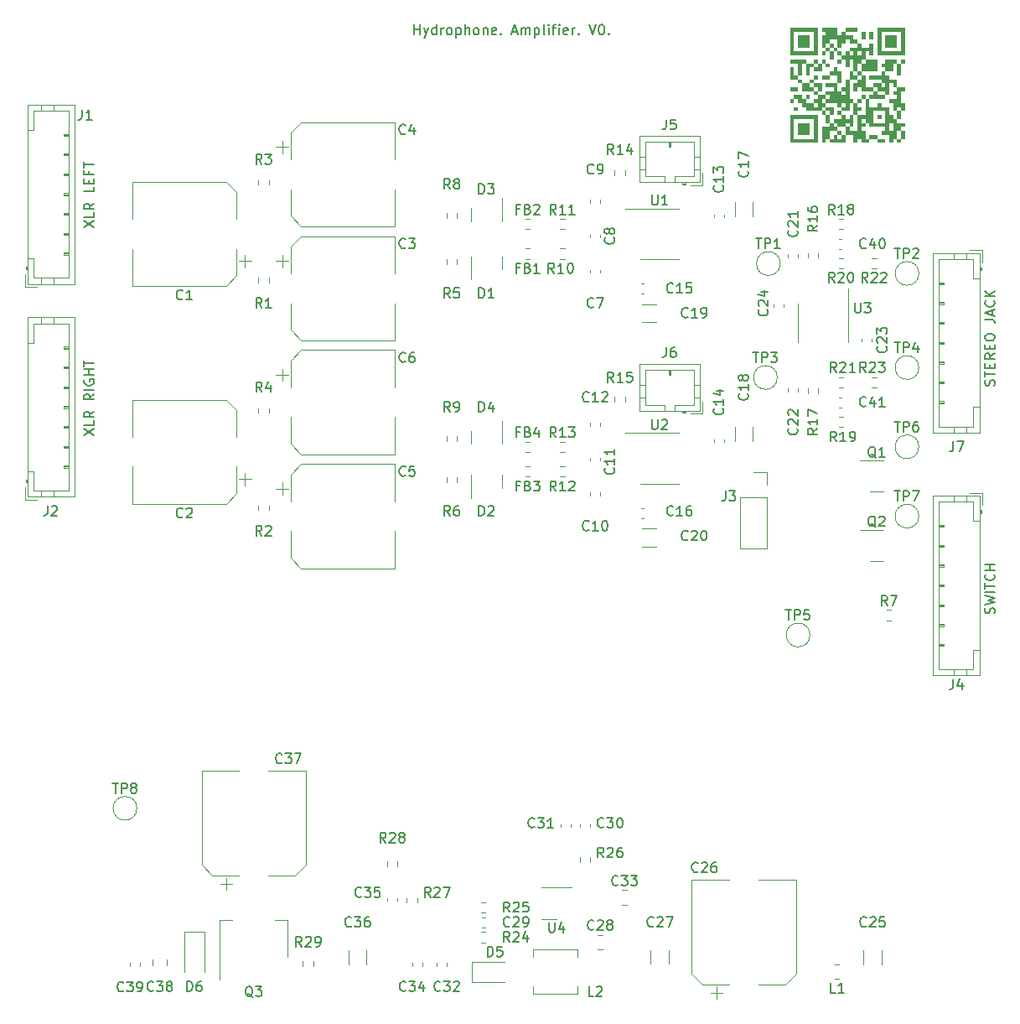
<source format=gbr>
%TF.GenerationSoftware,KiCad,Pcbnew,7.0.2*%
%TF.CreationDate,2023-05-29T18:08:28-04:00*%
%TF.ProjectId,amplifier,616d706c-6966-4696-9572-2e6b69636164,rev?*%
%TF.SameCoordinates,Original*%
%TF.FileFunction,Legend,Top*%
%TF.FilePolarity,Positive*%
%FSLAX46Y46*%
G04 Gerber Fmt 4.6, Leading zero omitted, Abs format (unit mm)*
G04 Created by KiCad (PCBNEW 7.0.2) date 2023-05-29 18:08:28*
%MOMM*%
%LPD*%
G01*
G04 APERTURE LIST*
%ADD10C,0.150000*%
%ADD11C,0.120000*%
G04 APERTURE END LIST*
D10*
X198830000Y-110309523D02*
X198877619Y-110166666D01*
X198877619Y-110166666D02*
X198877619Y-109928571D01*
X198877619Y-109928571D02*
X198830000Y-109833333D01*
X198830000Y-109833333D02*
X198782380Y-109785714D01*
X198782380Y-109785714D02*
X198687142Y-109738095D01*
X198687142Y-109738095D02*
X198591904Y-109738095D01*
X198591904Y-109738095D02*
X198496666Y-109785714D01*
X198496666Y-109785714D02*
X198449047Y-109833333D01*
X198449047Y-109833333D02*
X198401428Y-109928571D01*
X198401428Y-109928571D02*
X198353809Y-110119047D01*
X198353809Y-110119047D02*
X198306190Y-110214285D01*
X198306190Y-110214285D02*
X198258571Y-110261904D01*
X198258571Y-110261904D02*
X198163333Y-110309523D01*
X198163333Y-110309523D02*
X198068095Y-110309523D01*
X198068095Y-110309523D02*
X197972857Y-110261904D01*
X197972857Y-110261904D02*
X197925238Y-110214285D01*
X197925238Y-110214285D02*
X197877619Y-110119047D01*
X197877619Y-110119047D02*
X197877619Y-109880952D01*
X197877619Y-109880952D02*
X197925238Y-109738095D01*
X197877619Y-109404761D02*
X198877619Y-109166666D01*
X198877619Y-109166666D02*
X198163333Y-108976190D01*
X198163333Y-108976190D02*
X198877619Y-108785714D01*
X198877619Y-108785714D02*
X197877619Y-108547619D01*
X198877619Y-108166666D02*
X197877619Y-108166666D01*
X197877619Y-107833333D02*
X197877619Y-107261905D01*
X198877619Y-107547619D02*
X197877619Y-107547619D01*
X198782380Y-106357143D02*
X198830000Y-106404762D01*
X198830000Y-106404762D02*
X198877619Y-106547619D01*
X198877619Y-106547619D02*
X198877619Y-106642857D01*
X198877619Y-106642857D02*
X198830000Y-106785714D01*
X198830000Y-106785714D02*
X198734761Y-106880952D01*
X198734761Y-106880952D02*
X198639523Y-106928571D01*
X198639523Y-106928571D02*
X198449047Y-106976190D01*
X198449047Y-106976190D02*
X198306190Y-106976190D01*
X198306190Y-106976190D02*
X198115714Y-106928571D01*
X198115714Y-106928571D02*
X198020476Y-106880952D01*
X198020476Y-106880952D02*
X197925238Y-106785714D01*
X197925238Y-106785714D02*
X197877619Y-106642857D01*
X197877619Y-106642857D02*
X197877619Y-106547619D01*
X197877619Y-106547619D02*
X197925238Y-106404762D01*
X197925238Y-106404762D02*
X197972857Y-106357143D01*
X198877619Y-105928571D02*
X197877619Y-105928571D01*
X198353809Y-105928571D02*
X198353809Y-105357143D01*
X198877619Y-105357143D02*
X197877619Y-105357143D01*
X198830000Y-87309523D02*
X198877619Y-87166666D01*
X198877619Y-87166666D02*
X198877619Y-86928571D01*
X198877619Y-86928571D02*
X198830000Y-86833333D01*
X198830000Y-86833333D02*
X198782380Y-86785714D01*
X198782380Y-86785714D02*
X198687142Y-86738095D01*
X198687142Y-86738095D02*
X198591904Y-86738095D01*
X198591904Y-86738095D02*
X198496666Y-86785714D01*
X198496666Y-86785714D02*
X198449047Y-86833333D01*
X198449047Y-86833333D02*
X198401428Y-86928571D01*
X198401428Y-86928571D02*
X198353809Y-87119047D01*
X198353809Y-87119047D02*
X198306190Y-87214285D01*
X198306190Y-87214285D02*
X198258571Y-87261904D01*
X198258571Y-87261904D02*
X198163333Y-87309523D01*
X198163333Y-87309523D02*
X198068095Y-87309523D01*
X198068095Y-87309523D02*
X197972857Y-87261904D01*
X197972857Y-87261904D02*
X197925238Y-87214285D01*
X197925238Y-87214285D02*
X197877619Y-87119047D01*
X197877619Y-87119047D02*
X197877619Y-86880952D01*
X197877619Y-86880952D02*
X197925238Y-86738095D01*
X197877619Y-86452380D02*
X197877619Y-85880952D01*
X198877619Y-86166666D02*
X197877619Y-86166666D01*
X198353809Y-85547618D02*
X198353809Y-85214285D01*
X198877619Y-85071428D02*
X198877619Y-85547618D01*
X198877619Y-85547618D02*
X197877619Y-85547618D01*
X197877619Y-85547618D02*
X197877619Y-85071428D01*
X198877619Y-84071428D02*
X198401428Y-84404761D01*
X198877619Y-84642856D02*
X197877619Y-84642856D01*
X197877619Y-84642856D02*
X197877619Y-84261904D01*
X197877619Y-84261904D02*
X197925238Y-84166666D01*
X197925238Y-84166666D02*
X197972857Y-84119047D01*
X197972857Y-84119047D02*
X198068095Y-84071428D01*
X198068095Y-84071428D02*
X198210952Y-84071428D01*
X198210952Y-84071428D02*
X198306190Y-84119047D01*
X198306190Y-84119047D02*
X198353809Y-84166666D01*
X198353809Y-84166666D02*
X198401428Y-84261904D01*
X198401428Y-84261904D02*
X198401428Y-84642856D01*
X198353809Y-83642856D02*
X198353809Y-83309523D01*
X198877619Y-83166666D02*
X198877619Y-83642856D01*
X198877619Y-83642856D02*
X197877619Y-83642856D01*
X197877619Y-83642856D02*
X197877619Y-83166666D01*
X197877619Y-82547618D02*
X197877619Y-82357142D01*
X197877619Y-82357142D02*
X197925238Y-82261904D01*
X197925238Y-82261904D02*
X198020476Y-82166666D01*
X198020476Y-82166666D02*
X198210952Y-82119047D01*
X198210952Y-82119047D02*
X198544285Y-82119047D01*
X198544285Y-82119047D02*
X198734761Y-82166666D01*
X198734761Y-82166666D02*
X198830000Y-82261904D01*
X198830000Y-82261904D02*
X198877619Y-82357142D01*
X198877619Y-82357142D02*
X198877619Y-82547618D01*
X198877619Y-82547618D02*
X198830000Y-82642856D01*
X198830000Y-82642856D02*
X198734761Y-82738094D01*
X198734761Y-82738094D02*
X198544285Y-82785713D01*
X198544285Y-82785713D02*
X198210952Y-82785713D01*
X198210952Y-82785713D02*
X198020476Y-82738094D01*
X198020476Y-82738094D02*
X197925238Y-82642856D01*
X197925238Y-82642856D02*
X197877619Y-82547618D01*
X197877619Y-80642856D02*
X198591904Y-80642856D01*
X198591904Y-80642856D02*
X198734761Y-80690475D01*
X198734761Y-80690475D02*
X198830000Y-80785713D01*
X198830000Y-80785713D02*
X198877619Y-80928570D01*
X198877619Y-80928570D02*
X198877619Y-81023808D01*
X198591904Y-80214284D02*
X198591904Y-79738094D01*
X198877619Y-80309522D02*
X197877619Y-79976189D01*
X197877619Y-79976189D02*
X198877619Y-79642856D01*
X198782380Y-78738094D02*
X198830000Y-78785713D01*
X198830000Y-78785713D02*
X198877619Y-78928570D01*
X198877619Y-78928570D02*
X198877619Y-79023808D01*
X198877619Y-79023808D02*
X198830000Y-79166665D01*
X198830000Y-79166665D02*
X198734761Y-79261903D01*
X198734761Y-79261903D02*
X198639523Y-79309522D01*
X198639523Y-79309522D02*
X198449047Y-79357141D01*
X198449047Y-79357141D02*
X198306190Y-79357141D01*
X198306190Y-79357141D02*
X198115714Y-79309522D01*
X198115714Y-79309522D02*
X198020476Y-79261903D01*
X198020476Y-79261903D02*
X197925238Y-79166665D01*
X197925238Y-79166665D02*
X197877619Y-79023808D01*
X197877619Y-79023808D02*
X197877619Y-78928570D01*
X197877619Y-78928570D02*
X197925238Y-78785713D01*
X197925238Y-78785713D02*
X197972857Y-78738094D01*
X198877619Y-78309522D02*
X197877619Y-78309522D01*
X198877619Y-77738094D02*
X198306190Y-78166665D01*
X197877619Y-77738094D02*
X198449047Y-78309522D01*
X106877619Y-92357142D02*
X107877619Y-91690476D01*
X106877619Y-91690476D02*
X107877619Y-92357142D01*
X107877619Y-90833333D02*
X107877619Y-91309523D01*
X107877619Y-91309523D02*
X106877619Y-91309523D01*
X107877619Y-89928571D02*
X107401428Y-90261904D01*
X107877619Y-90499999D02*
X106877619Y-90499999D01*
X106877619Y-90499999D02*
X106877619Y-90119047D01*
X106877619Y-90119047D02*
X106925238Y-90023809D01*
X106925238Y-90023809D02*
X106972857Y-89976190D01*
X106972857Y-89976190D02*
X107068095Y-89928571D01*
X107068095Y-89928571D02*
X107210952Y-89928571D01*
X107210952Y-89928571D02*
X107306190Y-89976190D01*
X107306190Y-89976190D02*
X107353809Y-90023809D01*
X107353809Y-90023809D02*
X107401428Y-90119047D01*
X107401428Y-90119047D02*
X107401428Y-90499999D01*
X107877619Y-88166666D02*
X107401428Y-88499999D01*
X107877619Y-88738094D02*
X106877619Y-88738094D01*
X106877619Y-88738094D02*
X106877619Y-88357142D01*
X106877619Y-88357142D02*
X106925238Y-88261904D01*
X106925238Y-88261904D02*
X106972857Y-88214285D01*
X106972857Y-88214285D02*
X107068095Y-88166666D01*
X107068095Y-88166666D02*
X107210952Y-88166666D01*
X107210952Y-88166666D02*
X107306190Y-88214285D01*
X107306190Y-88214285D02*
X107353809Y-88261904D01*
X107353809Y-88261904D02*
X107401428Y-88357142D01*
X107401428Y-88357142D02*
X107401428Y-88738094D01*
X107877619Y-87738094D02*
X106877619Y-87738094D01*
X106925238Y-86738095D02*
X106877619Y-86833333D01*
X106877619Y-86833333D02*
X106877619Y-86976190D01*
X106877619Y-86976190D02*
X106925238Y-87119047D01*
X106925238Y-87119047D02*
X107020476Y-87214285D01*
X107020476Y-87214285D02*
X107115714Y-87261904D01*
X107115714Y-87261904D02*
X107306190Y-87309523D01*
X107306190Y-87309523D02*
X107449047Y-87309523D01*
X107449047Y-87309523D02*
X107639523Y-87261904D01*
X107639523Y-87261904D02*
X107734761Y-87214285D01*
X107734761Y-87214285D02*
X107830000Y-87119047D01*
X107830000Y-87119047D02*
X107877619Y-86976190D01*
X107877619Y-86976190D02*
X107877619Y-86880952D01*
X107877619Y-86880952D02*
X107830000Y-86738095D01*
X107830000Y-86738095D02*
X107782380Y-86690476D01*
X107782380Y-86690476D02*
X107449047Y-86690476D01*
X107449047Y-86690476D02*
X107449047Y-86880952D01*
X107877619Y-86261904D02*
X106877619Y-86261904D01*
X107353809Y-86261904D02*
X107353809Y-85690476D01*
X107877619Y-85690476D02*
X106877619Y-85690476D01*
X106877619Y-85357142D02*
X106877619Y-84785714D01*
X107877619Y-85071428D02*
X106877619Y-85071428D01*
X106877619Y-71357142D02*
X107877619Y-70690476D01*
X106877619Y-70690476D02*
X107877619Y-71357142D01*
X107877619Y-69833333D02*
X107877619Y-70309523D01*
X107877619Y-70309523D02*
X106877619Y-70309523D01*
X107877619Y-68928571D02*
X107401428Y-69261904D01*
X107877619Y-69499999D02*
X106877619Y-69499999D01*
X106877619Y-69499999D02*
X106877619Y-69119047D01*
X106877619Y-69119047D02*
X106925238Y-69023809D01*
X106925238Y-69023809D02*
X106972857Y-68976190D01*
X106972857Y-68976190D02*
X107068095Y-68928571D01*
X107068095Y-68928571D02*
X107210952Y-68928571D01*
X107210952Y-68928571D02*
X107306190Y-68976190D01*
X107306190Y-68976190D02*
X107353809Y-69023809D01*
X107353809Y-69023809D02*
X107401428Y-69119047D01*
X107401428Y-69119047D02*
X107401428Y-69499999D01*
X107877619Y-67261904D02*
X107877619Y-67738094D01*
X107877619Y-67738094D02*
X106877619Y-67738094D01*
X107353809Y-66928570D02*
X107353809Y-66595237D01*
X107877619Y-66452380D02*
X107877619Y-66928570D01*
X107877619Y-66928570D02*
X106877619Y-66928570D01*
X106877619Y-66928570D02*
X106877619Y-66452380D01*
X107353809Y-65690475D02*
X107353809Y-66023808D01*
X107877619Y-66023808D02*
X106877619Y-66023808D01*
X106877619Y-66023808D02*
X106877619Y-65547618D01*
X106877619Y-65309522D02*
X106877619Y-64738094D01*
X107877619Y-65023808D02*
X106877619Y-65023808D01*
X140238095Y-51877619D02*
X140238095Y-50877619D01*
X140238095Y-51353809D02*
X140809523Y-51353809D01*
X140809523Y-51877619D02*
X140809523Y-50877619D01*
X141190476Y-51210952D02*
X141428571Y-51877619D01*
X141666666Y-51210952D02*
X141428571Y-51877619D01*
X141428571Y-51877619D02*
X141333333Y-52115714D01*
X141333333Y-52115714D02*
X141285714Y-52163333D01*
X141285714Y-52163333D02*
X141190476Y-52210952D01*
X142476190Y-51877619D02*
X142476190Y-50877619D01*
X142476190Y-51830000D02*
X142380952Y-51877619D01*
X142380952Y-51877619D02*
X142190476Y-51877619D01*
X142190476Y-51877619D02*
X142095238Y-51830000D01*
X142095238Y-51830000D02*
X142047619Y-51782380D01*
X142047619Y-51782380D02*
X142000000Y-51687142D01*
X142000000Y-51687142D02*
X142000000Y-51401428D01*
X142000000Y-51401428D02*
X142047619Y-51306190D01*
X142047619Y-51306190D02*
X142095238Y-51258571D01*
X142095238Y-51258571D02*
X142190476Y-51210952D01*
X142190476Y-51210952D02*
X142380952Y-51210952D01*
X142380952Y-51210952D02*
X142476190Y-51258571D01*
X142952381Y-51877619D02*
X142952381Y-51210952D01*
X142952381Y-51401428D02*
X143000000Y-51306190D01*
X143000000Y-51306190D02*
X143047619Y-51258571D01*
X143047619Y-51258571D02*
X143142857Y-51210952D01*
X143142857Y-51210952D02*
X143238095Y-51210952D01*
X143714286Y-51877619D02*
X143619048Y-51830000D01*
X143619048Y-51830000D02*
X143571429Y-51782380D01*
X143571429Y-51782380D02*
X143523810Y-51687142D01*
X143523810Y-51687142D02*
X143523810Y-51401428D01*
X143523810Y-51401428D02*
X143571429Y-51306190D01*
X143571429Y-51306190D02*
X143619048Y-51258571D01*
X143619048Y-51258571D02*
X143714286Y-51210952D01*
X143714286Y-51210952D02*
X143857143Y-51210952D01*
X143857143Y-51210952D02*
X143952381Y-51258571D01*
X143952381Y-51258571D02*
X144000000Y-51306190D01*
X144000000Y-51306190D02*
X144047619Y-51401428D01*
X144047619Y-51401428D02*
X144047619Y-51687142D01*
X144047619Y-51687142D02*
X144000000Y-51782380D01*
X144000000Y-51782380D02*
X143952381Y-51830000D01*
X143952381Y-51830000D02*
X143857143Y-51877619D01*
X143857143Y-51877619D02*
X143714286Y-51877619D01*
X144476191Y-51210952D02*
X144476191Y-52210952D01*
X144476191Y-51258571D02*
X144571429Y-51210952D01*
X144571429Y-51210952D02*
X144761905Y-51210952D01*
X144761905Y-51210952D02*
X144857143Y-51258571D01*
X144857143Y-51258571D02*
X144904762Y-51306190D01*
X144904762Y-51306190D02*
X144952381Y-51401428D01*
X144952381Y-51401428D02*
X144952381Y-51687142D01*
X144952381Y-51687142D02*
X144904762Y-51782380D01*
X144904762Y-51782380D02*
X144857143Y-51830000D01*
X144857143Y-51830000D02*
X144761905Y-51877619D01*
X144761905Y-51877619D02*
X144571429Y-51877619D01*
X144571429Y-51877619D02*
X144476191Y-51830000D01*
X145380953Y-51877619D02*
X145380953Y-50877619D01*
X145809524Y-51877619D02*
X145809524Y-51353809D01*
X145809524Y-51353809D02*
X145761905Y-51258571D01*
X145761905Y-51258571D02*
X145666667Y-51210952D01*
X145666667Y-51210952D02*
X145523810Y-51210952D01*
X145523810Y-51210952D02*
X145428572Y-51258571D01*
X145428572Y-51258571D02*
X145380953Y-51306190D01*
X146428572Y-51877619D02*
X146333334Y-51830000D01*
X146333334Y-51830000D02*
X146285715Y-51782380D01*
X146285715Y-51782380D02*
X146238096Y-51687142D01*
X146238096Y-51687142D02*
X146238096Y-51401428D01*
X146238096Y-51401428D02*
X146285715Y-51306190D01*
X146285715Y-51306190D02*
X146333334Y-51258571D01*
X146333334Y-51258571D02*
X146428572Y-51210952D01*
X146428572Y-51210952D02*
X146571429Y-51210952D01*
X146571429Y-51210952D02*
X146666667Y-51258571D01*
X146666667Y-51258571D02*
X146714286Y-51306190D01*
X146714286Y-51306190D02*
X146761905Y-51401428D01*
X146761905Y-51401428D02*
X146761905Y-51687142D01*
X146761905Y-51687142D02*
X146714286Y-51782380D01*
X146714286Y-51782380D02*
X146666667Y-51830000D01*
X146666667Y-51830000D02*
X146571429Y-51877619D01*
X146571429Y-51877619D02*
X146428572Y-51877619D01*
X147190477Y-51210952D02*
X147190477Y-51877619D01*
X147190477Y-51306190D02*
X147238096Y-51258571D01*
X147238096Y-51258571D02*
X147333334Y-51210952D01*
X147333334Y-51210952D02*
X147476191Y-51210952D01*
X147476191Y-51210952D02*
X147571429Y-51258571D01*
X147571429Y-51258571D02*
X147619048Y-51353809D01*
X147619048Y-51353809D02*
X147619048Y-51877619D01*
X148476191Y-51830000D02*
X148380953Y-51877619D01*
X148380953Y-51877619D02*
X148190477Y-51877619D01*
X148190477Y-51877619D02*
X148095239Y-51830000D01*
X148095239Y-51830000D02*
X148047620Y-51734761D01*
X148047620Y-51734761D02*
X148047620Y-51353809D01*
X148047620Y-51353809D02*
X148095239Y-51258571D01*
X148095239Y-51258571D02*
X148190477Y-51210952D01*
X148190477Y-51210952D02*
X148380953Y-51210952D01*
X148380953Y-51210952D02*
X148476191Y-51258571D01*
X148476191Y-51258571D02*
X148523810Y-51353809D01*
X148523810Y-51353809D02*
X148523810Y-51449047D01*
X148523810Y-51449047D02*
X148047620Y-51544285D01*
X148952382Y-51782380D02*
X149000001Y-51830000D01*
X149000001Y-51830000D02*
X148952382Y-51877619D01*
X148952382Y-51877619D02*
X148904763Y-51830000D01*
X148904763Y-51830000D02*
X148952382Y-51782380D01*
X148952382Y-51782380D02*
X148952382Y-51877619D01*
X150142858Y-51591904D02*
X150619048Y-51591904D01*
X150047620Y-51877619D02*
X150380953Y-50877619D01*
X150380953Y-50877619D02*
X150714286Y-51877619D01*
X151047620Y-51877619D02*
X151047620Y-51210952D01*
X151047620Y-51306190D02*
X151095239Y-51258571D01*
X151095239Y-51258571D02*
X151190477Y-51210952D01*
X151190477Y-51210952D02*
X151333334Y-51210952D01*
X151333334Y-51210952D02*
X151428572Y-51258571D01*
X151428572Y-51258571D02*
X151476191Y-51353809D01*
X151476191Y-51353809D02*
X151476191Y-51877619D01*
X151476191Y-51353809D02*
X151523810Y-51258571D01*
X151523810Y-51258571D02*
X151619048Y-51210952D01*
X151619048Y-51210952D02*
X151761905Y-51210952D01*
X151761905Y-51210952D02*
X151857144Y-51258571D01*
X151857144Y-51258571D02*
X151904763Y-51353809D01*
X151904763Y-51353809D02*
X151904763Y-51877619D01*
X152380953Y-51210952D02*
X152380953Y-52210952D01*
X152380953Y-51258571D02*
X152476191Y-51210952D01*
X152476191Y-51210952D02*
X152666667Y-51210952D01*
X152666667Y-51210952D02*
X152761905Y-51258571D01*
X152761905Y-51258571D02*
X152809524Y-51306190D01*
X152809524Y-51306190D02*
X152857143Y-51401428D01*
X152857143Y-51401428D02*
X152857143Y-51687142D01*
X152857143Y-51687142D02*
X152809524Y-51782380D01*
X152809524Y-51782380D02*
X152761905Y-51830000D01*
X152761905Y-51830000D02*
X152666667Y-51877619D01*
X152666667Y-51877619D02*
X152476191Y-51877619D01*
X152476191Y-51877619D02*
X152380953Y-51830000D01*
X153428572Y-51877619D02*
X153333334Y-51830000D01*
X153333334Y-51830000D02*
X153285715Y-51734761D01*
X153285715Y-51734761D02*
X153285715Y-50877619D01*
X153809525Y-51877619D02*
X153809525Y-51210952D01*
X153809525Y-50877619D02*
X153761906Y-50925238D01*
X153761906Y-50925238D02*
X153809525Y-50972857D01*
X153809525Y-50972857D02*
X153857144Y-50925238D01*
X153857144Y-50925238D02*
X153809525Y-50877619D01*
X153809525Y-50877619D02*
X153809525Y-50972857D01*
X154142858Y-51210952D02*
X154523810Y-51210952D01*
X154285715Y-51877619D02*
X154285715Y-51020476D01*
X154285715Y-51020476D02*
X154333334Y-50925238D01*
X154333334Y-50925238D02*
X154428572Y-50877619D01*
X154428572Y-50877619D02*
X154523810Y-50877619D01*
X154857144Y-51877619D02*
X154857144Y-51210952D01*
X154857144Y-50877619D02*
X154809525Y-50925238D01*
X154809525Y-50925238D02*
X154857144Y-50972857D01*
X154857144Y-50972857D02*
X154904763Y-50925238D01*
X154904763Y-50925238D02*
X154857144Y-50877619D01*
X154857144Y-50877619D02*
X154857144Y-50972857D01*
X155714286Y-51830000D02*
X155619048Y-51877619D01*
X155619048Y-51877619D02*
X155428572Y-51877619D01*
X155428572Y-51877619D02*
X155333334Y-51830000D01*
X155333334Y-51830000D02*
X155285715Y-51734761D01*
X155285715Y-51734761D02*
X155285715Y-51353809D01*
X155285715Y-51353809D02*
X155333334Y-51258571D01*
X155333334Y-51258571D02*
X155428572Y-51210952D01*
X155428572Y-51210952D02*
X155619048Y-51210952D01*
X155619048Y-51210952D02*
X155714286Y-51258571D01*
X155714286Y-51258571D02*
X155761905Y-51353809D01*
X155761905Y-51353809D02*
X155761905Y-51449047D01*
X155761905Y-51449047D02*
X155285715Y-51544285D01*
X156190477Y-51877619D02*
X156190477Y-51210952D01*
X156190477Y-51401428D02*
X156238096Y-51306190D01*
X156238096Y-51306190D02*
X156285715Y-51258571D01*
X156285715Y-51258571D02*
X156380953Y-51210952D01*
X156380953Y-51210952D02*
X156476191Y-51210952D01*
X156809525Y-51782380D02*
X156857144Y-51830000D01*
X156857144Y-51830000D02*
X156809525Y-51877619D01*
X156809525Y-51877619D02*
X156761906Y-51830000D01*
X156761906Y-51830000D02*
X156809525Y-51782380D01*
X156809525Y-51782380D02*
X156809525Y-51877619D01*
X157904763Y-50877619D02*
X158238096Y-51877619D01*
X158238096Y-51877619D02*
X158571429Y-50877619D01*
X159095239Y-50877619D02*
X159190477Y-50877619D01*
X159190477Y-50877619D02*
X159285715Y-50925238D01*
X159285715Y-50925238D02*
X159333334Y-50972857D01*
X159333334Y-50972857D02*
X159380953Y-51068095D01*
X159380953Y-51068095D02*
X159428572Y-51258571D01*
X159428572Y-51258571D02*
X159428572Y-51496666D01*
X159428572Y-51496666D02*
X159380953Y-51687142D01*
X159380953Y-51687142D02*
X159333334Y-51782380D01*
X159333334Y-51782380D02*
X159285715Y-51830000D01*
X159285715Y-51830000D02*
X159190477Y-51877619D01*
X159190477Y-51877619D02*
X159095239Y-51877619D01*
X159095239Y-51877619D02*
X159000001Y-51830000D01*
X159000001Y-51830000D02*
X158952382Y-51782380D01*
X158952382Y-51782380D02*
X158904763Y-51687142D01*
X158904763Y-51687142D02*
X158857144Y-51496666D01*
X158857144Y-51496666D02*
X158857144Y-51258571D01*
X158857144Y-51258571D02*
X158904763Y-51068095D01*
X158904763Y-51068095D02*
X158952382Y-50972857D01*
X158952382Y-50972857D02*
X159000001Y-50925238D01*
X159000001Y-50925238D02*
X159095239Y-50877619D01*
X159857144Y-51782380D02*
X159904763Y-51830000D01*
X159904763Y-51830000D02*
X159857144Y-51877619D01*
X159857144Y-51877619D02*
X159809525Y-51830000D01*
X159809525Y-51830000D02*
X159857144Y-51782380D01*
X159857144Y-51782380D02*
X159857144Y-51877619D01*
%TO.C,C31*%
X152357142Y-131867380D02*
X152309523Y-131915000D01*
X152309523Y-131915000D02*
X152166666Y-131962619D01*
X152166666Y-131962619D02*
X152071428Y-131962619D01*
X152071428Y-131962619D02*
X151928571Y-131915000D01*
X151928571Y-131915000D02*
X151833333Y-131819761D01*
X151833333Y-131819761D02*
X151785714Y-131724523D01*
X151785714Y-131724523D02*
X151738095Y-131534047D01*
X151738095Y-131534047D02*
X151738095Y-131391190D01*
X151738095Y-131391190D02*
X151785714Y-131200714D01*
X151785714Y-131200714D02*
X151833333Y-131105476D01*
X151833333Y-131105476D02*
X151928571Y-131010238D01*
X151928571Y-131010238D02*
X152071428Y-130962619D01*
X152071428Y-130962619D02*
X152166666Y-130962619D01*
X152166666Y-130962619D02*
X152309523Y-131010238D01*
X152309523Y-131010238D02*
X152357142Y-131057857D01*
X152690476Y-130962619D02*
X153309523Y-130962619D01*
X153309523Y-130962619D02*
X152976190Y-131343571D01*
X152976190Y-131343571D02*
X153119047Y-131343571D01*
X153119047Y-131343571D02*
X153214285Y-131391190D01*
X153214285Y-131391190D02*
X153261904Y-131438809D01*
X153261904Y-131438809D02*
X153309523Y-131534047D01*
X153309523Y-131534047D02*
X153309523Y-131772142D01*
X153309523Y-131772142D02*
X153261904Y-131867380D01*
X153261904Y-131867380D02*
X153214285Y-131915000D01*
X153214285Y-131915000D02*
X153119047Y-131962619D01*
X153119047Y-131962619D02*
X152833333Y-131962619D01*
X152833333Y-131962619D02*
X152738095Y-131915000D01*
X152738095Y-131915000D02*
X152690476Y-131867380D01*
X154261904Y-131962619D02*
X153690476Y-131962619D01*
X153976190Y-131962619D02*
X153976190Y-130962619D01*
X153976190Y-130962619D02*
X153880952Y-131105476D01*
X153880952Y-131105476D02*
X153785714Y-131200714D01*
X153785714Y-131200714D02*
X153690476Y-131248333D01*
%TO.C,R6*%
X143833333Y-100462619D02*
X143500000Y-99986428D01*
X143261905Y-100462619D02*
X143261905Y-99462619D01*
X143261905Y-99462619D02*
X143642857Y-99462619D01*
X143642857Y-99462619D02*
X143738095Y-99510238D01*
X143738095Y-99510238D02*
X143785714Y-99557857D01*
X143785714Y-99557857D02*
X143833333Y-99653095D01*
X143833333Y-99653095D02*
X143833333Y-99795952D01*
X143833333Y-99795952D02*
X143785714Y-99891190D01*
X143785714Y-99891190D02*
X143738095Y-99938809D01*
X143738095Y-99938809D02*
X143642857Y-99986428D01*
X143642857Y-99986428D02*
X143261905Y-99986428D01*
X144690476Y-99462619D02*
X144500000Y-99462619D01*
X144500000Y-99462619D02*
X144404762Y-99510238D01*
X144404762Y-99510238D02*
X144357143Y-99557857D01*
X144357143Y-99557857D02*
X144261905Y-99700714D01*
X144261905Y-99700714D02*
X144214286Y-99891190D01*
X144214286Y-99891190D02*
X144214286Y-100272142D01*
X144214286Y-100272142D02*
X144261905Y-100367380D01*
X144261905Y-100367380D02*
X144309524Y-100415000D01*
X144309524Y-100415000D02*
X144404762Y-100462619D01*
X144404762Y-100462619D02*
X144595238Y-100462619D01*
X144595238Y-100462619D02*
X144690476Y-100415000D01*
X144690476Y-100415000D02*
X144738095Y-100367380D01*
X144738095Y-100367380D02*
X144785714Y-100272142D01*
X144785714Y-100272142D02*
X144785714Y-100034047D01*
X144785714Y-100034047D02*
X144738095Y-99938809D01*
X144738095Y-99938809D02*
X144690476Y-99891190D01*
X144690476Y-99891190D02*
X144595238Y-99843571D01*
X144595238Y-99843571D02*
X144404762Y-99843571D01*
X144404762Y-99843571D02*
X144309524Y-99891190D01*
X144309524Y-99891190D02*
X144261905Y-99938809D01*
X144261905Y-99938809D02*
X144214286Y-100034047D01*
%TO.C,R21*%
X182857142Y-85962619D02*
X182523809Y-85486428D01*
X182285714Y-85962619D02*
X182285714Y-84962619D01*
X182285714Y-84962619D02*
X182666666Y-84962619D01*
X182666666Y-84962619D02*
X182761904Y-85010238D01*
X182761904Y-85010238D02*
X182809523Y-85057857D01*
X182809523Y-85057857D02*
X182857142Y-85153095D01*
X182857142Y-85153095D02*
X182857142Y-85295952D01*
X182857142Y-85295952D02*
X182809523Y-85391190D01*
X182809523Y-85391190D02*
X182761904Y-85438809D01*
X182761904Y-85438809D02*
X182666666Y-85486428D01*
X182666666Y-85486428D02*
X182285714Y-85486428D01*
X183238095Y-85057857D02*
X183285714Y-85010238D01*
X183285714Y-85010238D02*
X183380952Y-84962619D01*
X183380952Y-84962619D02*
X183619047Y-84962619D01*
X183619047Y-84962619D02*
X183714285Y-85010238D01*
X183714285Y-85010238D02*
X183761904Y-85057857D01*
X183761904Y-85057857D02*
X183809523Y-85153095D01*
X183809523Y-85153095D02*
X183809523Y-85248333D01*
X183809523Y-85248333D02*
X183761904Y-85391190D01*
X183761904Y-85391190D02*
X183190476Y-85962619D01*
X183190476Y-85962619D02*
X183809523Y-85962619D01*
X184761904Y-85962619D02*
X184190476Y-85962619D01*
X184476190Y-85962619D02*
X184476190Y-84962619D01*
X184476190Y-84962619D02*
X184380952Y-85105476D01*
X184380952Y-85105476D02*
X184285714Y-85200714D01*
X184285714Y-85200714D02*
X184190476Y-85248333D01*
%TO.C,C24*%
X175867380Y-79642857D02*
X175915000Y-79690476D01*
X175915000Y-79690476D02*
X175962619Y-79833333D01*
X175962619Y-79833333D02*
X175962619Y-79928571D01*
X175962619Y-79928571D02*
X175915000Y-80071428D01*
X175915000Y-80071428D02*
X175819761Y-80166666D01*
X175819761Y-80166666D02*
X175724523Y-80214285D01*
X175724523Y-80214285D02*
X175534047Y-80261904D01*
X175534047Y-80261904D02*
X175391190Y-80261904D01*
X175391190Y-80261904D02*
X175200714Y-80214285D01*
X175200714Y-80214285D02*
X175105476Y-80166666D01*
X175105476Y-80166666D02*
X175010238Y-80071428D01*
X175010238Y-80071428D02*
X174962619Y-79928571D01*
X174962619Y-79928571D02*
X174962619Y-79833333D01*
X174962619Y-79833333D02*
X175010238Y-79690476D01*
X175010238Y-79690476D02*
X175057857Y-79642857D01*
X175057857Y-79261904D02*
X175010238Y-79214285D01*
X175010238Y-79214285D02*
X174962619Y-79119047D01*
X174962619Y-79119047D02*
X174962619Y-78880952D01*
X174962619Y-78880952D02*
X175010238Y-78785714D01*
X175010238Y-78785714D02*
X175057857Y-78738095D01*
X175057857Y-78738095D02*
X175153095Y-78690476D01*
X175153095Y-78690476D02*
X175248333Y-78690476D01*
X175248333Y-78690476D02*
X175391190Y-78738095D01*
X175391190Y-78738095D02*
X175962619Y-79309523D01*
X175962619Y-79309523D02*
X175962619Y-78690476D01*
X175295952Y-77833333D02*
X175962619Y-77833333D01*
X174915000Y-78071428D02*
X175629285Y-78309523D01*
X175629285Y-78309523D02*
X175629285Y-77690476D01*
%TO.C,R11*%
X154532142Y-70032619D02*
X154198809Y-69556428D01*
X153960714Y-70032619D02*
X153960714Y-69032619D01*
X153960714Y-69032619D02*
X154341666Y-69032619D01*
X154341666Y-69032619D02*
X154436904Y-69080238D01*
X154436904Y-69080238D02*
X154484523Y-69127857D01*
X154484523Y-69127857D02*
X154532142Y-69223095D01*
X154532142Y-69223095D02*
X154532142Y-69365952D01*
X154532142Y-69365952D02*
X154484523Y-69461190D01*
X154484523Y-69461190D02*
X154436904Y-69508809D01*
X154436904Y-69508809D02*
X154341666Y-69556428D01*
X154341666Y-69556428D02*
X153960714Y-69556428D01*
X155484523Y-70032619D02*
X154913095Y-70032619D01*
X155198809Y-70032619D02*
X155198809Y-69032619D01*
X155198809Y-69032619D02*
X155103571Y-69175476D01*
X155103571Y-69175476D02*
X155008333Y-69270714D01*
X155008333Y-69270714D02*
X154913095Y-69318333D01*
X156436904Y-70032619D02*
X155865476Y-70032619D01*
X156151190Y-70032619D02*
X156151190Y-69032619D01*
X156151190Y-69032619D02*
X156055952Y-69175476D01*
X156055952Y-69175476D02*
X155960714Y-69270714D01*
X155960714Y-69270714D02*
X155865476Y-69318333D01*
%TO.C,C3*%
X139333333Y-73367380D02*
X139285714Y-73415000D01*
X139285714Y-73415000D02*
X139142857Y-73462619D01*
X139142857Y-73462619D02*
X139047619Y-73462619D01*
X139047619Y-73462619D02*
X138904762Y-73415000D01*
X138904762Y-73415000D02*
X138809524Y-73319761D01*
X138809524Y-73319761D02*
X138761905Y-73224523D01*
X138761905Y-73224523D02*
X138714286Y-73034047D01*
X138714286Y-73034047D02*
X138714286Y-72891190D01*
X138714286Y-72891190D02*
X138761905Y-72700714D01*
X138761905Y-72700714D02*
X138809524Y-72605476D01*
X138809524Y-72605476D02*
X138904762Y-72510238D01*
X138904762Y-72510238D02*
X139047619Y-72462619D01*
X139047619Y-72462619D02*
X139142857Y-72462619D01*
X139142857Y-72462619D02*
X139285714Y-72510238D01*
X139285714Y-72510238D02*
X139333333Y-72557857D01*
X139666667Y-72462619D02*
X140285714Y-72462619D01*
X140285714Y-72462619D02*
X139952381Y-72843571D01*
X139952381Y-72843571D02*
X140095238Y-72843571D01*
X140095238Y-72843571D02*
X140190476Y-72891190D01*
X140190476Y-72891190D02*
X140238095Y-72938809D01*
X140238095Y-72938809D02*
X140285714Y-73034047D01*
X140285714Y-73034047D02*
X140285714Y-73272142D01*
X140285714Y-73272142D02*
X140238095Y-73367380D01*
X140238095Y-73367380D02*
X140190476Y-73415000D01*
X140190476Y-73415000D02*
X140095238Y-73462619D01*
X140095238Y-73462619D02*
X139809524Y-73462619D01*
X139809524Y-73462619D02*
X139714286Y-73415000D01*
X139714286Y-73415000D02*
X139666667Y-73367380D01*
%TO.C,FB1*%
X150841666Y-75438809D02*
X150508333Y-75438809D01*
X150508333Y-75962619D02*
X150508333Y-74962619D01*
X150508333Y-74962619D02*
X150984523Y-74962619D01*
X151698809Y-75438809D02*
X151841666Y-75486428D01*
X151841666Y-75486428D02*
X151889285Y-75534047D01*
X151889285Y-75534047D02*
X151936904Y-75629285D01*
X151936904Y-75629285D02*
X151936904Y-75772142D01*
X151936904Y-75772142D02*
X151889285Y-75867380D01*
X151889285Y-75867380D02*
X151841666Y-75915000D01*
X151841666Y-75915000D02*
X151746428Y-75962619D01*
X151746428Y-75962619D02*
X151365476Y-75962619D01*
X151365476Y-75962619D02*
X151365476Y-74962619D01*
X151365476Y-74962619D02*
X151698809Y-74962619D01*
X151698809Y-74962619D02*
X151794047Y-75010238D01*
X151794047Y-75010238D02*
X151841666Y-75057857D01*
X151841666Y-75057857D02*
X151889285Y-75153095D01*
X151889285Y-75153095D02*
X151889285Y-75248333D01*
X151889285Y-75248333D02*
X151841666Y-75343571D01*
X151841666Y-75343571D02*
X151794047Y-75391190D01*
X151794047Y-75391190D02*
X151698809Y-75438809D01*
X151698809Y-75438809D02*
X151365476Y-75438809D01*
X152889285Y-75962619D02*
X152317857Y-75962619D01*
X152603571Y-75962619D02*
X152603571Y-74962619D01*
X152603571Y-74962619D02*
X152508333Y-75105476D01*
X152508333Y-75105476D02*
X152413095Y-75200714D01*
X152413095Y-75200714D02*
X152317857Y-75248333D01*
%TO.C,C11*%
X160367380Y-95642857D02*
X160415000Y-95690476D01*
X160415000Y-95690476D02*
X160462619Y-95833333D01*
X160462619Y-95833333D02*
X160462619Y-95928571D01*
X160462619Y-95928571D02*
X160415000Y-96071428D01*
X160415000Y-96071428D02*
X160319761Y-96166666D01*
X160319761Y-96166666D02*
X160224523Y-96214285D01*
X160224523Y-96214285D02*
X160034047Y-96261904D01*
X160034047Y-96261904D02*
X159891190Y-96261904D01*
X159891190Y-96261904D02*
X159700714Y-96214285D01*
X159700714Y-96214285D02*
X159605476Y-96166666D01*
X159605476Y-96166666D02*
X159510238Y-96071428D01*
X159510238Y-96071428D02*
X159462619Y-95928571D01*
X159462619Y-95928571D02*
X159462619Y-95833333D01*
X159462619Y-95833333D02*
X159510238Y-95690476D01*
X159510238Y-95690476D02*
X159557857Y-95642857D01*
X160462619Y-94690476D02*
X160462619Y-95261904D01*
X160462619Y-94976190D02*
X159462619Y-94976190D01*
X159462619Y-94976190D02*
X159605476Y-95071428D01*
X159605476Y-95071428D02*
X159700714Y-95166666D01*
X159700714Y-95166666D02*
X159748333Y-95261904D01*
X160462619Y-93738095D02*
X160462619Y-94309523D01*
X160462619Y-94023809D02*
X159462619Y-94023809D01*
X159462619Y-94023809D02*
X159605476Y-94119047D01*
X159605476Y-94119047D02*
X159700714Y-94214285D01*
X159700714Y-94214285D02*
X159748333Y-94309523D01*
%TO.C,C34*%
X139357142Y-148367380D02*
X139309523Y-148415000D01*
X139309523Y-148415000D02*
X139166666Y-148462619D01*
X139166666Y-148462619D02*
X139071428Y-148462619D01*
X139071428Y-148462619D02*
X138928571Y-148415000D01*
X138928571Y-148415000D02*
X138833333Y-148319761D01*
X138833333Y-148319761D02*
X138785714Y-148224523D01*
X138785714Y-148224523D02*
X138738095Y-148034047D01*
X138738095Y-148034047D02*
X138738095Y-147891190D01*
X138738095Y-147891190D02*
X138785714Y-147700714D01*
X138785714Y-147700714D02*
X138833333Y-147605476D01*
X138833333Y-147605476D02*
X138928571Y-147510238D01*
X138928571Y-147510238D02*
X139071428Y-147462619D01*
X139071428Y-147462619D02*
X139166666Y-147462619D01*
X139166666Y-147462619D02*
X139309523Y-147510238D01*
X139309523Y-147510238D02*
X139357142Y-147557857D01*
X139690476Y-147462619D02*
X140309523Y-147462619D01*
X140309523Y-147462619D02*
X139976190Y-147843571D01*
X139976190Y-147843571D02*
X140119047Y-147843571D01*
X140119047Y-147843571D02*
X140214285Y-147891190D01*
X140214285Y-147891190D02*
X140261904Y-147938809D01*
X140261904Y-147938809D02*
X140309523Y-148034047D01*
X140309523Y-148034047D02*
X140309523Y-148272142D01*
X140309523Y-148272142D02*
X140261904Y-148367380D01*
X140261904Y-148367380D02*
X140214285Y-148415000D01*
X140214285Y-148415000D02*
X140119047Y-148462619D01*
X140119047Y-148462619D02*
X139833333Y-148462619D01*
X139833333Y-148462619D02*
X139738095Y-148415000D01*
X139738095Y-148415000D02*
X139690476Y-148367380D01*
X141166666Y-147795952D02*
X141166666Y-148462619D01*
X140928571Y-147415000D02*
X140690476Y-148129285D01*
X140690476Y-148129285D02*
X141309523Y-148129285D01*
%TO.C,Q1*%
X186842261Y-94607857D02*
X186747023Y-94560238D01*
X186747023Y-94560238D02*
X186651785Y-94465000D01*
X186651785Y-94465000D02*
X186508928Y-94322142D01*
X186508928Y-94322142D02*
X186413690Y-94274523D01*
X186413690Y-94274523D02*
X186318452Y-94274523D01*
X186366071Y-94512619D02*
X186270833Y-94465000D01*
X186270833Y-94465000D02*
X186175595Y-94369761D01*
X186175595Y-94369761D02*
X186127976Y-94179285D01*
X186127976Y-94179285D02*
X186127976Y-93845952D01*
X186127976Y-93845952D02*
X186175595Y-93655476D01*
X186175595Y-93655476D02*
X186270833Y-93560238D01*
X186270833Y-93560238D02*
X186366071Y-93512619D01*
X186366071Y-93512619D02*
X186556547Y-93512619D01*
X186556547Y-93512619D02*
X186651785Y-93560238D01*
X186651785Y-93560238D02*
X186747023Y-93655476D01*
X186747023Y-93655476D02*
X186794642Y-93845952D01*
X186794642Y-93845952D02*
X186794642Y-94179285D01*
X186794642Y-94179285D02*
X186747023Y-94369761D01*
X186747023Y-94369761D02*
X186651785Y-94465000D01*
X186651785Y-94465000D02*
X186556547Y-94512619D01*
X186556547Y-94512619D02*
X186366071Y-94512619D01*
X187747023Y-94512619D02*
X187175595Y-94512619D01*
X187461309Y-94512619D02*
X187461309Y-93512619D01*
X187461309Y-93512619D02*
X187366071Y-93655476D01*
X187366071Y-93655476D02*
X187270833Y-93750714D01*
X187270833Y-93750714D02*
X187175595Y-93798333D01*
%TO.C,C5*%
X139333333Y-96367380D02*
X139285714Y-96415000D01*
X139285714Y-96415000D02*
X139142857Y-96462619D01*
X139142857Y-96462619D02*
X139047619Y-96462619D01*
X139047619Y-96462619D02*
X138904762Y-96415000D01*
X138904762Y-96415000D02*
X138809524Y-96319761D01*
X138809524Y-96319761D02*
X138761905Y-96224523D01*
X138761905Y-96224523D02*
X138714286Y-96034047D01*
X138714286Y-96034047D02*
X138714286Y-95891190D01*
X138714286Y-95891190D02*
X138761905Y-95700714D01*
X138761905Y-95700714D02*
X138809524Y-95605476D01*
X138809524Y-95605476D02*
X138904762Y-95510238D01*
X138904762Y-95510238D02*
X139047619Y-95462619D01*
X139047619Y-95462619D02*
X139142857Y-95462619D01*
X139142857Y-95462619D02*
X139285714Y-95510238D01*
X139285714Y-95510238D02*
X139333333Y-95557857D01*
X140238095Y-95462619D02*
X139761905Y-95462619D01*
X139761905Y-95462619D02*
X139714286Y-95938809D01*
X139714286Y-95938809D02*
X139761905Y-95891190D01*
X139761905Y-95891190D02*
X139857143Y-95843571D01*
X139857143Y-95843571D02*
X140095238Y-95843571D01*
X140095238Y-95843571D02*
X140190476Y-95891190D01*
X140190476Y-95891190D02*
X140238095Y-95938809D01*
X140238095Y-95938809D02*
X140285714Y-96034047D01*
X140285714Y-96034047D02*
X140285714Y-96272142D01*
X140285714Y-96272142D02*
X140238095Y-96367380D01*
X140238095Y-96367380D02*
X140190476Y-96415000D01*
X140190476Y-96415000D02*
X140095238Y-96462619D01*
X140095238Y-96462619D02*
X139857143Y-96462619D01*
X139857143Y-96462619D02*
X139761905Y-96415000D01*
X139761905Y-96415000D02*
X139714286Y-96367380D01*
%TO.C,D6*%
X117261905Y-148462619D02*
X117261905Y-147462619D01*
X117261905Y-147462619D02*
X117500000Y-147462619D01*
X117500000Y-147462619D02*
X117642857Y-147510238D01*
X117642857Y-147510238D02*
X117738095Y-147605476D01*
X117738095Y-147605476D02*
X117785714Y-147700714D01*
X117785714Y-147700714D02*
X117833333Y-147891190D01*
X117833333Y-147891190D02*
X117833333Y-148034047D01*
X117833333Y-148034047D02*
X117785714Y-148224523D01*
X117785714Y-148224523D02*
X117738095Y-148319761D01*
X117738095Y-148319761D02*
X117642857Y-148415000D01*
X117642857Y-148415000D02*
X117500000Y-148462619D01*
X117500000Y-148462619D02*
X117261905Y-148462619D01*
X118690476Y-147462619D02*
X118500000Y-147462619D01*
X118500000Y-147462619D02*
X118404762Y-147510238D01*
X118404762Y-147510238D02*
X118357143Y-147557857D01*
X118357143Y-147557857D02*
X118261905Y-147700714D01*
X118261905Y-147700714D02*
X118214286Y-147891190D01*
X118214286Y-147891190D02*
X118214286Y-148272142D01*
X118214286Y-148272142D02*
X118261905Y-148367380D01*
X118261905Y-148367380D02*
X118309524Y-148415000D01*
X118309524Y-148415000D02*
X118404762Y-148462619D01*
X118404762Y-148462619D02*
X118595238Y-148462619D01*
X118595238Y-148462619D02*
X118690476Y-148415000D01*
X118690476Y-148415000D02*
X118738095Y-148367380D01*
X118738095Y-148367380D02*
X118785714Y-148272142D01*
X118785714Y-148272142D02*
X118785714Y-148034047D01*
X118785714Y-148034047D02*
X118738095Y-147938809D01*
X118738095Y-147938809D02*
X118690476Y-147891190D01*
X118690476Y-147891190D02*
X118595238Y-147843571D01*
X118595238Y-147843571D02*
X118404762Y-147843571D01*
X118404762Y-147843571D02*
X118309524Y-147891190D01*
X118309524Y-147891190D02*
X118261905Y-147938809D01*
X118261905Y-147938809D02*
X118214286Y-148034047D01*
%TO.C,R26*%
X159357142Y-134962619D02*
X159023809Y-134486428D01*
X158785714Y-134962619D02*
X158785714Y-133962619D01*
X158785714Y-133962619D02*
X159166666Y-133962619D01*
X159166666Y-133962619D02*
X159261904Y-134010238D01*
X159261904Y-134010238D02*
X159309523Y-134057857D01*
X159309523Y-134057857D02*
X159357142Y-134153095D01*
X159357142Y-134153095D02*
X159357142Y-134295952D01*
X159357142Y-134295952D02*
X159309523Y-134391190D01*
X159309523Y-134391190D02*
X159261904Y-134438809D01*
X159261904Y-134438809D02*
X159166666Y-134486428D01*
X159166666Y-134486428D02*
X158785714Y-134486428D01*
X159738095Y-134057857D02*
X159785714Y-134010238D01*
X159785714Y-134010238D02*
X159880952Y-133962619D01*
X159880952Y-133962619D02*
X160119047Y-133962619D01*
X160119047Y-133962619D02*
X160214285Y-134010238D01*
X160214285Y-134010238D02*
X160261904Y-134057857D01*
X160261904Y-134057857D02*
X160309523Y-134153095D01*
X160309523Y-134153095D02*
X160309523Y-134248333D01*
X160309523Y-134248333D02*
X160261904Y-134391190D01*
X160261904Y-134391190D02*
X159690476Y-134962619D01*
X159690476Y-134962619D02*
X160309523Y-134962619D01*
X161166666Y-133962619D02*
X160976190Y-133962619D01*
X160976190Y-133962619D02*
X160880952Y-134010238D01*
X160880952Y-134010238D02*
X160833333Y-134057857D01*
X160833333Y-134057857D02*
X160738095Y-134200714D01*
X160738095Y-134200714D02*
X160690476Y-134391190D01*
X160690476Y-134391190D02*
X160690476Y-134772142D01*
X160690476Y-134772142D02*
X160738095Y-134867380D01*
X160738095Y-134867380D02*
X160785714Y-134915000D01*
X160785714Y-134915000D02*
X160880952Y-134962619D01*
X160880952Y-134962619D02*
X161071428Y-134962619D01*
X161071428Y-134962619D02*
X161166666Y-134915000D01*
X161166666Y-134915000D02*
X161214285Y-134867380D01*
X161214285Y-134867380D02*
X161261904Y-134772142D01*
X161261904Y-134772142D02*
X161261904Y-134534047D01*
X161261904Y-134534047D02*
X161214285Y-134438809D01*
X161214285Y-134438809D02*
X161166666Y-134391190D01*
X161166666Y-134391190D02*
X161071428Y-134343571D01*
X161071428Y-134343571D02*
X160880952Y-134343571D01*
X160880952Y-134343571D02*
X160785714Y-134391190D01*
X160785714Y-134391190D02*
X160738095Y-134438809D01*
X160738095Y-134438809D02*
X160690476Y-134534047D01*
%TO.C,R28*%
X137357142Y-133462619D02*
X137023809Y-132986428D01*
X136785714Y-133462619D02*
X136785714Y-132462619D01*
X136785714Y-132462619D02*
X137166666Y-132462619D01*
X137166666Y-132462619D02*
X137261904Y-132510238D01*
X137261904Y-132510238D02*
X137309523Y-132557857D01*
X137309523Y-132557857D02*
X137357142Y-132653095D01*
X137357142Y-132653095D02*
X137357142Y-132795952D01*
X137357142Y-132795952D02*
X137309523Y-132891190D01*
X137309523Y-132891190D02*
X137261904Y-132938809D01*
X137261904Y-132938809D02*
X137166666Y-132986428D01*
X137166666Y-132986428D02*
X136785714Y-132986428D01*
X137738095Y-132557857D02*
X137785714Y-132510238D01*
X137785714Y-132510238D02*
X137880952Y-132462619D01*
X137880952Y-132462619D02*
X138119047Y-132462619D01*
X138119047Y-132462619D02*
X138214285Y-132510238D01*
X138214285Y-132510238D02*
X138261904Y-132557857D01*
X138261904Y-132557857D02*
X138309523Y-132653095D01*
X138309523Y-132653095D02*
X138309523Y-132748333D01*
X138309523Y-132748333D02*
X138261904Y-132891190D01*
X138261904Y-132891190D02*
X137690476Y-133462619D01*
X137690476Y-133462619D02*
X138309523Y-133462619D01*
X138880952Y-132891190D02*
X138785714Y-132843571D01*
X138785714Y-132843571D02*
X138738095Y-132795952D01*
X138738095Y-132795952D02*
X138690476Y-132700714D01*
X138690476Y-132700714D02*
X138690476Y-132653095D01*
X138690476Y-132653095D02*
X138738095Y-132557857D01*
X138738095Y-132557857D02*
X138785714Y-132510238D01*
X138785714Y-132510238D02*
X138880952Y-132462619D01*
X138880952Y-132462619D02*
X139071428Y-132462619D01*
X139071428Y-132462619D02*
X139166666Y-132510238D01*
X139166666Y-132510238D02*
X139214285Y-132557857D01*
X139214285Y-132557857D02*
X139261904Y-132653095D01*
X139261904Y-132653095D02*
X139261904Y-132700714D01*
X139261904Y-132700714D02*
X139214285Y-132795952D01*
X139214285Y-132795952D02*
X139166666Y-132843571D01*
X139166666Y-132843571D02*
X139071428Y-132891190D01*
X139071428Y-132891190D02*
X138880952Y-132891190D01*
X138880952Y-132891190D02*
X138785714Y-132938809D01*
X138785714Y-132938809D02*
X138738095Y-132986428D01*
X138738095Y-132986428D02*
X138690476Y-133081666D01*
X138690476Y-133081666D02*
X138690476Y-133272142D01*
X138690476Y-133272142D02*
X138738095Y-133367380D01*
X138738095Y-133367380D02*
X138785714Y-133415000D01*
X138785714Y-133415000D02*
X138880952Y-133462619D01*
X138880952Y-133462619D02*
X139071428Y-133462619D01*
X139071428Y-133462619D02*
X139166666Y-133415000D01*
X139166666Y-133415000D02*
X139214285Y-133367380D01*
X139214285Y-133367380D02*
X139261904Y-133272142D01*
X139261904Y-133272142D02*
X139261904Y-133081666D01*
X139261904Y-133081666D02*
X139214285Y-132986428D01*
X139214285Y-132986428D02*
X139166666Y-132938809D01*
X139166666Y-132938809D02*
X139071428Y-132891190D01*
%TO.C,C1*%
X116833333Y-78567380D02*
X116785714Y-78615000D01*
X116785714Y-78615000D02*
X116642857Y-78662619D01*
X116642857Y-78662619D02*
X116547619Y-78662619D01*
X116547619Y-78662619D02*
X116404762Y-78615000D01*
X116404762Y-78615000D02*
X116309524Y-78519761D01*
X116309524Y-78519761D02*
X116261905Y-78424523D01*
X116261905Y-78424523D02*
X116214286Y-78234047D01*
X116214286Y-78234047D02*
X116214286Y-78091190D01*
X116214286Y-78091190D02*
X116261905Y-77900714D01*
X116261905Y-77900714D02*
X116309524Y-77805476D01*
X116309524Y-77805476D02*
X116404762Y-77710238D01*
X116404762Y-77710238D02*
X116547619Y-77662619D01*
X116547619Y-77662619D02*
X116642857Y-77662619D01*
X116642857Y-77662619D02*
X116785714Y-77710238D01*
X116785714Y-77710238D02*
X116833333Y-77757857D01*
X117785714Y-78662619D02*
X117214286Y-78662619D01*
X117500000Y-78662619D02*
X117500000Y-77662619D01*
X117500000Y-77662619D02*
X117404762Y-77805476D01*
X117404762Y-77805476D02*
X117309524Y-77900714D01*
X117309524Y-77900714D02*
X117214286Y-77948333D01*
%TO.C,C25*%
X185882142Y-141867380D02*
X185834523Y-141915000D01*
X185834523Y-141915000D02*
X185691666Y-141962619D01*
X185691666Y-141962619D02*
X185596428Y-141962619D01*
X185596428Y-141962619D02*
X185453571Y-141915000D01*
X185453571Y-141915000D02*
X185358333Y-141819761D01*
X185358333Y-141819761D02*
X185310714Y-141724523D01*
X185310714Y-141724523D02*
X185263095Y-141534047D01*
X185263095Y-141534047D02*
X185263095Y-141391190D01*
X185263095Y-141391190D02*
X185310714Y-141200714D01*
X185310714Y-141200714D02*
X185358333Y-141105476D01*
X185358333Y-141105476D02*
X185453571Y-141010238D01*
X185453571Y-141010238D02*
X185596428Y-140962619D01*
X185596428Y-140962619D02*
X185691666Y-140962619D01*
X185691666Y-140962619D02*
X185834523Y-141010238D01*
X185834523Y-141010238D02*
X185882142Y-141057857D01*
X186263095Y-141057857D02*
X186310714Y-141010238D01*
X186310714Y-141010238D02*
X186405952Y-140962619D01*
X186405952Y-140962619D02*
X186644047Y-140962619D01*
X186644047Y-140962619D02*
X186739285Y-141010238D01*
X186739285Y-141010238D02*
X186786904Y-141057857D01*
X186786904Y-141057857D02*
X186834523Y-141153095D01*
X186834523Y-141153095D02*
X186834523Y-141248333D01*
X186834523Y-141248333D02*
X186786904Y-141391190D01*
X186786904Y-141391190D02*
X186215476Y-141962619D01*
X186215476Y-141962619D02*
X186834523Y-141962619D01*
X187739285Y-140962619D02*
X187263095Y-140962619D01*
X187263095Y-140962619D02*
X187215476Y-141438809D01*
X187215476Y-141438809D02*
X187263095Y-141391190D01*
X187263095Y-141391190D02*
X187358333Y-141343571D01*
X187358333Y-141343571D02*
X187596428Y-141343571D01*
X187596428Y-141343571D02*
X187691666Y-141391190D01*
X187691666Y-141391190D02*
X187739285Y-141438809D01*
X187739285Y-141438809D02*
X187786904Y-141534047D01*
X187786904Y-141534047D02*
X187786904Y-141772142D01*
X187786904Y-141772142D02*
X187739285Y-141867380D01*
X187739285Y-141867380D02*
X187691666Y-141915000D01*
X187691666Y-141915000D02*
X187596428Y-141962619D01*
X187596428Y-141962619D02*
X187358333Y-141962619D01*
X187358333Y-141962619D02*
X187263095Y-141915000D01*
X187263095Y-141915000D02*
X187215476Y-141867380D01*
%TO.C,R12*%
X154532142Y-97962619D02*
X154198809Y-97486428D01*
X153960714Y-97962619D02*
X153960714Y-96962619D01*
X153960714Y-96962619D02*
X154341666Y-96962619D01*
X154341666Y-96962619D02*
X154436904Y-97010238D01*
X154436904Y-97010238D02*
X154484523Y-97057857D01*
X154484523Y-97057857D02*
X154532142Y-97153095D01*
X154532142Y-97153095D02*
X154532142Y-97295952D01*
X154532142Y-97295952D02*
X154484523Y-97391190D01*
X154484523Y-97391190D02*
X154436904Y-97438809D01*
X154436904Y-97438809D02*
X154341666Y-97486428D01*
X154341666Y-97486428D02*
X153960714Y-97486428D01*
X155484523Y-97962619D02*
X154913095Y-97962619D01*
X155198809Y-97962619D02*
X155198809Y-96962619D01*
X155198809Y-96962619D02*
X155103571Y-97105476D01*
X155103571Y-97105476D02*
X155008333Y-97200714D01*
X155008333Y-97200714D02*
X154913095Y-97248333D01*
X155865476Y-97057857D02*
X155913095Y-97010238D01*
X155913095Y-97010238D02*
X156008333Y-96962619D01*
X156008333Y-96962619D02*
X156246428Y-96962619D01*
X156246428Y-96962619D02*
X156341666Y-97010238D01*
X156341666Y-97010238D02*
X156389285Y-97057857D01*
X156389285Y-97057857D02*
X156436904Y-97153095D01*
X156436904Y-97153095D02*
X156436904Y-97248333D01*
X156436904Y-97248333D02*
X156389285Y-97391190D01*
X156389285Y-97391190D02*
X155817857Y-97962619D01*
X155817857Y-97962619D02*
X156436904Y-97962619D01*
%TO.C,C2*%
X116833333Y-100567380D02*
X116785714Y-100615000D01*
X116785714Y-100615000D02*
X116642857Y-100662619D01*
X116642857Y-100662619D02*
X116547619Y-100662619D01*
X116547619Y-100662619D02*
X116404762Y-100615000D01*
X116404762Y-100615000D02*
X116309524Y-100519761D01*
X116309524Y-100519761D02*
X116261905Y-100424523D01*
X116261905Y-100424523D02*
X116214286Y-100234047D01*
X116214286Y-100234047D02*
X116214286Y-100091190D01*
X116214286Y-100091190D02*
X116261905Y-99900714D01*
X116261905Y-99900714D02*
X116309524Y-99805476D01*
X116309524Y-99805476D02*
X116404762Y-99710238D01*
X116404762Y-99710238D02*
X116547619Y-99662619D01*
X116547619Y-99662619D02*
X116642857Y-99662619D01*
X116642857Y-99662619D02*
X116785714Y-99710238D01*
X116785714Y-99710238D02*
X116833333Y-99757857D01*
X117214286Y-99757857D02*
X117261905Y-99710238D01*
X117261905Y-99710238D02*
X117357143Y-99662619D01*
X117357143Y-99662619D02*
X117595238Y-99662619D01*
X117595238Y-99662619D02*
X117690476Y-99710238D01*
X117690476Y-99710238D02*
X117738095Y-99757857D01*
X117738095Y-99757857D02*
X117785714Y-99853095D01*
X117785714Y-99853095D02*
X117785714Y-99948333D01*
X117785714Y-99948333D02*
X117738095Y-100091190D01*
X117738095Y-100091190D02*
X117166667Y-100662619D01*
X117166667Y-100662619D02*
X117785714Y-100662619D01*
%TO.C,C20*%
X167857142Y-102867380D02*
X167809523Y-102915000D01*
X167809523Y-102915000D02*
X167666666Y-102962619D01*
X167666666Y-102962619D02*
X167571428Y-102962619D01*
X167571428Y-102962619D02*
X167428571Y-102915000D01*
X167428571Y-102915000D02*
X167333333Y-102819761D01*
X167333333Y-102819761D02*
X167285714Y-102724523D01*
X167285714Y-102724523D02*
X167238095Y-102534047D01*
X167238095Y-102534047D02*
X167238095Y-102391190D01*
X167238095Y-102391190D02*
X167285714Y-102200714D01*
X167285714Y-102200714D02*
X167333333Y-102105476D01*
X167333333Y-102105476D02*
X167428571Y-102010238D01*
X167428571Y-102010238D02*
X167571428Y-101962619D01*
X167571428Y-101962619D02*
X167666666Y-101962619D01*
X167666666Y-101962619D02*
X167809523Y-102010238D01*
X167809523Y-102010238D02*
X167857142Y-102057857D01*
X168238095Y-102057857D02*
X168285714Y-102010238D01*
X168285714Y-102010238D02*
X168380952Y-101962619D01*
X168380952Y-101962619D02*
X168619047Y-101962619D01*
X168619047Y-101962619D02*
X168714285Y-102010238D01*
X168714285Y-102010238D02*
X168761904Y-102057857D01*
X168761904Y-102057857D02*
X168809523Y-102153095D01*
X168809523Y-102153095D02*
X168809523Y-102248333D01*
X168809523Y-102248333D02*
X168761904Y-102391190D01*
X168761904Y-102391190D02*
X168190476Y-102962619D01*
X168190476Y-102962619D02*
X168809523Y-102962619D01*
X169428571Y-101962619D02*
X169523809Y-101962619D01*
X169523809Y-101962619D02*
X169619047Y-102010238D01*
X169619047Y-102010238D02*
X169666666Y-102057857D01*
X169666666Y-102057857D02*
X169714285Y-102153095D01*
X169714285Y-102153095D02*
X169761904Y-102343571D01*
X169761904Y-102343571D02*
X169761904Y-102581666D01*
X169761904Y-102581666D02*
X169714285Y-102772142D01*
X169714285Y-102772142D02*
X169666666Y-102867380D01*
X169666666Y-102867380D02*
X169619047Y-102915000D01*
X169619047Y-102915000D02*
X169523809Y-102962619D01*
X169523809Y-102962619D02*
X169428571Y-102962619D01*
X169428571Y-102962619D02*
X169333333Y-102915000D01*
X169333333Y-102915000D02*
X169285714Y-102867380D01*
X169285714Y-102867380D02*
X169238095Y-102772142D01*
X169238095Y-102772142D02*
X169190476Y-102581666D01*
X169190476Y-102581666D02*
X169190476Y-102343571D01*
X169190476Y-102343571D02*
X169238095Y-102153095D01*
X169238095Y-102153095D02*
X169285714Y-102057857D01*
X169285714Y-102057857D02*
X169333333Y-102010238D01*
X169333333Y-102010238D02*
X169428571Y-101962619D01*
%TO.C,C10*%
X157857142Y-101867380D02*
X157809523Y-101915000D01*
X157809523Y-101915000D02*
X157666666Y-101962619D01*
X157666666Y-101962619D02*
X157571428Y-101962619D01*
X157571428Y-101962619D02*
X157428571Y-101915000D01*
X157428571Y-101915000D02*
X157333333Y-101819761D01*
X157333333Y-101819761D02*
X157285714Y-101724523D01*
X157285714Y-101724523D02*
X157238095Y-101534047D01*
X157238095Y-101534047D02*
X157238095Y-101391190D01*
X157238095Y-101391190D02*
X157285714Y-101200714D01*
X157285714Y-101200714D02*
X157333333Y-101105476D01*
X157333333Y-101105476D02*
X157428571Y-101010238D01*
X157428571Y-101010238D02*
X157571428Y-100962619D01*
X157571428Y-100962619D02*
X157666666Y-100962619D01*
X157666666Y-100962619D02*
X157809523Y-101010238D01*
X157809523Y-101010238D02*
X157857142Y-101057857D01*
X158809523Y-101962619D02*
X158238095Y-101962619D01*
X158523809Y-101962619D02*
X158523809Y-100962619D01*
X158523809Y-100962619D02*
X158428571Y-101105476D01*
X158428571Y-101105476D02*
X158333333Y-101200714D01*
X158333333Y-101200714D02*
X158238095Y-101248333D01*
X159428571Y-100962619D02*
X159523809Y-100962619D01*
X159523809Y-100962619D02*
X159619047Y-101010238D01*
X159619047Y-101010238D02*
X159666666Y-101057857D01*
X159666666Y-101057857D02*
X159714285Y-101153095D01*
X159714285Y-101153095D02*
X159761904Y-101343571D01*
X159761904Y-101343571D02*
X159761904Y-101581666D01*
X159761904Y-101581666D02*
X159714285Y-101772142D01*
X159714285Y-101772142D02*
X159666666Y-101867380D01*
X159666666Y-101867380D02*
X159619047Y-101915000D01*
X159619047Y-101915000D02*
X159523809Y-101962619D01*
X159523809Y-101962619D02*
X159428571Y-101962619D01*
X159428571Y-101962619D02*
X159333333Y-101915000D01*
X159333333Y-101915000D02*
X159285714Y-101867380D01*
X159285714Y-101867380D02*
X159238095Y-101772142D01*
X159238095Y-101772142D02*
X159190476Y-101581666D01*
X159190476Y-101581666D02*
X159190476Y-101343571D01*
X159190476Y-101343571D02*
X159238095Y-101153095D01*
X159238095Y-101153095D02*
X159285714Y-101057857D01*
X159285714Y-101057857D02*
X159333333Y-101010238D01*
X159333333Y-101010238D02*
X159428571Y-100962619D01*
%TO.C,C23*%
X187867380Y-83367857D02*
X187915000Y-83415476D01*
X187915000Y-83415476D02*
X187962619Y-83558333D01*
X187962619Y-83558333D02*
X187962619Y-83653571D01*
X187962619Y-83653571D02*
X187915000Y-83796428D01*
X187915000Y-83796428D02*
X187819761Y-83891666D01*
X187819761Y-83891666D02*
X187724523Y-83939285D01*
X187724523Y-83939285D02*
X187534047Y-83986904D01*
X187534047Y-83986904D02*
X187391190Y-83986904D01*
X187391190Y-83986904D02*
X187200714Y-83939285D01*
X187200714Y-83939285D02*
X187105476Y-83891666D01*
X187105476Y-83891666D02*
X187010238Y-83796428D01*
X187010238Y-83796428D02*
X186962619Y-83653571D01*
X186962619Y-83653571D02*
X186962619Y-83558333D01*
X186962619Y-83558333D02*
X187010238Y-83415476D01*
X187010238Y-83415476D02*
X187057857Y-83367857D01*
X187057857Y-82986904D02*
X187010238Y-82939285D01*
X187010238Y-82939285D02*
X186962619Y-82844047D01*
X186962619Y-82844047D02*
X186962619Y-82605952D01*
X186962619Y-82605952D02*
X187010238Y-82510714D01*
X187010238Y-82510714D02*
X187057857Y-82463095D01*
X187057857Y-82463095D02*
X187153095Y-82415476D01*
X187153095Y-82415476D02*
X187248333Y-82415476D01*
X187248333Y-82415476D02*
X187391190Y-82463095D01*
X187391190Y-82463095D02*
X187962619Y-83034523D01*
X187962619Y-83034523D02*
X187962619Y-82415476D01*
X186962619Y-82082142D02*
X186962619Y-81463095D01*
X186962619Y-81463095D02*
X187343571Y-81796428D01*
X187343571Y-81796428D02*
X187343571Y-81653571D01*
X187343571Y-81653571D02*
X187391190Y-81558333D01*
X187391190Y-81558333D02*
X187438809Y-81510714D01*
X187438809Y-81510714D02*
X187534047Y-81463095D01*
X187534047Y-81463095D02*
X187772142Y-81463095D01*
X187772142Y-81463095D02*
X187867380Y-81510714D01*
X187867380Y-81510714D02*
X187915000Y-81558333D01*
X187915000Y-81558333D02*
X187962619Y-81653571D01*
X187962619Y-81653571D02*
X187962619Y-81939285D01*
X187962619Y-81939285D02*
X187915000Y-82034523D01*
X187915000Y-82034523D02*
X187867380Y-82082142D01*
%TO.C,C39*%
X110857142Y-148417380D02*
X110809523Y-148465000D01*
X110809523Y-148465000D02*
X110666666Y-148512619D01*
X110666666Y-148512619D02*
X110571428Y-148512619D01*
X110571428Y-148512619D02*
X110428571Y-148465000D01*
X110428571Y-148465000D02*
X110333333Y-148369761D01*
X110333333Y-148369761D02*
X110285714Y-148274523D01*
X110285714Y-148274523D02*
X110238095Y-148084047D01*
X110238095Y-148084047D02*
X110238095Y-147941190D01*
X110238095Y-147941190D02*
X110285714Y-147750714D01*
X110285714Y-147750714D02*
X110333333Y-147655476D01*
X110333333Y-147655476D02*
X110428571Y-147560238D01*
X110428571Y-147560238D02*
X110571428Y-147512619D01*
X110571428Y-147512619D02*
X110666666Y-147512619D01*
X110666666Y-147512619D02*
X110809523Y-147560238D01*
X110809523Y-147560238D02*
X110857142Y-147607857D01*
X111190476Y-147512619D02*
X111809523Y-147512619D01*
X111809523Y-147512619D02*
X111476190Y-147893571D01*
X111476190Y-147893571D02*
X111619047Y-147893571D01*
X111619047Y-147893571D02*
X111714285Y-147941190D01*
X111714285Y-147941190D02*
X111761904Y-147988809D01*
X111761904Y-147988809D02*
X111809523Y-148084047D01*
X111809523Y-148084047D02*
X111809523Y-148322142D01*
X111809523Y-148322142D02*
X111761904Y-148417380D01*
X111761904Y-148417380D02*
X111714285Y-148465000D01*
X111714285Y-148465000D02*
X111619047Y-148512619D01*
X111619047Y-148512619D02*
X111333333Y-148512619D01*
X111333333Y-148512619D02*
X111238095Y-148465000D01*
X111238095Y-148465000D02*
X111190476Y-148417380D01*
X112285714Y-148512619D02*
X112476190Y-148512619D01*
X112476190Y-148512619D02*
X112571428Y-148465000D01*
X112571428Y-148465000D02*
X112619047Y-148417380D01*
X112619047Y-148417380D02*
X112714285Y-148274523D01*
X112714285Y-148274523D02*
X112761904Y-148084047D01*
X112761904Y-148084047D02*
X112761904Y-147703095D01*
X112761904Y-147703095D02*
X112714285Y-147607857D01*
X112714285Y-147607857D02*
X112666666Y-147560238D01*
X112666666Y-147560238D02*
X112571428Y-147512619D01*
X112571428Y-147512619D02*
X112380952Y-147512619D01*
X112380952Y-147512619D02*
X112285714Y-147560238D01*
X112285714Y-147560238D02*
X112238095Y-147607857D01*
X112238095Y-147607857D02*
X112190476Y-147703095D01*
X112190476Y-147703095D02*
X112190476Y-147941190D01*
X112190476Y-147941190D02*
X112238095Y-148036428D01*
X112238095Y-148036428D02*
X112285714Y-148084047D01*
X112285714Y-148084047D02*
X112380952Y-148131666D01*
X112380952Y-148131666D02*
X112571428Y-148131666D01*
X112571428Y-148131666D02*
X112666666Y-148084047D01*
X112666666Y-148084047D02*
X112714285Y-148036428D01*
X112714285Y-148036428D02*
X112761904Y-147941190D01*
%TO.C,C8*%
X160367380Y-72391666D02*
X160415000Y-72439285D01*
X160415000Y-72439285D02*
X160462619Y-72582142D01*
X160462619Y-72582142D02*
X160462619Y-72677380D01*
X160462619Y-72677380D02*
X160415000Y-72820237D01*
X160415000Y-72820237D02*
X160319761Y-72915475D01*
X160319761Y-72915475D02*
X160224523Y-72963094D01*
X160224523Y-72963094D02*
X160034047Y-73010713D01*
X160034047Y-73010713D02*
X159891190Y-73010713D01*
X159891190Y-73010713D02*
X159700714Y-72963094D01*
X159700714Y-72963094D02*
X159605476Y-72915475D01*
X159605476Y-72915475D02*
X159510238Y-72820237D01*
X159510238Y-72820237D02*
X159462619Y-72677380D01*
X159462619Y-72677380D02*
X159462619Y-72582142D01*
X159462619Y-72582142D02*
X159510238Y-72439285D01*
X159510238Y-72439285D02*
X159557857Y-72391666D01*
X159891190Y-71820237D02*
X159843571Y-71915475D01*
X159843571Y-71915475D02*
X159795952Y-71963094D01*
X159795952Y-71963094D02*
X159700714Y-72010713D01*
X159700714Y-72010713D02*
X159653095Y-72010713D01*
X159653095Y-72010713D02*
X159557857Y-71963094D01*
X159557857Y-71963094D02*
X159510238Y-71915475D01*
X159510238Y-71915475D02*
X159462619Y-71820237D01*
X159462619Y-71820237D02*
X159462619Y-71629761D01*
X159462619Y-71629761D02*
X159510238Y-71534523D01*
X159510238Y-71534523D02*
X159557857Y-71486904D01*
X159557857Y-71486904D02*
X159653095Y-71439285D01*
X159653095Y-71439285D02*
X159700714Y-71439285D01*
X159700714Y-71439285D02*
X159795952Y-71486904D01*
X159795952Y-71486904D02*
X159843571Y-71534523D01*
X159843571Y-71534523D02*
X159891190Y-71629761D01*
X159891190Y-71629761D02*
X159891190Y-71820237D01*
X159891190Y-71820237D02*
X159938809Y-71915475D01*
X159938809Y-71915475D02*
X159986428Y-71963094D01*
X159986428Y-71963094D02*
X160081666Y-72010713D01*
X160081666Y-72010713D02*
X160272142Y-72010713D01*
X160272142Y-72010713D02*
X160367380Y-71963094D01*
X160367380Y-71963094D02*
X160415000Y-71915475D01*
X160415000Y-71915475D02*
X160462619Y-71820237D01*
X160462619Y-71820237D02*
X160462619Y-71629761D01*
X160462619Y-71629761D02*
X160415000Y-71534523D01*
X160415000Y-71534523D02*
X160367380Y-71486904D01*
X160367380Y-71486904D02*
X160272142Y-71439285D01*
X160272142Y-71439285D02*
X160081666Y-71439285D01*
X160081666Y-71439285D02*
X159986428Y-71486904D01*
X159986428Y-71486904D02*
X159938809Y-71534523D01*
X159938809Y-71534523D02*
X159891190Y-71629761D01*
%TO.C,U2*%
X164238095Y-90737619D02*
X164238095Y-91547142D01*
X164238095Y-91547142D02*
X164285714Y-91642380D01*
X164285714Y-91642380D02*
X164333333Y-91690000D01*
X164333333Y-91690000D02*
X164428571Y-91737619D01*
X164428571Y-91737619D02*
X164619047Y-91737619D01*
X164619047Y-91737619D02*
X164714285Y-91690000D01*
X164714285Y-91690000D02*
X164761904Y-91642380D01*
X164761904Y-91642380D02*
X164809523Y-91547142D01*
X164809523Y-91547142D02*
X164809523Y-90737619D01*
X165238095Y-90832857D02*
X165285714Y-90785238D01*
X165285714Y-90785238D02*
X165380952Y-90737619D01*
X165380952Y-90737619D02*
X165619047Y-90737619D01*
X165619047Y-90737619D02*
X165714285Y-90785238D01*
X165714285Y-90785238D02*
X165761904Y-90832857D01*
X165761904Y-90832857D02*
X165809523Y-90928095D01*
X165809523Y-90928095D02*
X165809523Y-91023333D01*
X165809523Y-91023333D02*
X165761904Y-91166190D01*
X165761904Y-91166190D02*
X165190476Y-91737619D01*
X165190476Y-91737619D02*
X165809523Y-91737619D01*
%TO.C,J5*%
X165666666Y-60462619D02*
X165666666Y-61176904D01*
X165666666Y-61176904D02*
X165619047Y-61319761D01*
X165619047Y-61319761D02*
X165523809Y-61415000D01*
X165523809Y-61415000D02*
X165380952Y-61462619D01*
X165380952Y-61462619D02*
X165285714Y-61462619D01*
X166619047Y-60462619D02*
X166142857Y-60462619D01*
X166142857Y-60462619D02*
X166095238Y-60938809D01*
X166095238Y-60938809D02*
X166142857Y-60891190D01*
X166142857Y-60891190D02*
X166238095Y-60843571D01*
X166238095Y-60843571D02*
X166476190Y-60843571D01*
X166476190Y-60843571D02*
X166571428Y-60891190D01*
X166571428Y-60891190D02*
X166619047Y-60938809D01*
X166619047Y-60938809D02*
X166666666Y-61034047D01*
X166666666Y-61034047D02*
X166666666Y-61272142D01*
X166666666Y-61272142D02*
X166619047Y-61367380D01*
X166619047Y-61367380D02*
X166571428Y-61415000D01*
X166571428Y-61415000D02*
X166476190Y-61462619D01*
X166476190Y-61462619D02*
X166238095Y-61462619D01*
X166238095Y-61462619D02*
X166142857Y-61415000D01*
X166142857Y-61415000D02*
X166095238Y-61367380D01*
%TO.C,D4*%
X146761905Y-89962619D02*
X146761905Y-88962619D01*
X146761905Y-88962619D02*
X147000000Y-88962619D01*
X147000000Y-88962619D02*
X147142857Y-89010238D01*
X147142857Y-89010238D02*
X147238095Y-89105476D01*
X147238095Y-89105476D02*
X147285714Y-89200714D01*
X147285714Y-89200714D02*
X147333333Y-89391190D01*
X147333333Y-89391190D02*
X147333333Y-89534047D01*
X147333333Y-89534047D02*
X147285714Y-89724523D01*
X147285714Y-89724523D02*
X147238095Y-89819761D01*
X147238095Y-89819761D02*
X147142857Y-89915000D01*
X147142857Y-89915000D02*
X147000000Y-89962619D01*
X147000000Y-89962619D02*
X146761905Y-89962619D01*
X148190476Y-89295952D02*
X148190476Y-89962619D01*
X147952381Y-88915000D02*
X147714286Y-89629285D01*
X147714286Y-89629285D02*
X148333333Y-89629285D01*
%TO.C,C32*%
X142857142Y-148367380D02*
X142809523Y-148415000D01*
X142809523Y-148415000D02*
X142666666Y-148462619D01*
X142666666Y-148462619D02*
X142571428Y-148462619D01*
X142571428Y-148462619D02*
X142428571Y-148415000D01*
X142428571Y-148415000D02*
X142333333Y-148319761D01*
X142333333Y-148319761D02*
X142285714Y-148224523D01*
X142285714Y-148224523D02*
X142238095Y-148034047D01*
X142238095Y-148034047D02*
X142238095Y-147891190D01*
X142238095Y-147891190D02*
X142285714Y-147700714D01*
X142285714Y-147700714D02*
X142333333Y-147605476D01*
X142333333Y-147605476D02*
X142428571Y-147510238D01*
X142428571Y-147510238D02*
X142571428Y-147462619D01*
X142571428Y-147462619D02*
X142666666Y-147462619D01*
X142666666Y-147462619D02*
X142809523Y-147510238D01*
X142809523Y-147510238D02*
X142857142Y-147557857D01*
X143190476Y-147462619D02*
X143809523Y-147462619D01*
X143809523Y-147462619D02*
X143476190Y-147843571D01*
X143476190Y-147843571D02*
X143619047Y-147843571D01*
X143619047Y-147843571D02*
X143714285Y-147891190D01*
X143714285Y-147891190D02*
X143761904Y-147938809D01*
X143761904Y-147938809D02*
X143809523Y-148034047D01*
X143809523Y-148034047D02*
X143809523Y-148272142D01*
X143809523Y-148272142D02*
X143761904Y-148367380D01*
X143761904Y-148367380D02*
X143714285Y-148415000D01*
X143714285Y-148415000D02*
X143619047Y-148462619D01*
X143619047Y-148462619D02*
X143333333Y-148462619D01*
X143333333Y-148462619D02*
X143238095Y-148415000D01*
X143238095Y-148415000D02*
X143190476Y-148367380D01*
X144190476Y-147557857D02*
X144238095Y-147510238D01*
X144238095Y-147510238D02*
X144333333Y-147462619D01*
X144333333Y-147462619D02*
X144571428Y-147462619D01*
X144571428Y-147462619D02*
X144666666Y-147510238D01*
X144666666Y-147510238D02*
X144714285Y-147557857D01*
X144714285Y-147557857D02*
X144761904Y-147653095D01*
X144761904Y-147653095D02*
X144761904Y-147748333D01*
X144761904Y-147748333D02*
X144714285Y-147891190D01*
X144714285Y-147891190D02*
X144142857Y-148462619D01*
X144142857Y-148462619D02*
X144761904Y-148462619D01*
%TO.C,D1*%
X146761905Y-78462619D02*
X146761905Y-77462619D01*
X146761905Y-77462619D02*
X147000000Y-77462619D01*
X147000000Y-77462619D02*
X147142857Y-77510238D01*
X147142857Y-77510238D02*
X147238095Y-77605476D01*
X147238095Y-77605476D02*
X147285714Y-77700714D01*
X147285714Y-77700714D02*
X147333333Y-77891190D01*
X147333333Y-77891190D02*
X147333333Y-78034047D01*
X147333333Y-78034047D02*
X147285714Y-78224523D01*
X147285714Y-78224523D02*
X147238095Y-78319761D01*
X147238095Y-78319761D02*
X147142857Y-78415000D01*
X147142857Y-78415000D02*
X147000000Y-78462619D01*
X147000000Y-78462619D02*
X146761905Y-78462619D01*
X148285714Y-78462619D02*
X147714286Y-78462619D01*
X148000000Y-78462619D02*
X148000000Y-77462619D01*
X148000000Y-77462619D02*
X147904762Y-77605476D01*
X147904762Y-77605476D02*
X147809524Y-77700714D01*
X147809524Y-77700714D02*
X147714286Y-77748333D01*
%TO.C,J4*%
X194666666Y-116962619D02*
X194666666Y-117676904D01*
X194666666Y-117676904D02*
X194619047Y-117819761D01*
X194619047Y-117819761D02*
X194523809Y-117915000D01*
X194523809Y-117915000D02*
X194380952Y-117962619D01*
X194380952Y-117962619D02*
X194285714Y-117962619D01*
X195571428Y-117295952D02*
X195571428Y-117962619D01*
X195333333Y-116915000D02*
X195095238Y-117629285D01*
X195095238Y-117629285D02*
X195714285Y-117629285D01*
%TO.C,C29*%
X149857142Y-141867380D02*
X149809523Y-141915000D01*
X149809523Y-141915000D02*
X149666666Y-141962619D01*
X149666666Y-141962619D02*
X149571428Y-141962619D01*
X149571428Y-141962619D02*
X149428571Y-141915000D01*
X149428571Y-141915000D02*
X149333333Y-141819761D01*
X149333333Y-141819761D02*
X149285714Y-141724523D01*
X149285714Y-141724523D02*
X149238095Y-141534047D01*
X149238095Y-141534047D02*
X149238095Y-141391190D01*
X149238095Y-141391190D02*
X149285714Y-141200714D01*
X149285714Y-141200714D02*
X149333333Y-141105476D01*
X149333333Y-141105476D02*
X149428571Y-141010238D01*
X149428571Y-141010238D02*
X149571428Y-140962619D01*
X149571428Y-140962619D02*
X149666666Y-140962619D01*
X149666666Y-140962619D02*
X149809523Y-141010238D01*
X149809523Y-141010238D02*
X149857142Y-141057857D01*
X150238095Y-141057857D02*
X150285714Y-141010238D01*
X150285714Y-141010238D02*
X150380952Y-140962619D01*
X150380952Y-140962619D02*
X150619047Y-140962619D01*
X150619047Y-140962619D02*
X150714285Y-141010238D01*
X150714285Y-141010238D02*
X150761904Y-141057857D01*
X150761904Y-141057857D02*
X150809523Y-141153095D01*
X150809523Y-141153095D02*
X150809523Y-141248333D01*
X150809523Y-141248333D02*
X150761904Y-141391190D01*
X150761904Y-141391190D02*
X150190476Y-141962619D01*
X150190476Y-141962619D02*
X150809523Y-141962619D01*
X151285714Y-141962619D02*
X151476190Y-141962619D01*
X151476190Y-141962619D02*
X151571428Y-141915000D01*
X151571428Y-141915000D02*
X151619047Y-141867380D01*
X151619047Y-141867380D02*
X151714285Y-141724523D01*
X151714285Y-141724523D02*
X151761904Y-141534047D01*
X151761904Y-141534047D02*
X151761904Y-141153095D01*
X151761904Y-141153095D02*
X151714285Y-141057857D01*
X151714285Y-141057857D02*
X151666666Y-141010238D01*
X151666666Y-141010238D02*
X151571428Y-140962619D01*
X151571428Y-140962619D02*
X151380952Y-140962619D01*
X151380952Y-140962619D02*
X151285714Y-141010238D01*
X151285714Y-141010238D02*
X151238095Y-141057857D01*
X151238095Y-141057857D02*
X151190476Y-141153095D01*
X151190476Y-141153095D02*
X151190476Y-141391190D01*
X151190476Y-141391190D02*
X151238095Y-141486428D01*
X151238095Y-141486428D02*
X151285714Y-141534047D01*
X151285714Y-141534047D02*
X151380952Y-141581666D01*
X151380952Y-141581666D02*
X151571428Y-141581666D01*
X151571428Y-141581666D02*
X151666666Y-141534047D01*
X151666666Y-141534047D02*
X151714285Y-141486428D01*
X151714285Y-141486428D02*
X151761904Y-141391190D01*
%TO.C,R2*%
X124833333Y-102462619D02*
X124500000Y-101986428D01*
X124261905Y-102462619D02*
X124261905Y-101462619D01*
X124261905Y-101462619D02*
X124642857Y-101462619D01*
X124642857Y-101462619D02*
X124738095Y-101510238D01*
X124738095Y-101510238D02*
X124785714Y-101557857D01*
X124785714Y-101557857D02*
X124833333Y-101653095D01*
X124833333Y-101653095D02*
X124833333Y-101795952D01*
X124833333Y-101795952D02*
X124785714Y-101891190D01*
X124785714Y-101891190D02*
X124738095Y-101938809D01*
X124738095Y-101938809D02*
X124642857Y-101986428D01*
X124642857Y-101986428D02*
X124261905Y-101986428D01*
X125214286Y-101557857D02*
X125261905Y-101510238D01*
X125261905Y-101510238D02*
X125357143Y-101462619D01*
X125357143Y-101462619D02*
X125595238Y-101462619D01*
X125595238Y-101462619D02*
X125690476Y-101510238D01*
X125690476Y-101510238D02*
X125738095Y-101557857D01*
X125738095Y-101557857D02*
X125785714Y-101653095D01*
X125785714Y-101653095D02*
X125785714Y-101748333D01*
X125785714Y-101748333D02*
X125738095Y-101891190D01*
X125738095Y-101891190D02*
X125166667Y-102462619D01*
X125166667Y-102462619D02*
X125785714Y-102462619D01*
%TO.C,J7*%
X194666666Y-92962619D02*
X194666666Y-93676904D01*
X194666666Y-93676904D02*
X194619047Y-93819761D01*
X194619047Y-93819761D02*
X194523809Y-93915000D01*
X194523809Y-93915000D02*
X194380952Y-93962619D01*
X194380952Y-93962619D02*
X194285714Y-93962619D01*
X195047619Y-92962619D02*
X195714285Y-92962619D01*
X195714285Y-92962619D02*
X195285714Y-93962619D01*
%TO.C,U3*%
X184738095Y-78962619D02*
X184738095Y-79772142D01*
X184738095Y-79772142D02*
X184785714Y-79867380D01*
X184785714Y-79867380D02*
X184833333Y-79915000D01*
X184833333Y-79915000D02*
X184928571Y-79962619D01*
X184928571Y-79962619D02*
X185119047Y-79962619D01*
X185119047Y-79962619D02*
X185214285Y-79915000D01*
X185214285Y-79915000D02*
X185261904Y-79867380D01*
X185261904Y-79867380D02*
X185309523Y-79772142D01*
X185309523Y-79772142D02*
X185309523Y-78962619D01*
X185690476Y-78962619D02*
X186309523Y-78962619D01*
X186309523Y-78962619D02*
X185976190Y-79343571D01*
X185976190Y-79343571D02*
X186119047Y-79343571D01*
X186119047Y-79343571D02*
X186214285Y-79391190D01*
X186214285Y-79391190D02*
X186261904Y-79438809D01*
X186261904Y-79438809D02*
X186309523Y-79534047D01*
X186309523Y-79534047D02*
X186309523Y-79772142D01*
X186309523Y-79772142D02*
X186261904Y-79867380D01*
X186261904Y-79867380D02*
X186214285Y-79915000D01*
X186214285Y-79915000D02*
X186119047Y-79962619D01*
X186119047Y-79962619D02*
X185833333Y-79962619D01*
X185833333Y-79962619D02*
X185738095Y-79915000D01*
X185738095Y-79915000D02*
X185690476Y-79867380D01*
%TO.C,C35*%
X134857142Y-138867380D02*
X134809523Y-138915000D01*
X134809523Y-138915000D02*
X134666666Y-138962619D01*
X134666666Y-138962619D02*
X134571428Y-138962619D01*
X134571428Y-138962619D02*
X134428571Y-138915000D01*
X134428571Y-138915000D02*
X134333333Y-138819761D01*
X134333333Y-138819761D02*
X134285714Y-138724523D01*
X134285714Y-138724523D02*
X134238095Y-138534047D01*
X134238095Y-138534047D02*
X134238095Y-138391190D01*
X134238095Y-138391190D02*
X134285714Y-138200714D01*
X134285714Y-138200714D02*
X134333333Y-138105476D01*
X134333333Y-138105476D02*
X134428571Y-138010238D01*
X134428571Y-138010238D02*
X134571428Y-137962619D01*
X134571428Y-137962619D02*
X134666666Y-137962619D01*
X134666666Y-137962619D02*
X134809523Y-138010238D01*
X134809523Y-138010238D02*
X134857142Y-138057857D01*
X135190476Y-137962619D02*
X135809523Y-137962619D01*
X135809523Y-137962619D02*
X135476190Y-138343571D01*
X135476190Y-138343571D02*
X135619047Y-138343571D01*
X135619047Y-138343571D02*
X135714285Y-138391190D01*
X135714285Y-138391190D02*
X135761904Y-138438809D01*
X135761904Y-138438809D02*
X135809523Y-138534047D01*
X135809523Y-138534047D02*
X135809523Y-138772142D01*
X135809523Y-138772142D02*
X135761904Y-138867380D01*
X135761904Y-138867380D02*
X135714285Y-138915000D01*
X135714285Y-138915000D02*
X135619047Y-138962619D01*
X135619047Y-138962619D02*
X135333333Y-138962619D01*
X135333333Y-138962619D02*
X135238095Y-138915000D01*
X135238095Y-138915000D02*
X135190476Y-138867380D01*
X136714285Y-137962619D02*
X136238095Y-137962619D01*
X136238095Y-137962619D02*
X136190476Y-138438809D01*
X136190476Y-138438809D02*
X136238095Y-138391190D01*
X136238095Y-138391190D02*
X136333333Y-138343571D01*
X136333333Y-138343571D02*
X136571428Y-138343571D01*
X136571428Y-138343571D02*
X136666666Y-138391190D01*
X136666666Y-138391190D02*
X136714285Y-138438809D01*
X136714285Y-138438809D02*
X136761904Y-138534047D01*
X136761904Y-138534047D02*
X136761904Y-138772142D01*
X136761904Y-138772142D02*
X136714285Y-138867380D01*
X136714285Y-138867380D02*
X136666666Y-138915000D01*
X136666666Y-138915000D02*
X136571428Y-138962619D01*
X136571428Y-138962619D02*
X136333333Y-138962619D01*
X136333333Y-138962619D02*
X136238095Y-138915000D01*
X136238095Y-138915000D02*
X136190476Y-138867380D01*
%TO.C,C40*%
X185857142Y-73367380D02*
X185809523Y-73415000D01*
X185809523Y-73415000D02*
X185666666Y-73462619D01*
X185666666Y-73462619D02*
X185571428Y-73462619D01*
X185571428Y-73462619D02*
X185428571Y-73415000D01*
X185428571Y-73415000D02*
X185333333Y-73319761D01*
X185333333Y-73319761D02*
X185285714Y-73224523D01*
X185285714Y-73224523D02*
X185238095Y-73034047D01*
X185238095Y-73034047D02*
X185238095Y-72891190D01*
X185238095Y-72891190D02*
X185285714Y-72700714D01*
X185285714Y-72700714D02*
X185333333Y-72605476D01*
X185333333Y-72605476D02*
X185428571Y-72510238D01*
X185428571Y-72510238D02*
X185571428Y-72462619D01*
X185571428Y-72462619D02*
X185666666Y-72462619D01*
X185666666Y-72462619D02*
X185809523Y-72510238D01*
X185809523Y-72510238D02*
X185857142Y-72557857D01*
X186714285Y-72795952D02*
X186714285Y-73462619D01*
X186476190Y-72415000D02*
X186238095Y-73129285D01*
X186238095Y-73129285D02*
X186857142Y-73129285D01*
X187428571Y-72462619D02*
X187523809Y-72462619D01*
X187523809Y-72462619D02*
X187619047Y-72510238D01*
X187619047Y-72510238D02*
X187666666Y-72557857D01*
X187666666Y-72557857D02*
X187714285Y-72653095D01*
X187714285Y-72653095D02*
X187761904Y-72843571D01*
X187761904Y-72843571D02*
X187761904Y-73081666D01*
X187761904Y-73081666D02*
X187714285Y-73272142D01*
X187714285Y-73272142D02*
X187666666Y-73367380D01*
X187666666Y-73367380D02*
X187619047Y-73415000D01*
X187619047Y-73415000D02*
X187523809Y-73462619D01*
X187523809Y-73462619D02*
X187428571Y-73462619D01*
X187428571Y-73462619D02*
X187333333Y-73415000D01*
X187333333Y-73415000D02*
X187285714Y-73367380D01*
X187285714Y-73367380D02*
X187238095Y-73272142D01*
X187238095Y-73272142D02*
X187190476Y-73081666D01*
X187190476Y-73081666D02*
X187190476Y-72843571D01*
X187190476Y-72843571D02*
X187238095Y-72653095D01*
X187238095Y-72653095D02*
X187285714Y-72557857D01*
X187285714Y-72557857D02*
X187333333Y-72510238D01*
X187333333Y-72510238D02*
X187428571Y-72462619D01*
%TO.C,C19*%
X167857142Y-80367380D02*
X167809523Y-80415000D01*
X167809523Y-80415000D02*
X167666666Y-80462619D01*
X167666666Y-80462619D02*
X167571428Y-80462619D01*
X167571428Y-80462619D02*
X167428571Y-80415000D01*
X167428571Y-80415000D02*
X167333333Y-80319761D01*
X167333333Y-80319761D02*
X167285714Y-80224523D01*
X167285714Y-80224523D02*
X167238095Y-80034047D01*
X167238095Y-80034047D02*
X167238095Y-79891190D01*
X167238095Y-79891190D02*
X167285714Y-79700714D01*
X167285714Y-79700714D02*
X167333333Y-79605476D01*
X167333333Y-79605476D02*
X167428571Y-79510238D01*
X167428571Y-79510238D02*
X167571428Y-79462619D01*
X167571428Y-79462619D02*
X167666666Y-79462619D01*
X167666666Y-79462619D02*
X167809523Y-79510238D01*
X167809523Y-79510238D02*
X167857142Y-79557857D01*
X168809523Y-80462619D02*
X168238095Y-80462619D01*
X168523809Y-80462619D02*
X168523809Y-79462619D01*
X168523809Y-79462619D02*
X168428571Y-79605476D01*
X168428571Y-79605476D02*
X168333333Y-79700714D01*
X168333333Y-79700714D02*
X168238095Y-79748333D01*
X169285714Y-80462619D02*
X169476190Y-80462619D01*
X169476190Y-80462619D02*
X169571428Y-80415000D01*
X169571428Y-80415000D02*
X169619047Y-80367380D01*
X169619047Y-80367380D02*
X169714285Y-80224523D01*
X169714285Y-80224523D02*
X169761904Y-80034047D01*
X169761904Y-80034047D02*
X169761904Y-79653095D01*
X169761904Y-79653095D02*
X169714285Y-79557857D01*
X169714285Y-79557857D02*
X169666666Y-79510238D01*
X169666666Y-79510238D02*
X169571428Y-79462619D01*
X169571428Y-79462619D02*
X169380952Y-79462619D01*
X169380952Y-79462619D02*
X169285714Y-79510238D01*
X169285714Y-79510238D02*
X169238095Y-79557857D01*
X169238095Y-79557857D02*
X169190476Y-79653095D01*
X169190476Y-79653095D02*
X169190476Y-79891190D01*
X169190476Y-79891190D02*
X169238095Y-79986428D01*
X169238095Y-79986428D02*
X169285714Y-80034047D01*
X169285714Y-80034047D02*
X169380952Y-80081666D01*
X169380952Y-80081666D02*
X169571428Y-80081666D01*
X169571428Y-80081666D02*
X169666666Y-80034047D01*
X169666666Y-80034047D02*
X169714285Y-79986428D01*
X169714285Y-79986428D02*
X169761904Y-79891190D01*
%TO.C,J1*%
X106666666Y-59462619D02*
X106666666Y-60176904D01*
X106666666Y-60176904D02*
X106619047Y-60319761D01*
X106619047Y-60319761D02*
X106523809Y-60415000D01*
X106523809Y-60415000D02*
X106380952Y-60462619D01*
X106380952Y-60462619D02*
X106285714Y-60462619D01*
X107666666Y-60462619D02*
X107095238Y-60462619D01*
X107380952Y-60462619D02*
X107380952Y-59462619D01*
X107380952Y-59462619D02*
X107285714Y-59605476D01*
X107285714Y-59605476D02*
X107190476Y-59700714D01*
X107190476Y-59700714D02*
X107095238Y-59748333D01*
%TO.C,TP5*%
X177738095Y-109964619D02*
X178309523Y-109964619D01*
X178023809Y-110964619D02*
X178023809Y-109964619D01*
X178642857Y-110964619D02*
X178642857Y-109964619D01*
X178642857Y-109964619D02*
X179023809Y-109964619D01*
X179023809Y-109964619D02*
X179119047Y-110012238D01*
X179119047Y-110012238D02*
X179166666Y-110059857D01*
X179166666Y-110059857D02*
X179214285Y-110155095D01*
X179214285Y-110155095D02*
X179214285Y-110297952D01*
X179214285Y-110297952D02*
X179166666Y-110393190D01*
X179166666Y-110393190D02*
X179119047Y-110440809D01*
X179119047Y-110440809D02*
X179023809Y-110488428D01*
X179023809Y-110488428D02*
X178642857Y-110488428D01*
X180119047Y-109964619D02*
X179642857Y-109964619D01*
X179642857Y-109964619D02*
X179595238Y-110440809D01*
X179595238Y-110440809D02*
X179642857Y-110393190D01*
X179642857Y-110393190D02*
X179738095Y-110345571D01*
X179738095Y-110345571D02*
X179976190Y-110345571D01*
X179976190Y-110345571D02*
X180071428Y-110393190D01*
X180071428Y-110393190D02*
X180119047Y-110440809D01*
X180119047Y-110440809D02*
X180166666Y-110536047D01*
X180166666Y-110536047D02*
X180166666Y-110774142D01*
X180166666Y-110774142D02*
X180119047Y-110869380D01*
X180119047Y-110869380D02*
X180071428Y-110917000D01*
X180071428Y-110917000D02*
X179976190Y-110964619D01*
X179976190Y-110964619D02*
X179738095Y-110964619D01*
X179738095Y-110964619D02*
X179642857Y-110917000D01*
X179642857Y-110917000D02*
X179595238Y-110869380D01*
%TO.C,D5*%
X147611905Y-144962619D02*
X147611905Y-143962619D01*
X147611905Y-143962619D02*
X147850000Y-143962619D01*
X147850000Y-143962619D02*
X147992857Y-144010238D01*
X147992857Y-144010238D02*
X148088095Y-144105476D01*
X148088095Y-144105476D02*
X148135714Y-144200714D01*
X148135714Y-144200714D02*
X148183333Y-144391190D01*
X148183333Y-144391190D02*
X148183333Y-144534047D01*
X148183333Y-144534047D02*
X148135714Y-144724523D01*
X148135714Y-144724523D02*
X148088095Y-144819761D01*
X148088095Y-144819761D02*
X147992857Y-144915000D01*
X147992857Y-144915000D02*
X147850000Y-144962619D01*
X147850000Y-144962619D02*
X147611905Y-144962619D01*
X149088095Y-143962619D02*
X148611905Y-143962619D01*
X148611905Y-143962619D02*
X148564286Y-144438809D01*
X148564286Y-144438809D02*
X148611905Y-144391190D01*
X148611905Y-144391190D02*
X148707143Y-144343571D01*
X148707143Y-144343571D02*
X148945238Y-144343571D01*
X148945238Y-144343571D02*
X149040476Y-144391190D01*
X149040476Y-144391190D02*
X149088095Y-144438809D01*
X149088095Y-144438809D02*
X149135714Y-144534047D01*
X149135714Y-144534047D02*
X149135714Y-144772142D01*
X149135714Y-144772142D02*
X149088095Y-144867380D01*
X149088095Y-144867380D02*
X149040476Y-144915000D01*
X149040476Y-144915000D02*
X148945238Y-144962619D01*
X148945238Y-144962619D02*
X148707143Y-144962619D01*
X148707143Y-144962619D02*
X148611905Y-144915000D01*
X148611905Y-144915000D02*
X148564286Y-144867380D01*
%TO.C,D2*%
X146761905Y-100462619D02*
X146761905Y-99462619D01*
X146761905Y-99462619D02*
X147000000Y-99462619D01*
X147000000Y-99462619D02*
X147142857Y-99510238D01*
X147142857Y-99510238D02*
X147238095Y-99605476D01*
X147238095Y-99605476D02*
X147285714Y-99700714D01*
X147285714Y-99700714D02*
X147333333Y-99891190D01*
X147333333Y-99891190D02*
X147333333Y-100034047D01*
X147333333Y-100034047D02*
X147285714Y-100224523D01*
X147285714Y-100224523D02*
X147238095Y-100319761D01*
X147238095Y-100319761D02*
X147142857Y-100415000D01*
X147142857Y-100415000D02*
X147000000Y-100462619D01*
X147000000Y-100462619D02*
X146761905Y-100462619D01*
X147714286Y-99557857D02*
X147761905Y-99510238D01*
X147761905Y-99510238D02*
X147857143Y-99462619D01*
X147857143Y-99462619D02*
X148095238Y-99462619D01*
X148095238Y-99462619D02*
X148190476Y-99510238D01*
X148190476Y-99510238D02*
X148238095Y-99557857D01*
X148238095Y-99557857D02*
X148285714Y-99653095D01*
X148285714Y-99653095D02*
X148285714Y-99748333D01*
X148285714Y-99748333D02*
X148238095Y-99891190D01*
X148238095Y-99891190D02*
X147666667Y-100462619D01*
X147666667Y-100462619D02*
X148285714Y-100462619D01*
%TO.C,R7*%
X188008333Y-109532619D02*
X187675000Y-109056428D01*
X187436905Y-109532619D02*
X187436905Y-108532619D01*
X187436905Y-108532619D02*
X187817857Y-108532619D01*
X187817857Y-108532619D02*
X187913095Y-108580238D01*
X187913095Y-108580238D02*
X187960714Y-108627857D01*
X187960714Y-108627857D02*
X188008333Y-108723095D01*
X188008333Y-108723095D02*
X188008333Y-108865952D01*
X188008333Y-108865952D02*
X187960714Y-108961190D01*
X187960714Y-108961190D02*
X187913095Y-109008809D01*
X187913095Y-109008809D02*
X187817857Y-109056428D01*
X187817857Y-109056428D02*
X187436905Y-109056428D01*
X188341667Y-108532619D02*
X189008333Y-108532619D01*
X189008333Y-108532619D02*
X188579762Y-109532619D01*
%TO.C,C7*%
X158333333Y-79367380D02*
X158285714Y-79415000D01*
X158285714Y-79415000D02*
X158142857Y-79462619D01*
X158142857Y-79462619D02*
X158047619Y-79462619D01*
X158047619Y-79462619D02*
X157904762Y-79415000D01*
X157904762Y-79415000D02*
X157809524Y-79319761D01*
X157809524Y-79319761D02*
X157761905Y-79224523D01*
X157761905Y-79224523D02*
X157714286Y-79034047D01*
X157714286Y-79034047D02*
X157714286Y-78891190D01*
X157714286Y-78891190D02*
X157761905Y-78700714D01*
X157761905Y-78700714D02*
X157809524Y-78605476D01*
X157809524Y-78605476D02*
X157904762Y-78510238D01*
X157904762Y-78510238D02*
X158047619Y-78462619D01*
X158047619Y-78462619D02*
X158142857Y-78462619D01*
X158142857Y-78462619D02*
X158285714Y-78510238D01*
X158285714Y-78510238D02*
X158333333Y-78557857D01*
X158666667Y-78462619D02*
X159333333Y-78462619D01*
X159333333Y-78462619D02*
X158904762Y-79462619D01*
%TO.C,R8*%
X143833333Y-67462619D02*
X143500000Y-66986428D01*
X143261905Y-67462619D02*
X143261905Y-66462619D01*
X143261905Y-66462619D02*
X143642857Y-66462619D01*
X143642857Y-66462619D02*
X143738095Y-66510238D01*
X143738095Y-66510238D02*
X143785714Y-66557857D01*
X143785714Y-66557857D02*
X143833333Y-66653095D01*
X143833333Y-66653095D02*
X143833333Y-66795952D01*
X143833333Y-66795952D02*
X143785714Y-66891190D01*
X143785714Y-66891190D02*
X143738095Y-66938809D01*
X143738095Y-66938809D02*
X143642857Y-66986428D01*
X143642857Y-66986428D02*
X143261905Y-66986428D01*
X144404762Y-66891190D02*
X144309524Y-66843571D01*
X144309524Y-66843571D02*
X144261905Y-66795952D01*
X144261905Y-66795952D02*
X144214286Y-66700714D01*
X144214286Y-66700714D02*
X144214286Y-66653095D01*
X144214286Y-66653095D02*
X144261905Y-66557857D01*
X144261905Y-66557857D02*
X144309524Y-66510238D01*
X144309524Y-66510238D02*
X144404762Y-66462619D01*
X144404762Y-66462619D02*
X144595238Y-66462619D01*
X144595238Y-66462619D02*
X144690476Y-66510238D01*
X144690476Y-66510238D02*
X144738095Y-66557857D01*
X144738095Y-66557857D02*
X144785714Y-66653095D01*
X144785714Y-66653095D02*
X144785714Y-66700714D01*
X144785714Y-66700714D02*
X144738095Y-66795952D01*
X144738095Y-66795952D02*
X144690476Y-66843571D01*
X144690476Y-66843571D02*
X144595238Y-66891190D01*
X144595238Y-66891190D02*
X144404762Y-66891190D01*
X144404762Y-66891190D02*
X144309524Y-66938809D01*
X144309524Y-66938809D02*
X144261905Y-66986428D01*
X144261905Y-66986428D02*
X144214286Y-67081666D01*
X144214286Y-67081666D02*
X144214286Y-67272142D01*
X144214286Y-67272142D02*
X144261905Y-67367380D01*
X144261905Y-67367380D02*
X144309524Y-67415000D01*
X144309524Y-67415000D02*
X144404762Y-67462619D01*
X144404762Y-67462619D02*
X144595238Y-67462619D01*
X144595238Y-67462619D02*
X144690476Y-67415000D01*
X144690476Y-67415000D02*
X144738095Y-67367380D01*
X144738095Y-67367380D02*
X144785714Y-67272142D01*
X144785714Y-67272142D02*
X144785714Y-67081666D01*
X144785714Y-67081666D02*
X144738095Y-66986428D01*
X144738095Y-66986428D02*
X144690476Y-66938809D01*
X144690476Y-66938809D02*
X144595238Y-66891190D01*
%TO.C,C14*%
X171367380Y-89642857D02*
X171415000Y-89690476D01*
X171415000Y-89690476D02*
X171462619Y-89833333D01*
X171462619Y-89833333D02*
X171462619Y-89928571D01*
X171462619Y-89928571D02*
X171415000Y-90071428D01*
X171415000Y-90071428D02*
X171319761Y-90166666D01*
X171319761Y-90166666D02*
X171224523Y-90214285D01*
X171224523Y-90214285D02*
X171034047Y-90261904D01*
X171034047Y-90261904D02*
X170891190Y-90261904D01*
X170891190Y-90261904D02*
X170700714Y-90214285D01*
X170700714Y-90214285D02*
X170605476Y-90166666D01*
X170605476Y-90166666D02*
X170510238Y-90071428D01*
X170510238Y-90071428D02*
X170462619Y-89928571D01*
X170462619Y-89928571D02*
X170462619Y-89833333D01*
X170462619Y-89833333D02*
X170510238Y-89690476D01*
X170510238Y-89690476D02*
X170557857Y-89642857D01*
X171462619Y-88690476D02*
X171462619Y-89261904D01*
X171462619Y-88976190D02*
X170462619Y-88976190D01*
X170462619Y-88976190D02*
X170605476Y-89071428D01*
X170605476Y-89071428D02*
X170700714Y-89166666D01*
X170700714Y-89166666D02*
X170748333Y-89261904D01*
X170795952Y-87833333D02*
X171462619Y-87833333D01*
X170415000Y-88071428D02*
X171129285Y-88309523D01*
X171129285Y-88309523D02*
X171129285Y-87690476D01*
%TO.C,J6*%
X165666666Y-83462619D02*
X165666666Y-84176904D01*
X165666666Y-84176904D02*
X165619047Y-84319761D01*
X165619047Y-84319761D02*
X165523809Y-84415000D01*
X165523809Y-84415000D02*
X165380952Y-84462619D01*
X165380952Y-84462619D02*
X165285714Y-84462619D01*
X166571428Y-83462619D02*
X166380952Y-83462619D01*
X166380952Y-83462619D02*
X166285714Y-83510238D01*
X166285714Y-83510238D02*
X166238095Y-83557857D01*
X166238095Y-83557857D02*
X166142857Y-83700714D01*
X166142857Y-83700714D02*
X166095238Y-83891190D01*
X166095238Y-83891190D02*
X166095238Y-84272142D01*
X166095238Y-84272142D02*
X166142857Y-84367380D01*
X166142857Y-84367380D02*
X166190476Y-84415000D01*
X166190476Y-84415000D02*
X166285714Y-84462619D01*
X166285714Y-84462619D02*
X166476190Y-84462619D01*
X166476190Y-84462619D02*
X166571428Y-84415000D01*
X166571428Y-84415000D02*
X166619047Y-84367380D01*
X166619047Y-84367380D02*
X166666666Y-84272142D01*
X166666666Y-84272142D02*
X166666666Y-84034047D01*
X166666666Y-84034047D02*
X166619047Y-83938809D01*
X166619047Y-83938809D02*
X166571428Y-83891190D01*
X166571428Y-83891190D02*
X166476190Y-83843571D01*
X166476190Y-83843571D02*
X166285714Y-83843571D01*
X166285714Y-83843571D02*
X166190476Y-83891190D01*
X166190476Y-83891190D02*
X166142857Y-83938809D01*
X166142857Y-83938809D02*
X166095238Y-84034047D01*
%TO.C,D3*%
X146761905Y-67962619D02*
X146761905Y-66962619D01*
X146761905Y-66962619D02*
X147000000Y-66962619D01*
X147000000Y-66962619D02*
X147142857Y-67010238D01*
X147142857Y-67010238D02*
X147238095Y-67105476D01*
X147238095Y-67105476D02*
X147285714Y-67200714D01*
X147285714Y-67200714D02*
X147333333Y-67391190D01*
X147333333Y-67391190D02*
X147333333Y-67534047D01*
X147333333Y-67534047D02*
X147285714Y-67724523D01*
X147285714Y-67724523D02*
X147238095Y-67819761D01*
X147238095Y-67819761D02*
X147142857Y-67915000D01*
X147142857Y-67915000D02*
X147000000Y-67962619D01*
X147000000Y-67962619D02*
X146761905Y-67962619D01*
X147666667Y-66962619D02*
X148285714Y-66962619D01*
X148285714Y-66962619D02*
X147952381Y-67343571D01*
X147952381Y-67343571D02*
X148095238Y-67343571D01*
X148095238Y-67343571D02*
X148190476Y-67391190D01*
X148190476Y-67391190D02*
X148238095Y-67438809D01*
X148238095Y-67438809D02*
X148285714Y-67534047D01*
X148285714Y-67534047D02*
X148285714Y-67772142D01*
X148285714Y-67772142D02*
X148238095Y-67867380D01*
X148238095Y-67867380D02*
X148190476Y-67915000D01*
X148190476Y-67915000D02*
X148095238Y-67962619D01*
X148095238Y-67962619D02*
X147809524Y-67962619D01*
X147809524Y-67962619D02*
X147714286Y-67915000D01*
X147714286Y-67915000D02*
X147666667Y-67867380D01*
%TO.C,C33*%
X160807142Y-137687380D02*
X160759523Y-137735000D01*
X160759523Y-137735000D02*
X160616666Y-137782619D01*
X160616666Y-137782619D02*
X160521428Y-137782619D01*
X160521428Y-137782619D02*
X160378571Y-137735000D01*
X160378571Y-137735000D02*
X160283333Y-137639761D01*
X160283333Y-137639761D02*
X160235714Y-137544523D01*
X160235714Y-137544523D02*
X160188095Y-137354047D01*
X160188095Y-137354047D02*
X160188095Y-137211190D01*
X160188095Y-137211190D02*
X160235714Y-137020714D01*
X160235714Y-137020714D02*
X160283333Y-136925476D01*
X160283333Y-136925476D02*
X160378571Y-136830238D01*
X160378571Y-136830238D02*
X160521428Y-136782619D01*
X160521428Y-136782619D02*
X160616666Y-136782619D01*
X160616666Y-136782619D02*
X160759523Y-136830238D01*
X160759523Y-136830238D02*
X160807142Y-136877857D01*
X161140476Y-136782619D02*
X161759523Y-136782619D01*
X161759523Y-136782619D02*
X161426190Y-137163571D01*
X161426190Y-137163571D02*
X161569047Y-137163571D01*
X161569047Y-137163571D02*
X161664285Y-137211190D01*
X161664285Y-137211190D02*
X161711904Y-137258809D01*
X161711904Y-137258809D02*
X161759523Y-137354047D01*
X161759523Y-137354047D02*
X161759523Y-137592142D01*
X161759523Y-137592142D02*
X161711904Y-137687380D01*
X161711904Y-137687380D02*
X161664285Y-137735000D01*
X161664285Y-137735000D02*
X161569047Y-137782619D01*
X161569047Y-137782619D02*
X161283333Y-137782619D01*
X161283333Y-137782619D02*
X161188095Y-137735000D01*
X161188095Y-137735000D02*
X161140476Y-137687380D01*
X162092857Y-136782619D02*
X162711904Y-136782619D01*
X162711904Y-136782619D02*
X162378571Y-137163571D01*
X162378571Y-137163571D02*
X162521428Y-137163571D01*
X162521428Y-137163571D02*
X162616666Y-137211190D01*
X162616666Y-137211190D02*
X162664285Y-137258809D01*
X162664285Y-137258809D02*
X162711904Y-137354047D01*
X162711904Y-137354047D02*
X162711904Y-137592142D01*
X162711904Y-137592142D02*
X162664285Y-137687380D01*
X162664285Y-137687380D02*
X162616666Y-137735000D01*
X162616666Y-137735000D02*
X162521428Y-137782619D01*
X162521428Y-137782619D02*
X162235714Y-137782619D01*
X162235714Y-137782619D02*
X162140476Y-137735000D01*
X162140476Y-137735000D02*
X162092857Y-137687380D01*
%TO.C,C27*%
X164382142Y-141867380D02*
X164334523Y-141915000D01*
X164334523Y-141915000D02*
X164191666Y-141962619D01*
X164191666Y-141962619D02*
X164096428Y-141962619D01*
X164096428Y-141962619D02*
X163953571Y-141915000D01*
X163953571Y-141915000D02*
X163858333Y-141819761D01*
X163858333Y-141819761D02*
X163810714Y-141724523D01*
X163810714Y-141724523D02*
X163763095Y-141534047D01*
X163763095Y-141534047D02*
X163763095Y-141391190D01*
X163763095Y-141391190D02*
X163810714Y-141200714D01*
X163810714Y-141200714D02*
X163858333Y-141105476D01*
X163858333Y-141105476D02*
X163953571Y-141010238D01*
X163953571Y-141010238D02*
X164096428Y-140962619D01*
X164096428Y-140962619D02*
X164191666Y-140962619D01*
X164191666Y-140962619D02*
X164334523Y-141010238D01*
X164334523Y-141010238D02*
X164382142Y-141057857D01*
X164763095Y-141057857D02*
X164810714Y-141010238D01*
X164810714Y-141010238D02*
X164905952Y-140962619D01*
X164905952Y-140962619D02*
X165144047Y-140962619D01*
X165144047Y-140962619D02*
X165239285Y-141010238D01*
X165239285Y-141010238D02*
X165286904Y-141057857D01*
X165286904Y-141057857D02*
X165334523Y-141153095D01*
X165334523Y-141153095D02*
X165334523Y-141248333D01*
X165334523Y-141248333D02*
X165286904Y-141391190D01*
X165286904Y-141391190D02*
X164715476Y-141962619D01*
X164715476Y-141962619D02*
X165334523Y-141962619D01*
X165667857Y-140962619D02*
X166334523Y-140962619D01*
X166334523Y-140962619D02*
X165905952Y-141962619D01*
%TO.C,U4*%
X153828095Y-141507619D02*
X153828095Y-142317142D01*
X153828095Y-142317142D02*
X153875714Y-142412380D01*
X153875714Y-142412380D02*
X153923333Y-142460000D01*
X153923333Y-142460000D02*
X154018571Y-142507619D01*
X154018571Y-142507619D02*
X154209047Y-142507619D01*
X154209047Y-142507619D02*
X154304285Y-142460000D01*
X154304285Y-142460000D02*
X154351904Y-142412380D01*
X154351904Y-142412380D02*
X154399523Y-142317142D01*
X154399523Y-142317142D02*
X154399523Y-141507619D01*
X155304285Y-141840952D02*
X155304285Y-142507619D01*
X155066190Y-141460000D02*
X154828095Y-142174285D01*
X154828095Y-142174285D02*
X155447142Y-142174285D01*
%TO.C,FB4*%
X150841666Y-92008809D02*
X150508333Y-92008809D01*
X150508333Y-92532619D02*
X150508333Y-91532619D01*
X150508333Y-91532619D02*
X150984523Y-91532619D01*
X151698809Y-92008809D02*
X151841666Y-92056428D01*
X151841666Y-92056428D02*
X151889285Y-92104047D01*
X151889285Y-92104047D02*
X151936904Y-92199285D01*
X151936904Y-92199285D02*
X151936904Y-92342142D01*
X151936904Y-92342142D02*
X151889285Y-92437380D01*
X151889285Y-92437380D02*
X151841666Y-92485000D01*
X151841666Y-92485000D02*
X151746428Y-92532619D01*
X151746428Y-92532619D02*
X151365476Y-92532619D01*
X151365476Y-92532619D02*
X151365476Y-91532619D01*
X151365476Y-91532619D02*
X151698809Y-91532619D01*
X151698809Y-91532619D02*
X151794047Y-91580238D01*
X151794047Y-91580238D02*
X151841666Y-91627857D01*
X151841666Y-91627857D02*
X151889285Y-91723095D01*
X151889285Y-91723095D02*
X151889285Y-91818333D01*
X151889285Y-91818333D02*
X151841666Y-91913571D01*
X151841666Y-91913571D02*
X151794047Y-91961190D01*
X151794047Y-91961190D02*
X151698809Y-92008809D01*
X151698809Y-92008809D02*
X151365476Y-92008809D01*
X152794047Y-91865952D02*
X152794047Y-92532619D01*
X152555952Y-91485000D02*
X152317857Y-92199285D01*
X152317857Y-92199285D02*
X152936904Y-92199285D01*
%TO.C,TP1*%
X174738095Y-72464619D02*
X175309523Y-72464619D01*
X175023809Y-73464619D02*
X175023809Y-72464619D01*
X175642857Y-73464619D02*
X175642857Y-72464619D01*
X175642857Y-72464619D02*
X176023809Y-72464619D01*
X176023809Y-72464619D02*
X176119047Y-72512238D01*
X176119047Y-72512238D02*
X176166666Y-72559857D01*
X176166666Y-72559857D02*
X176214285Y-72655095D01*
X176214285Y-72655095D02*
X176214285Y-72797952D01*
X176214285Y-72797952D02*
X176166666Y-72893190D01*
X176166666Y-72893190D02*
X176119047Y-72940809D01*
X176119047Y-72940809D02*
X176023809Y-72988428D01*
X176023809Y-72988428D02*
X175642857Y-72988428D01*
X177166666Y-73464619D02*
X176595238Y-73464619D01*
X176880952Y-73464619D02*
X176880952Y-72464619D01*
X176880952Y-72464619D02*
X176785714Y-72607476D01*
X176785714Y-72607476D02*
X176690476Y-72702714D01*
X176690476Y-72702714D02*
X176595238Y-72750333D01*
%TO.C,C18*%
X173867380Y-88142857D02*
X173915000Y-88190476D01*
X173915000Y-88190476D02*
X173962619Y-88333333D01*
X173962619Y-88333333D02*
X173962619Y-88428571D01*
X173962619Y-88428571D02*
X173915000Y-88571428D01*
X173915000Y-88571428D02*
X173819761Y-88666666D01*
X173819761Y-88666666D02*
X173724523Y-88714285D01*
X173724523Y-88714285D02*
X173534047Y-88761904D01*
X173534047Y-88761904D02*
X173391190Y-88761904D01*
X173391190Y-88761904D02*
X173200714Y-88714285D01*
X173200714Y-88714285D02*
X173105476Y-88666666D01*
X173105476Y-88666666D02*
X173010238Y-88571428D01*
X173010238Y-88571428D02*
X172962619Y-88428571D01*
X172962619Y-88428571D02*
X172962619Y-88333333D01*
X172962619Y-88333333D02*
X173010238Y-88190476D01*
X173010238Y-88190476D02*
X173057857Y-88142857D01*
X173962619Y-87190476D02*
X173962619Y-87761904D01*
X173962619Y-87476190D02*
X172962619Y-87476190D01*
X172962619Y-87476190D02*
X173105476Y-87571428D01*
X173105476Y-87571428D02*
X173200714Y-87666666D01*
X173200714Y-87666666D02*
X173248333Y-87761904D01*
X173391190Y-86619047D02*
X173343571Y-86714285D01*
X173343571Y-86714285D02*
X173295952Y-86761904D01*
X173295952Y-86761904D02*
X173200714Y-86809523D01*
X173200714Y-86809523D02*
X173153095Y-86809523D01*
X173153095Y-86809523D02*
X173057857Y-86761904D01*
X173057857Y-86761904D02*
X173010238Y-86714285D01*
X173010238Y-86714285D02*
X172962619Y-86619047D01*
X172962619Y-86619047D02*
X172962619Y-86428571D01*
X172962619Y-86428571D02*
X173010238Y-86333333D01*
X173010238Y-86333333D02*
X173057857Y-86285714D01*
X173057857Y-86285714D02*
X173153095Y-86238095D01*
X173153095Y-86238095D02*
X173200714Y-86238095D01*
X173200714Y-86238095D02*
X173295952Y-86285714D01*
X173295952Y-86285714D02*
X173343571Y-86333333D01*
X173343571Y-86333333D02*
X173391190Y-86428571D01*
X173391190Y-86428571D02*
X173391190Y-86619047D01*
X173391190Y-86619047D02*
X173438809Y-86714285D01*
X173438809Y-86714285D02*
X173486428Y-86761904D01*
X173486428Y-86761904D02*
X173581666Y-86809523D01*
X173581666Y-86809523D02*
X173772142Y-86809523D01*
X173772142Y-86809523D02*
X173867380Y-86761904D01*
X173867380Y-86761904D02*
X173915000Y-86714285D01*
X173915000Y-86714285D02*
X173962619Y-86619047D01*
X173962619Y-86619047D02*
X173962619Y-86428571D01*
X173962619Y-86428571D02*
X173915000Y-86333333D01*
X173915000Y-86333333D02*
X173867380Y-86285714D01*
X173867380Y-86285714D02*
X173772142Y-86238095D01*
X173772142Y-86238095D02*
X173581666Y-86238095D01*
X173581666Y-86238095D02*
X173486428Y-86285714D01*
X173486428Y-86285714D02*
X173438809Y-86333333D01*
X173438809Y-86333333D02*
X173391190Y-86428571D01*
%TO.C,R15*%
X160357142Y-86962619D02*
X160023809Y-86486428D01*
X159785714Y-86962619D02*
X159785714Y-85962619D01*
X159785714Y-85962619D02*
X160166666Y-85962619D01*
X160166666Y-85962619D02*
X160261904Y-86010238D01*
X160261904Y-86010238D02*
X160309523Y-86057857D01*
X160309523Y-86057857D02*
X160357142Y-86153095D01*
X160357142Y-86153095D02*
X160357142Y-86295952D01*
X160357142Y-86295952D02*
X160309523Y-86391190D01*
X160309523Y-86391190D02*
X160261904Y-86438809D01*
X160261904Y-86438809D02*
X160166666Y-86486428D01*
X160166666Y-86486428D02*
X159785714Y-86486428D01*
X161309523Y-86962619D02*
X160738095Y-86962619D01*
X161023809Y-86962619D02*
X161023809Y-85962619D01*
X161023809Y-85962619D02*
X160928571Y-86105476D01*
X160928571Y-86105476D02*
X160833333Y-86200714D01*
X160833333Y-86200714D02*
X160738095Y-86248333D01*
X162214285Y-85962619D02*
X161738095Y-85962619D01*
X161738095Y-85962619D02*
X161690476Y-86438809D01*
X161690476Y-86438809D02*
X161738095Y-86391190D01*
X161738095Y-86391190D02*
X161833333Y-86343571D01*
X161833333Y-86343571D02*
X162071428Y-86343571D01*
X162071428Y-86343571D02*
X162166666Y-86391190D01*
X162166666Y-86391190D02*
X162214285Y-86438809D01*
X162214285Y-86438809D02*
X162261904Y-86534047D01*
X162261904Y-86534047D02*
X162261904Y-86772142D01*
X162261904Y-86772142D02*
X162214285Y-86867380D01*
X162214285Y-86867380D02*
X162166666Y-86915000D01*
X162166666Y-86915000D02*
X162071428Y-86962619D01*
X162071428Y-86962619D02*
X161833333Y-86962619D01*
X161833333Y-86962619D02*
X161738095Y-86915000D01*
X161738095Y-86915000D02*
X161690476Y-86867380D01*
%TO.C,L2*%
X158333333Y-148962619D02*
X157857143Y-148962619D01*
X157857143Y-148962619D02*
X157857143Y-147962619D01*
X158619048Y-148057857D02*
X158666667Y-148010238D01*
X158666667Y-148010238D02*
X158761905Y-147962619D01*
X158761905Y-147962619D02*
X159000000Y-147962619D01*
X159000000Y-147962619D02*
X159095238Y-148010238D01*
X159095238Y-148010238D02*
X159142857Y-148057857D01*
X159142857Y-148057857D02*
X159190476Y-148153095D01*
X159190476Y-148153095D02*
X159190476Y-148248333D01*
X159190476Y-148248333D02*
X159142857Y-148391190D01*
X159142857Y-148391190D02*
X158571429Y-148962619D01*
X158571429Y-148962619D02*
X159190476Y-148962619D01*
%TO.C,TP8*%
X109738095Y-127464619D02*
X110309523Y-127464619D01*
X110023809Y-128464619D02*
X110023809Y-127464619D01*
X110642857Y-128464619D02*
X110642857Y-127464619D01*
X110642857Y-127464619D02*
X111023809Y-127464619D01*
X111023809Y-127464619D02*
X111119047Y-127512238D01*
X111119047Y-127512238D02*
X111166666Y-127559857D01*
X111166666Y-127559857D02*
X111214285Y-127655095D01*
X111214285Y-127655095D02*
X111214285Y-127797952D01*
X111214285Y-127797952D02*
X111166666Y-127893190D01*
X111166666Y-127893190D02*
X111119047Y-127940809D01*
X111119047Y-127940809D02*
X111023809Y-127988428D01*
X111023809Y-127988428D02*
X110642857Y-127988428D01*
X111785714Y-127893190D02*
X111690476Y-127845571D01*
X111690476Y-127845571D02*
X111642857Y-127797952D01*
X111642857Y-127797952D02*
X111595238Y-127702714D01*
X111595238Y-127702714D02*
X111595238Y-127655095D01*
X111595238Y-127655095D02*
X111642857Y-127559857D01*
X111642857Y-127559857D02*
X111690476Y-127512238D01*
X111690476Y-127512238D02*
X111785714Y-127464619D01*
X111785714Y-127464619D02*
X111976190Y-127464619D01*
X111976190Y-127464619D02*
X112071428Y-127512238D01*
X112071428Y-127512238D02*
X112119047Y-127559857D01*
X112119047Y-127559857D02*
X112166666Y-127655095D01*
X112166666Y-127655095D02*
X112166666Y-127702714D01*
X112166666Y-127702714D02*
X112119047Y-127797952D01*
X112119047Y-127797952D02*
X112071428Y-127845571D01*
X112071428Y-127845571D02*
X111976190Y-127893190D01*
X111976190Y-127893190D02*
X111785714Y-127893190D01*
X111785714Y-127893190D02*
X111690476Y-127940809D01*
X111690476Y-127940809D02*
X111642857Y-127988428D01*
X111642857Y-127988428D02*
X111595238Y-128083666D01*
X111595238Y-128083666D02*
X111595238Y-128274142D01*
X111595238Y-128274142D02*
X111642857Y-128369380D01*
X111642857Y-128369380D02*
X111690476Y-128417000D01*
X111690476Y-128417000D02*
X111785714Y-128464619D01*
X111785714Y-128464619D02*
X111976190Y-128464619D01*
X111976190Y-128464619D02*
X112071428Y-128417000D01*
X112071428Y-128417000D02*
X112119047Y-128369380D01*
X112119047Y-128369380D02*
X112166666Y-128274142D01*
X112166666Y-128274142D02*
X112166666Y-128083666D01*
X112166666Y-128083666D02*
X112119047Y-127988428D01*
X112119047Y-127988428D02*
X112071428Y-127940809D01*
X112071428Y-127940809D02*
X111976190Y-127893190D01*
%TO.C,R20*%
X182682142Y-76892619D02*
X182348809Y-76416428D01*
X182110714Y-76892619D02*
X182110714Y-75892619D01*
X182110714Y-75892619D02*
X182491666Y-75892619D01*
X182491666Y-75892619D02*
X182586904Y-75940238D01*
X182586904Y-75940238D02*
X182634523Y-75987857D01*
X182634523Y-75987857D02*
X182682142Y-76083095D01*
X182682142Y-76083095D02*
X182682142Y-76225952D01*
X182682142Y-76225952D02*
X182634523Y-76321190D01*
X182634523Y-76321190D02*
X182586904Y-76368809D01*
X182586904Y-76368809D02*
X182491666Y-76416428D01*
X182491666Y-76416428D02*
X182110714Y-76416428D01*
X183063095Y-75987857D02*
X183110714Y-75940238D01*
X183110714Y-75940238D02*
X183205952Y-75892619D01*
X183205952Y-75892619D02*
X183444047Y-75892619D01*
X183444047Y-75892619D02*
X183539285Y-75940238D01*
X183539285Y-75940238D02*
X183586904Y-75987857D01*
X183586904Y-75987857D02*
X183634523Y-76083095D01*
X183634523Y-76083095D02*
X183634523Y-76178333D01*
X183634523Y-76178333D02*
X183586904Y-76321190D01*
X183586904Y-76321190D02*
X183015476Y-76892619D01*
X183015476Y-76892619D02*
X183634523Y-76892619D01*
X184253571Y-75892619D02*
X184348809Y-75892619D01*
X184348809Y-75892619D02*
X184444047Y-75940238D01*
X184444047Y-75940238D02*
X184491666Y-75987857D01*
X184491666Y-75987857D02*
X184539285Y-76083095D01*
X184539285Y-76083095D02*
X184586904Y-76273571D01*
X184586904Y-76273571D02*
X184586904Y-76511666D01*
X184586904Y-76511666D02*
X184539285Y-76702142D01*
X184539285Y-76702142D02*
X184491666Y-76797380D01*
X184491666Y-76797380D02*
X184444047Y-76845000D01*
X184444047Y-76845000D02*
X184348809Y-76892619D01*
X184348809Y-76892619D02*
X184253571Y-76892619D01*
X184253571Y-76892619D02*
X184158333Y-76845000D01*
X184158333Y-76845000D02*
X184110714Y-76797380D01*
X184110714Y-76797380D02*
X184063095Y-76702142D01*
X184063095Y-76702142D02*
X184015476Y-76511666D01*
X184015476Y-76511666D02*
X184015476Y-76273571D01*
X184015476Y-76273571D02*
X184063095Y-76083095D01*
X184063095Y-76083095D02*
X184110714Y-75987857D01*
X184110714Y-75987857D02*
X184158333Y-75940238D01*
X184158333Y-75940238D02*
X184253571Y-75892619D01*
%TO.C,C38*%
X113857142Y-148367380D02*
X113809523Y-148415000D01*
X113809523Y-148415000D02*
X113666666Y-148462619D01*
X113666666Y-148462619D02*
X113571428Y-148462619D01*
X113571428Y-148462619D02*
X113428571Y-148415000D01*
X113428571Y-148415000D02*
X113333333Y-148319761D01*
X113333333Y-148319761D02*
X113285714Y-148224523D01*
X113285714Y-148224523D02*
X113238095Y-148034047D01*
X113238095Y-148034047D02*
X113238095Y-147891190D01*
X113238095Y-147891190D02*
X113285714Y-147700714D01*
X113285714Y-147700714D02*
X113333333Y-147605476D01*
X113333333Y-147605476D02*
X113428571Y-147510238D01*
X113428571Y-147510238D02*
X113571428Y-147462619D01*
X113571428Y-147462619D02*
X113666666Y-147462619D01*
X113666666Y-147462619D02*
X113809523Y-147510238D01*
X113809523Y-147510238D02*
X113857142Y-147557857D01*
X114190476Y-147462619D02*
X114809523Y-147462619D01*
X114809523Y-147462619D02*
X114476190Y-147843571D01*
X114476190Y-147843571D02*
X114619047Y-147843571D01*
X114619047Y-147843571D02*
X114714285Y-147891190D01*
X114714285Y-147891190D02*
X114761904Y-147938809D01*
X114761904Y-147938809D02*
X114809523Y-148034047D01*
X114809523Y-148034047D02*
X114809523Y-148272142D01*
X114809523Y-148272142D02*
X114761904Y-148367380D01*
X114761904Y-148367380D02*
X114714285Y-148415000D01*
X114714285Y-148415000D02*
X114619047Y-148462619D01*
X114619047Y-148462619D02*
X114333333Y-148462619D01*
X114333333Y-148462619D02*
X114238095Y-148415000D01*
X114238095Y-148415000D02*
X114190476Y-148367380D01*
X115380952Y-147891190D02*
X115285714Y-147843571D01*
X115285714Y-147843571D02*
X115238095Y-147795952D01*
X115238095Y-147795952D02*
X115190476Y-147700714D01*
X115190476Y-147700714D02*
X115190476Y-147653095D01*
X115190476Y-147653095D02*
X115238095Y-147557857D01*
X115238095Y-147557857D02*
X115285714Y-147510238D01*
X115285714Y-147510238D02*
X115380952Y-147462619D01*
X115380952Y-147462619D02*
X115571428Y-147462619D01*
X115571428Y-147462619D02*
X115666666Y-147510238D01*
X115666666Y-147510238D02*
X115714285Y-147557857D01*
X115714285Y-147557857D02*
X115761904Y-147653095D01*
X115761904Y-147653095D02*
X115761904Y-147700714D01*
X115761904Y-147700714D02*
X115714285Y-147795952D01*
X115714285Y-147795952D02*
X115666666Y-147843571D01*
X115666666Y-147843571D02*
X115571428Y-147891190D01*
X115571428Y-147891190D02*
X115380952Y-147891190D01*
X115380952Y-147891190D02*
X115285714Y-147938809D01*
X115285714Y-147938809D02*
X115238095Y-147986428D01*
X115238095Y-147986428D02*
X115190476Y-148081666D01*
X115190476Y-148081666D02*
X115190476Y-148272142D01*
X115190476Y-148272142D02*
X115238095Y-148367380D01*
X115238095Y-148367380D02*
X115285714Y-148415000D01*
X115285714Y-148415000D02*
X115380952Y-148462619D01*
X115380952Y-148462619D02*
X115571428Y-148462619D01*
X115571428Y-148462619D02*
X115666666Y-148415000D01*
X115666666Y-148415000D02*
X115714285Y-148367380D01*
X115714285Y-148367380D02*
X115761904Y-148272142D01*
X115761904Y-148272142D02*
X115761904Y-148081666D01*
X115761904Y-148081666D02*
X115714285Y-147986428D01*
X115714285Y-147986428D02*
X115666666Y-147938809D01*
X115666666Y-147938809D02*
X115571428Y-147891190D01*
%TO.C,C26*%
X168882142Y-136367380D02*
X168834523Y-136415000D01*
X168834523Y-136415000D02*
X168691666Y-136462619D01*
X168691666Y-136462619D02*
X168596428Y-136462619D01*
X168596428Y-136462619D02*
X168453571Y-136415000D01*
X168453571Y-136415000D02*
X168358333Y-136319761D01*
X168358333Y-136319761D02*
X168310714Y-136224523D01*
X168310714Y-136224523D02*
X168263095Y-136034047D01*
X168263095Y-136034047D02*
X168263095Y-135891190D01*
X168263095Y-135891190D02*
X168310714Y-135700714D01*
X168310714Y-135700714D02*
X168358333Y-135605476D01*
X168358333Y-135605476D02*
X168453571Y-135510238D01*
X168453571Y-135510238D02*
X168596428Y-135462619D01*
X168596428Y-135462619D02*
X168691666Y-135462619D01*
X168691666Y-135462619D02*
X168834523Y-135510238D01*
X168834523Y-135510238D02*
X168882142Y-135557857D01*
X169263095Y-135557857D02*
X169310714Y-135510238D01*
X169310714Y-135510238D02*
X169405952Y-135462619D01*
X169405952Y-135462619D02*
X169644047Y-135462619D01*
X169644047Y-135462619D02*
X169739285Y-135510238D01*
X169739285Y-135510238D02*
X169786904Y-135557857D01*
X169786904Y-135557857D02*
X169834523Y-135653095D01*
X169834523Y-135653095D02*
X169834523Y-135748333D01*
X169834523Y-135748333D02*
X169786904Y-135891190D01*
X169786904Y-135891190D02*
X169215476Y-136462619D01*
X169215476Y-136462619D02*
X169834523Y-136462619D01*
X170691666Y-135462619D02*
X170501190Y-135462619D01*
X170501190Y-135462619D02*
X170405952Y-135510238D01*
X170405952Y-135510238D02*
X170358333Y-135557857D01*
X170358333Y-135557857D02*
X170263095Y-135700714D01*
X170263095Y-135700714D02*
X170215476Y-135891190D01*
X170215476Y-135891190D02*
X170215476Y-136272142D01*
X170215476Y-136272142D02*
X170263095Y-136367380D01*
X170263095Y-136367380D02*
X170310714Y-136415000D01*
X170310714Y-136415000D02*
X170405952Y-136462619D01*
X170405952Y-136462619D02*
X170596428Y-136462619D01*
X170596428Y-136462619D02*
X170691666Y-136415000D01*
X170691666Y-136415000D02*
X170739285Y-136367380D01*
X170739285Y-136367380D02*
X170786904Y-136272142D01*
X170786904Y-136272142D02*
X170786904Y-136034047D01*
X170786904Y-136034047D02*
X170739285Y-135938809D01*
X170739285Y-135938809D02*
X170691666Y-135891190D01*
X170691666Y-135891190D02*
X170596428Y-135843571D01*
X170596428Y-135843571D02*
X170405952Y-135843571D01*
X170405952Y-135843571D02*
X170310714Y-135891190D01*
X170310714Y-135891190D02*
X170263095Y-135938809D01*
X170263095Y-135938809D02*
X170215476Y-136034047D01*
%TO.C,TP2*%
X188738095Y-73464619D02*
X189309523Y-73464619D01*
X189023809Y-74464619D02*
X189023809Y-73464619D01*
X189642857Y-74464619D02*
X189642857Y-73464619D01*
X189642857Y-73464619D02*
X190023809Y-73464619D01*
X190023809Y-73464619D02*
X190119047Y-73512238D01*
X190119047Y-73512238D02*
X190166666Y-73559857D01*
X190166666Y-73559857D02*
X190214285Y-73655095D01*
X190214285Y-73655095D02*
X190214285Y-73797952D01*
X190214285Y-73797952D02*
X190166666Y-73893190D01*
X190166666Y-73893190D02*
X190119047Y-73940809D01*
X190119047Y-73940809D02*
X190023809Y-73988428D01*
X190023809Y-73988428D02*
X189642857Y-73988428D01*
X190595238Y-73559857D02*
X190642857Y-73512238D01*
X190642857Y-73512238D02*
X190738095Y-73464619D01*
X190738095Y-73464619D02*
X190976190Y-73464619D01*
X190976190Y-73464619D02*
X191071428Y-73512238D01*
X191071428Y-73512238D02*
X191119047Y-73559857D01*
X191119047Y-73559857D02*
X191166666Y-73655095D01*
X191166666Y-73655095D02*
X191166666Y-73750333D01*
X191166666Y-73750333D02*
X191119047Y-73893190D01*
X191119047Y-73893190D02*
X190547619Y-74464619D01*
X190547619Y-74464619D02*
X191166666Y-74464619D01*
%TO.C,R17*%
X180962619Y-91642857D02*
X180486428Y-91976190D01*
X180962619Y-92214285D02*
X179962619Y-92214285D01*
X179962619Y-92214285D02*
X179962619Y-91833333D01*
X179962619Y-91833333D02*
X180010238Y-91738095D01*
X180010238Y-91738095D02*
X180057857Y-91690476D01*
X180057857Y-91690476D02*
X180153095Y-91642857D01*
X180153095Y-91642857D02*
X180295952Y-91642857D01*
X180295952Y-91642857D02*
X180391190Y-91690476D01*
X180391190Y-91690476D02*
X180438809Y-91738095D01*
X180438809Y-91738095D02*
X180486428Y-91833333D01*
X180486428Y-91833333D02*
X180486428Y-92214285D01*
X180962619Y-90690476D02*
X180962619Y-91261904D01*
X180962619Y-90976190D02*
X179962619Y-90976190D01*
X179962619Y-90976190D02*
X180105476Y-91071428D01*
X180105476Y-91071428D02*
X180200714Y-91166666D01*
X180200714Y-91166666D02*
X180248333Y-91261904D01*
X179962619Y-90357142D02*
X179962619Y-89690476D01*
X179962619Y-89690476D02*
X180962619Y-90119047D01*
%TO.C,C4*%
X139333333Y-61867380D02*
X139285714Y-61915000D01*
X139285714Y-61915000D02*
X139142857Y-61962619D01*
X139142857Y-61962619D02*
X139047619Y-61962619D01*
X139047619Y-61962619D02*
X138904762Y-61915000D01*
X138904762Y-61915000D02*
X138809524Y-61819761D01*
X138809524Y-61819761D02*
X138761905Y-61724523D01*
X138761905Y-61724523D02*
X138714286Y-61534047D01*
X138714286Y-61534047D02*
X138714286Y-61391190D01*
X138714286Y-61391190D02*
X138761905Y-61200714D01*
X138761905Y-61200714D02*
X138809524Y-61105476D01*
X138809524Y-61105476D02*
X138904762Y-61010238D01*
X138904762Y-61010238D02*
X139047619Y-60962619D01*
X139047619Y-60962619D02*
X139142857Y-60962619D01*
X139142857Y-60962619D02*
X139285714Y-61010238D01*
X139285714Y-61010238D02*
X139333333Y-61057857D01*
X140190476Y-61295952D02*
X140190476Y-61962619D01*
X139952381Y-60915000D02*
X139714286Y-61629285D01*
X139714286Y-61629285D02*
X140333333Y-61629285D01*
%TO.C,FB2*%
X150841666Y-69508809D02*
X150508333Y-69508809D01*
X150508333Y-70032619D02*
X150508333Y-69032619D01*
X150508333Y-69032619D02*
X150984523Y-69032619D01*
X151698809Y-69508809D02*
X151841666Y-69556428D01*
X151841666Y-69556428D02*
X151889285Y-69604047D01*
X151889285Y-69604047D02*
X151936904Y-69699285D01*
X151936904Y-69699285D02*
X151936904Y-69842142D01*
X151936904Y-69842142D02*
X151889285Y-69937380D01*
X151889285Y-69937380D02*
X151841666Y-69985000D01*
X151841666Y-69985000D02*
X151746428Y-70032619D01*
X151746428Y-70032619D02*
X151365476Y-70032619D01*
X151365476Y-70032619D02*
X151365476Y-69032619D01*
X151365476Y-69032619D02*
X151698809Y-69032619D01*
X151698809Y-69032619D02*
X151794047Y-69080238D01*
X151794047Y-69080238D02*
X151841666Y-69127857D01*
X151841666Y-69127857D02*
X151889285Y-69223095D01*
X151889285Y-69223095D02*
X151889285Y-69318333D01*
X151889285Y-69318333D02*
X151841666Y-69413571D01*
X151841666Y-69413571D02*
X151794047Y-69461190D01*
X151794047Y-69461190D02*
X151698809Y-69508809D01*
X151698809Y-69508809D02*
X151365476Y-69508809D01*
X152317857Y-69127857D02*
X152365476Y-69080238D01*
X152365476Y-69080238D02*
X152460714Y-69032619D01*
X152460714Y-69032619D02*
X152698809Y-69032619D01*
X152698809Y-69032619D02*
X152794047Y-69080238D01*
X152794047Y-69080238D02*
X152841666Y-69127857D01*
X152841666Y-69127857D02*
X152889285Y-69223095D01*
X152889285Y-69223095D02*
X152889285Y-69318333D01*
X152889285Y-69318333D02*
X152841666Y-69461190D01*
X152841666Y-69461190D02*
X152270238Y-70032619D01*
X152270238Y-70032619D02*
X152889285Y-70032619D01*
%TO.C,Q3*%
X123904761Y-149057857D02*
X123809523Y-149010238D01*
X123809523Y-149010238D02*
X123714285Y-148915000D01*
X123714285Y-148915000D02*
X123571428Y-148772142D01*
X123571428Y-148772142D02*
X123476190Y-148724523D01*
X123476190Y-148724523D02*
X123380952Y-148724523D01*
X123428571Y-148962619D02*
X123333333Y-148915000D01*
X123333333Y-148915000D02*
X123238095Y-148819761D01*
X123238095Y-148819761D02*
X123190476Y-148629285D01*
X123190476Y-148629285D02*
X123190476Y-148295952D01*
X123190476Y-148295952D02*
X123238095Y-148105476D01*
X123238095Y-148105476D02*
X123333333Y-148010238D01*
X123333333Y-148010238D02*
X123428571Y-147962619D01*
X123428571Y-147962619D02*
X123619047Y-147962619D01*
X123619047Y-147962619D02*
X123714285Y-148010238D01*
X123714285Y-148010238D02*
X123809523Y-148105476D01*
X123809523Y-148105476D02*
X123857142Y-148295952D01*
X123857142Y-148295952D02*
X123857142Y-148629285D01*
X123857142Y-148629285D02*
X123809523Y-148819761D01*
X123809523Y-148819761D02*
X123714285Y-148915000D01*
X123714285Y-148915000D02*
X123619047Y-148962619D01*
X123619047Y-148962619D02*
X123428571Y-148962619D01*
X124190476Y-147962619D02*
X124809523Y-147962619D01*
X124809523Y-147962619D02*
X124476190Y-148343571D01*
X124476190Y-148343571D02*
X124619047Y-148343571D01*
X124619047Y-148343571D02*
X124714285Y-148391190D01*
X124714285Y-148391190D02*
X124761904Y-148438809D01*
X124761904Y-148438809D02*
X124809523Y-148534047D01*
X124809523Y-148534047D02*
X124809523Y-148772142D01*
X124809523Y-148772142D02*
X124761904Y-148867380D01*
X124761904Y-148867380D02*
X124714285Y-148915000D01*
X124714285Y-148915000D02*
X124619047Y-148962619D01*
X124619047Y-148962619D02*
X124333333Y-148962619D01*
X124333333Y-148962619D02*
X124238095Y-148915000D01*
X124238095Y-148915000D02*
X124190476Y-148867380D01*
%TO.C,R3*%
X124833333Y-64962619D02*
X124500000Y-64486428D01*
X124261905Y-64962619D02*
X124261905Y-63962619D01*
X124261905Y-63962619D02*
X124642857Y-63962619D01*
X124642857Y-63962619D02*
X124738095Y-64010238D01*
X124738095Y-64010238D02*
X124785714Y-64057857D01*
X124785714Y-64057857D02*
X124833333Y-64153095D01*
X124833333Y-64153095D02*
X124833333Y-64295952D01*
X124833333Y-64295952D02*
X124785714Y-64391190D01*
X124785714Y-64391190D02*
X124738095Y-64438809D01*
X124738095Y-64438809D02*
X124642857Y-64486428D01*
X124642857Y-64486428D02*
X124261905Y-64486428D01*
X125166667Y-63962619D02*
X125785714Y-63962619D01*
X125785714Y-63962619D02*
X125452381Y-64343571D01*
X125452381Y-64343571D02*
X125595238Y-64343571D01*
X125595238Y-64343571D02*
X125690476Y-64391190D01*
X125690476Y-64391190D02*
X125738095Y-64438809D01*
X125738095Y-64438809D02*
X125785714Y-64534047D01*
X125785714Y-64534047D02*
X125785714Y-64772142D01*
X125785714Y-64772142D02*
X125738095Y-64867380D01*
X125738095Y-64867380D02*
X125690476Y-64915000D01*
X125690476Y-64915000D02*
X125595238Y-64962619D01*
X125595238Y-64962619D02*
X125309524Y-64962619D01*
X125309524Y-64962619D02*
X125214286Y-64915000D01*
X125214286Y-64915000D02*
X125166667Y-64867380D01*
%TO.C,C12*%
X157857142Y-88867380D02*
X157809523Y-88915000D01*
X157809523Y-88915000D02*
X157666666Y-88962619D01*
X157666666Y-88962619D02*
X157571428Y-88962619D01*
X157571428Y-88962619D02*
X157428571Y-88915000D01*
X157428571Y-88915000D02*
X157333333Y-88819761D01*
X157333333Y-88819761D02*
X157285714Y-88724523D01*
X157285714Y-88724523D02*
X157238095Y-88534047D01*
X157238095Y-88534047D02*
X157238095Y-88391190D01*
X157238095Y-88391190D02*
X157285714Y-88200714D01*
X157285714Y-88200714D02*
X157333333Y-88105476D01*
X157333333Y-88105476D02*
X157428571Y-88010238D01*
X157428571Y-88010238D02*
X157571428Y-87962619D01*
X157571428Y-87962619D02*
X157666666Y-87962619D01*
X157666666Y-87962619D02*
X157809523Y-88010238D01*
X157809523Y-88010238D02*
X157857142Y-88057857D01*
X158809523Y-88962619D02*
X158238095Y-88962619D01*
X158523809Y-88962619D02*
X158523809Y-87962619D01*
X158523809Y-87962619D02*
X158428571Y-88105476D01*
X158428571Y-88105476D02*
X158333333Y-88200714D01*
X158333333Y-88200714D02*
X158238095Y-88248333D01*
X159190476Y-88057857D02*
X159238095Y-88010238D01*
X159238095Y-88010238D02*
X159333333Y-87962619D01*
X159333333Y-87962619D02*
X159571428Y-87962619D01*
X159571428Y-87962619D02*
X159666666Y-88010238D01*
X159666666Y-88010238D02*
X159714285Y-88057857D01*
X159714285Y-88057857D02*
X159761904Y-88153095D01*
X159761904Y-88153095D02*
X159761904Y-88248333D01*
X159761904Y-88248333D02*
X159714285Y-88391190D01*
X159714285Y-88391190D02*
X159142857Y-88962619D01*
X159142857Y-88962619D02*
X159761904Y-88962619D01*
%TO.C,C15*%
X166357142Y-77867380D02*
X166309523Y-77915000D01*
X166309523Y-77915000D02*
X166166666Y-77962619D01*
X166166666Y-77962619D02*
X166071428Y-77962619D01*
X166071428Y-77962619D02*
X165928571Y-77915000D01*
X165928571Y-77915000D02*
X165833333Y-77819761D01*
X165833333Y-77819761D02*
X165785714Y-77724523D01*
X165785714Y-77724523D02*
X165738095Y-77534047D01*
X165738095Y-77534047D02*
X165738095Y-77391190D01*
X165738095Y-77391190D02*
X165785714Y-77200714D01*
X165785714Y-77200714D02*
X165833333Y-77105476D01*
X165833333Y-77105476D02*
X165928571Y-77010238D01*
X165928571Y-77010238D02*
X166071428Y-76962619D01*
X166071428Y-76962619D02*
X166166666Y-76962619D01*
X166166666Y-76962619D02*
X166309523Y-77010238D01*
X166309523Y-77010238D02*
X166357142Y-77057857D01*
X167309523Y-77962619D02*
X166738095Y-77962619D01*
X167023809Y-77962619D02*
X167023809Y-76962619D01*
X167023809Y-76962619D02*
X166928571Y-77105476D01*
X166928571Y-77105476D02*
X166833333Y-77200714D01*
X166833333Y-77200714D02*
X166738095Y-77248333D01*
X168214285Y-76962619D02*
X167738095Y-76962619D01*
X167738095Y-76962619D02*
X167690476Y-77438809D01*
X167690476Y-77438809D02*
X167738095Y-77391190D01*
X167738095Y-77391190D02*
X167833333Y-77343571D01*
X167833333Y-77343571D02*
X168071428Y-77343571D01*
X168071428Y-77343571D02*
X168166666Y-77391190D01*
X168166666Y-77391190D02*
X168214285Y-77438809D01*
X168214285Y-77438809D02*
X168261904Y-77534047D01*
X168261904Y-77534047D02*
X168261904Y-77772142D01*
X168261904Y-77772142D02*
X168214285Y-77867380D01*
X168214285Y-77867380D02*
X168166666Y-77915000D01*
X168166666Y-77915000D02*
X168071428Y-77962619D01*
X168071428Y-77962619D02*
X167833333Y-77962619D01*
X167833333Y-77962619D02*
X167738095Y-77915000D01*
X167738095Y-77915000D02*
X167690476Y-77867380D01*
%TO.C,TP4*%
X188738095Y-82964619D02*
X189309523Y-82964619D01*
X189023809Y-83964619D02*
X189023809Y-82964619D01*
X189642857Y-83964619D02*
X189642857Y-82964619D01*
X189642857Y-82964619D02*
X190023809Y-82964619D01*
X190023809Y-82964619D02*
X190119047Y-83012238D01*
X190119047Y-83012238D02*
X190166666Y-83059857D01*
X190166666Y-83059857D02*
X190214285Y-83155095D01*
X190214285Y-83155095D02*
X190214285Y-83297952D01*
X190214285Y-83297952D02*
X190166666Y-83393190D01*
X190166666Y-83393190D02*
X190119047Y-83440809D01*
X190119047Y-83440809D02*
X190023809Y-83488428D01*
X190023809Y-83488428D02*
X189642857Y-83488428D01*
X191071428Y-83297952D02*
X191071428Y-83964619D01*
X190833333Y-82917000D02*
X190595238Y-83631285D01*
X190595238Y-83631285D02*
X191214285Y-83631285D01*
%TO.C,R14*%
X160357142Y-63962619D02*
X160023809Y-63486428D01*
X159785714Y-63962619D02*
X159785714Y-62962619D01*
X159785714Y-62962619D02*
X160166666Y-62962619D01*
X160166666Y-62962619D02*
X160261904Y-63010238D01*
X160261904Y-63010238D02*
X160309523Y-63057857D01*
X160309523Y-63057857D02*
X160357142Y-63153095D01*
X160357142Y-63153095D02*
X160357142Y-63295952D01*
X160357142Y-63295952D02*
X160309523Y-63391190D01*
X160309523Y-63391190D02*
X160261904Y-63438809D01*
X160261904Y-63438809D02*
X160166666Y-63486428D01*
X160166666Y-63486428D02*
X159785714Y-63486428D01*
X161309523Y-63962619D02*
X160738095Y-63962619D01*
X161023809Y-63962619D02*
X161023809Y-62962619D01*
X161023809Y-62962619D02*
X160928571Y-63105476D01*
X160928571Y-63105476D02*
X160833333Y-63200714D01*
X160833333Y-63200714D02*
X160738095Y-63248333D01*
X162166666Y-63295952D02*
X162166666Y-63962619D01*
X161928571Y-62915000D02*
X161690476Y-63629285D01*
X161690476Y-63629285D02*
X162309523Y-63629285D01*
%TO.C,R25*%
X149857142Y-140462619D02*
X149523809Y-139986428D01*
X149285714Y-140462619D02*
X149285714Y-139462619D01*
X149285714Y-139462619D02*
X149666666Y-139462619D01*
X149666666Y-139462619D02*
X149761904Y-139510238D01*
X149761904Y-139510238D02*
X149809523Y-139557857D01*
X149809523Y-139557857D02*
X149857142Y-139653095D01*
X149857142Y-139653095D02*
X149857142Y-139795952D01*
X149857142Y-139795952D02*
X149809523Y-139891190D01*
X149809523Y-139891190D02*
X149761904Y-139938809D01*
X149761904Y-139938809D02*
X149666666Y-139986428D01*
X149666666Y-139986428D02*
X149285714Y-139986428D01*
X150238095Y-139557857D02*
X150285714Y-139510238D01*
X150285714Y-139510238D02*
X150380952Y-139462619D01*
X150380952Y-139462619D02*
X150619047Y-139462619D01*
X150619047Y-139462619D02*
X150714285Y-139510238D01*
X150714285Y-139510238D02*
X150761904Y-139557857D01*
X150761904Y-139557857D02*
X150809523Y-139653095D01*
X150809523Y-139653095D02*
X150809523Y-139748333D01*
X150809523Y-139748333D02*
X150761904Y-139891190D01*
X150761904Y-139891190D02*
X150190476Y-140462619D01*
X150190476Y-140462619D02*
X150809523Y-140462619D01*
X151714285Y-139462619D02*
X151238095Y-139462619D01*
X151238095Y-139462619D02*
X151190476Y-139938809D01*
X151190476Y-139938809D02*
X151238095Y-139891190D01*
X151238095Y-139891190D02*
X151333333Y-139843571D01*
X151333333Y-139843571D02*
X151571428Y-139843571D01*
X151571428Y-139843571D02*
X151666666Y-139891190D01*
X151666666Y-139891190D02*
X151714285Y-139938809D01*
X151714285Y-139938809D02*
X151761904Y-140034047D01*
X151761904Y-140034047D02*
X151761904Y-140272142D01*
X151761904Y-140272142D02*
X151714285Y-140367380D01*
X151714285Y-140367380D02*
X151666666Y-140415000D01*
X151666666Y-140415000D02*
X151571428Y-140462619D01*
X151571428Y-140462619D02*
X151333333Y-140462619D01*
X151333333Y-140462619D02*
X151238095Y-140415000D01*
X151238095Y-140415000D02*
X151190476Y-140367380D01*
%TO.C,R9*%
X143833333Y-89962619D02*
X143500000Y-89486428D01*
X143261905Y-89962619D02*
X143261905Y-88962619D01*
X143261905Y-88962619D02*
X143642857Y-88962619D01*
X143642857Y-88962619D02*
X143738095Y-89010238D01*
X143738095Y-89010238D02*
X143785714Y-89057857D01*
X143785714Y-89057857D02*
X143833333Y-89153095D01*
X143833333Y-89153095D02*
X143833333Y-89295952D01*
X143833333Y-89295952D02*
X143785714Y-89391190D01*
X143785714Y-89391190D02*
X143738095Y-89438809D01*
X143738095Y-89438809D02*
X143642857Y-89486428D01*
X143642857Y-89486428D02*
X143261905Y-89486428D01*
X144309524Y-89962619D02*
X144500000Y-89962619D01*
X144500000Y-89962619D02*
X144595238Y-89915000D01*
X144595238Y-89915000D02*
X144642857Y-89867380D01*
X144642857Y-89867380D02*
X144738095Y-89724523D01*
X144738095Y-89724523D02*
X144785714Y-89534047D01*
X144785714Y-89534047D02*
X144785714Y-89153095D01*
X144785714Y-89153095D02*
X144738095Y-89057857D01*
X144738095Y-89057857D02*
X144690476Y-89010238D01*
X144690476Y-89010238D02*
X144595238Y-88962619D01*
X144595238Y-88962619D02*
X144404762Y-88962619D01*
X144404762Y-88962619D02*
X144309524Y-89010238D01*
X144309524Y-89010238D02*
X144261905Y-89057857D01*
X144261905Y-89057857D02*
X144214286Y-89153095D01*
X144214286Y-89153095D02*
X144214286Y-89391190D01*
X144214286Y-89391190D02*
X144261905Y-89486428D01*
X144261905Y-89486428D02*
X144309524Y-89534047D01*
X144309524Y-89534047D02*
X144404762Y-89581666D01*
X144404762Y-89581666D02*
X144595238Y-89581666D01*
X144595238Y-89581666D02*
X144690476Y-89534047D01*
X144690476Y-89534047D02*
X144738095Y-89486428D01*
X144738095Y-89486428D02*
X144785714Y-89391190D01*
%TO.C,TP3*%
X174438095Y-83964619D02*
X175009523Y-83964619D01*
X174723809Y-84964619D02*
X174723809Y-83964619D01*
X175342857Y-84964619D02*
X175342857Y-83964619D01*
X175342857Y-83964619D02*
X175723809Y-83964619D01*
X175723809Y-83964619D02*
X175819047Y-84012238D01*
X175819047Y-84012238D02*
X175866666Y-84059857D01*
X175866666Y-84059857D02*
X175914285Y-84155095D01*
X175914285Y-84155095D02*
X175914285Y-84297952D01*
X175914285Y-84297952D02*
X175866666Y-84393190D01*
X175866666Y-84393190D02*
X175819047Y-84440809D01*
X175819047Y-84440809D02*
X175723809Y-84488428D01*
X175723809Y-84488428D02*
X175342857Y-84488428D01*
X176247619Y-83964619D02*
X176866666Y-83964619D01*
X176866666Y-83964619D02*
X176533333Y-84345571D01*
X176533333Y-84345571D02*
X176676190Y-84345571D01*
X176676190Y-84345571D02*
X176771428Y-84393190D01*
X176771428Y-84393190D02*
X176819047Y-84440809D01*
X176819047Y-84440809D02*
X176866666Y-84536047D01*
X176866666Y-84536047D02*
X176866666Y-84774142D01*
X176866666Y-84774142D02*
X176819047Y-84869380D01*
X176819047Y-84869380D02*
X176771428Y-84917000D01*
X176771428Y-84917000D02*
X176676190Y-84964619D01*
X176676190Y-84964619D02*
X176390476Y-84964619D01*
X176390476Y-84964619D02*
X176295238Y-84917000D01*
X176295238Y-84917000D02*
X176247619Y-84869380D01*
%TO.C,TP7*%
X188738095Y-97964619D02*
X189309523Y-97964619D01*
X189023809Y-98964619D02*
X189023809Y-97964619D01*
X189642857Y-98964619D02*
X189642857Y-97964619D01*
X189642857Y-97964619D02*
X190023809Y-97964619D01*
X190023809Y-97964619D02*
X190119047Y-98012238D01*
X190119047Y-98012238D02*
X190166666Y-98059857D01*
X190166666Y-98059857D02*
X190214285Y-98155095D01*
X190214285Y-98155095D02*
X190214285Y-98297952D01*
X190214285Y-98297952D02*
X190166666Y-98393190D01*
X190166666Y-98393190D02*
X190119047Y-98440809D01*
X190119047Y-98440809D02*
X190023809Y-98488428D01*
X190023809Y-98488428D02*
X189642857Y-98488428D01*
X190547619Y-97964619D02*
X191214285Y-97964619D01*
X191214285Y-97964619D02*
X190785714Y-98964619D01*
%TO.C,C30*%
X159357142Y-131867380D02*
X159309523Y-131915000D01*
X159309523Y-131915000D02*
X159166666Y-131962619D01*
X159166666Y-131962619D02*
X159071428Y-131962619D01*
X159071428Y-131962619D02*
X158928571Y-131915000D01*
X158928571Y-131915000D02*
X158833333Y-131819761D01*
X158833333Y-131819761D02*
X158785714Y-131724523D01*
X158785714Y-131724523D02*
X158738095Y-131534047D01*
X158738095Y-131534047D02*
X158738095Y-131391190D01*
X158738095Y-131391190D02*
X158785714Y-131200714D01*
X158785714Y-131200714D02*
X158833333Y-131105476D01*
X158833333Y-131105476D02*
X158928571Y-131010238D01*
X158928571Y-131010238D02*
X159071428Y-130962619D01*
X159071428Y-130962619D02*
X159166666Y-130962619D01*
X159166666Y-130962619D02*
X159309523Y-131010238D01*
X159309523Y-131010238D02*
X159357142Y-131057857D01*
X159690476Y-130962619D02*
X160309523Y-130962619D01*
X160309523Y-130962619D02*
X159976190Y-131343571D01*
X159976190Y-131343571D02*
X160119047Y-131343571D01*
X160119047Y-131343571D02*
X160214285Y-131391190D01*
X160214285Y-131391190D02*
X160261904Y-131438809D01*
X160261904Y-131438809D02*
X160309523Y-131534047D01*
X160309523Y-131534047D02*
X160309523Y-131772142D01*
X160309523Y-131772142D02*
X160261904Y-131867380D01*
X160261904Y-131867380D02*
X160214285Y-131915000D01*
X160214285Y-131915000D02*
X160119047Y-131962619D01*
X160119047Y-131962619D02*
X159833333Y-131962619D01*
X159833333Y-131962619D02*
X159738095Y-131915000D01*
X159738095Y-131915000D02*
X159690476Y-131867380D01*
X160928571Y-130962619D02*
X161023809Y-130962619D01*
X161023809Y-130962619D02*
X161119047Y-131010238D01*
X161119047Y-131010238D02*
X161166666Y-131057857D01*
X161166666Y-131057857D02*
X161214285Y-131153095D01*
X161214285Y-131153095D02*
X161261904Y-131343571D01*
X161261904Y-131343571D02*
X161261904Y-131581666D01*
X161261904Y-131581666D02*
X161214285Y-131772142D01*
X161214285Y-131772142D02*
X161166666Y-131867380D01*
X161166666Y-131867380D02*
X161119047Y-131915000D01*
X161119047Y-131915000D02*
X161023809Y-131962619D01*
X161023809Y-131962619D02*
X160928571Y-131962619D01*
X160928571Y-131962619D02*
X160833333Y-131915000D01*
X160833333Y-131915000D02*
X160785714Y-131867380D01*
X160785714Y-131867380D02*
X160738095Y-131772142D01*
X160738095Y-131772142D02*
X160690476Y-131581666D01*
X160690476Y-131581666D02*
X160690476Y-131343571D01*
X160690476Y-131343571D02*
X160738095Y-131153095D01*
X160738095Y-131153095D02*
X160785714Y-131057857D01*
X160785714Y-131057857D02*
X160833333Y-131010238D01*
X160833333Y-131010238D02*
X160928571Y-130962619D01*
%TO.C,C21*%
X178867380Y-71642857D02*
X178915000Y-71690476D01*
X178915000Y-71690476D02*
X178962619Y-71833333D01*
X178962619Y-71833333D02*
X178962619Y-71928571D01*
X178962619Y-71928571D02*
X178915000Y-72071428D01*
X178915000Y-72071428D02*
X178819761Y-72166666D01*
X178819761Y-72166666D02*
X178724523Y-72214285D01*
X178724523Y-72214285D02*
X178534047Y-72261904D01*
X178534047Y-72261904D02*
X178391190Y-72261904D01*
X178391190Y-72261904D02*
X178200714Y-72214285D01*
X178200714Y-72214285D02*
X178105476Y-72166666D01*
X178105476Y-72166666D02*
X178010238Y-72071428D01*
X178010238Y-72071428D02*
X177962619Y-71928571D01*
X177962619Y-71928571D02*
X177962619Y-71833333D01*
X177962619Y-71833333D02*
X178010238Y-71690476D01*
X178010238Y-71690476D02*
X178057857Y-71642857D01*
X178057857Y-71261904D02*
X178010238Y-71214285D01*
X178010238Y-71214285D02*
X177962619Y-71119047D01*
X177962619Y-71119047D02*
X177962619Y-70880952D01*
X177962619Y-70880952D02*
X178010238Y-70785714D01*
X178010238Y-70785714D02*
X178057857Y-70738095D01*
X178057857Y-70738095D02*
X178153095Y-70690476D01*
X178153095Y-70690476D02*
X178248333Y-70690476D01*
X178248333Y-70690476D02*
X178391190Y-70738095D01*
X178391190Y-70738095D02*
X178962619Y-71309523D01*
X178962619Y-71309523D02*
X178962619Y-70690476D01*
X178962619Y-69738095D02*
X178962619Y-70309523D01*
X178962619Y-70023809D02*
X177962619Y-70023809D01*
X177962619Y-70023809D02*
X178105476Y-70119047D01*
X178105476Y-70119047D02*
X178200714Y-70214285D01*
X178200714Y-70214285D02*
X178248333Y-70309523D01*
%TO.C,R5*%
X143833333Y-78462619D02*
X143500000Y-77986428D01*
X143261905Y-78462619D02*
X143261905Y-77462619D01*
X143261905Y-77462619D02*
X143642857Y-77462619D01*
X143642857Y-77462619D02*
X143738095Y-77510238D01*
X143738095Y-77510238D02*
X143785714Y-77557857D01*
X143785714Y-77557857D02*
X143833333Y-77653095D01*
X143833333Y-77653095D02*
X143833333Y-77795952D01*
X143833333Y-77795952D02*
X143785714Y-77891190D01*
X143785714Y-77891190D02*
X143738095Y-77938809D01*
X143738095Y-77938809D02*
X143642857Y-77986428D01*
X143642857Y-77986428D02*
X143261905Y-77986428D01*
X144738095Y-77462619D02*
X144261905Y-77462619D01*
X144261905Y-77462619D02*
X144214286Y-77938809D01*
X144214286Y-77938809D02*
X144261905Y-77891190D01*
X144261905Y-77891190D02*
X144357143Y-77843571D01*
X144357143Y-77843571D02*
X144595238Y-77843571D01*
X144595238Y-77843571D02*
X144690476Y-77891190D01*
X144690476Y-77891190D02*
X144738095Y-77938809D01*
X144738095Y-77938809D02*
X144785714Y-78034047D01*
X144785714Y-78034047D02*
X144785714Y-78272142D01*
X144785714Y-78272142D02*
X144738095Y-78367380D01*
X144738095Y-78367380D02*
X144690476Y-78415000D01*
X144690476Y-78415000D02*
X144595238Y-78462619D01*
X144595238Y-78462619D02*
X144357143Y-78462619D01*
X144357143Y-78462619D02*
X144261905Y-78415000D01*
X144261905Y-78415000D02*
X144214286Y-78367380D01*
%TO.C,Q2*%
X186842261Y-101607857D02*
X186747023Y-101560238D01*
X186747023Y-101560238D02*
X186651785Y-101465000D01*
X186651785Y-101465000D02*
X186508928Y-101322142D01*
X186508928Y-101322142D02*
X186413690Y-101274523D01*
X186413690Y-101274523D02*
X186318452Y-101274523D01*
X186366071Y-101512619D02*
X186270833Y-101465000D01*
X186270833Y-101465000D02*
X186175595Y-101369761D01*
X186175595Y-101369761D02*
X186127976Y-101179285D01*
X186127976Y-101179285D02*
X186127976Y-100845952D01*
X186127976Y-100845952D02*
X186175595Y-100655476D01*
X186175595Y-100655476D02*
X186270833Y-100560238D01*
X186270833Y-100560238D02*
X186366071Y-100512619D01*
X186366071Y-100512619D02*
X186556547Y-100512619D01*
X186556547Y-100512619D02*
X186651785Y-100560238D01*
X186651785Y-100560238D02*
X186747023Y-100655476D01*
X186747023Y-100655476D02*
X186794642Y-100845952D01*
X186794642Y-100845952D02*
X186794642Y-101179285D01*
X186794642Y-101179285D02*
X186747023Y-101369761D01*
X186747023Y-101369761D02*
X186651785Y-101465000D01*
X186651785Y-101465000D02*
X186556547Y-101512619D01*
X186556547Y-101512619D02*
X186366071Y-101512619D01*
X187175595Y-100607857D02*
X187223214Y-100560238D01*
X187223214Y-100560238D02*
X187318452Y-100512619D01*
X187318452Y-100512619D02*
X187556547Y-100512619D01*
X187556547Y-100512619D02*
X187651785Y-100560238D01*
X187651785Y-100560238D02*
X187699404Y-100607857D01*
X187699404Y-100607857D02*
X187747023Y-100703095D01*
X187747023Y-100703095D02*
X187747023Y-100798333D01*
X187747023Y-100798333D02*
X187699404Y-100941190D01*
X187699404Y-100941190D02*
X187127976Y-101512619D01*
X187127976Y-101512619D02*
X187747023Y-101512619D01*
%TO.C,R29*%
X128857142Y-143962619D02*
X128523809Y-143486428D01*
X128285714Y-143962619D02*
X128285714Y-142962619D01*
X128285714Y-142962619D02*
X128666666Y-142962619D01*
X128666666Y-142962619D02*
X128761904Y-143010238D01*
X128761904Y-143010238D02*
X128809523Y-143057857D01*
X128809523Y-143057857D02*
X128857142Y-143153095D01*
X128857142Y-143153095D02*
X128857142Y-143295952D01*
X128857142Y-143295952D02*
X128809523Y-143391190D01*
X128809523Y-143391190D02*
X128761904Y-143438809D01*
X128761904Y-143438809D02*
X128666666Y-143486428D01*
X128666666Y-143486428D02*
X128285714Y-143486428D01*
X129238095Y-143057857D02*
X129285714Y-143010238D01*
X129285714Y-143010238D02*
X129380952Y-142962619D01*
X129380952Y-142962619D02*
X129619047Y-142962619D01*
X129619047Y-142962619D02*
X129714285Y-143010238D01*
X129714285Y-143010238D02*
X129761904Y-143057857D01*
X129761904Y-143057857D02*
X129809523Y-143153095D01*
X129809523Y-143153095D02*
X129809523Y-143248333D01*
X129809523Y-143248333D02*
X129761904Y-143391190D01*
X129761904Y-143391190D02*
X129190476Y-143962619D01*
X129190476Y-143962619D02*
X129809523Y-143962619D01*
X130285714Y-143962619D02*
X130476190Y-143962619D01*
X130476190Y-143962619D02*
X130571428Y-143915000D01*
X130571428Y-143915000D02*
X130619047Y-143867380D01*
X130619047Y-143867380D02*
X130714285Y-143724523D01*
X130714285Y-143724523D02*
X130761904Y-143534047D01*
X130761904Y-143534047D02*
X130761904Y-143153095D01*
X130761904Y-143153095D02*
X130714285Y-143057857D01*
X130714285Y-143057857D02*
X130666666Y-143010238D01*
X130666666Y-143010238D02*
X130571428Y-142962619D01*
X130571428Y-142962619D02*
X130380952Y-142962619D01*
X130380952Y-142962619D02*
X130285714Y-143010238D01*
X130285714Y-143010238D02*
X130238095Y-143057857D01*
X130238095Y-143057857D02*
X130190476Y-143153095D01*
X130190476Y-143153095D02*
X130190476Y-143391190D01*
X130190476Y-143391190D02*
X130238095Y-143486428D01*
X130238095Y-143486428D02*
X130285714Y-143534047D01*
X130285714Y-143534047D02*
X130380952Y-143581666D01*
X130380952Y-143581666D02*
X130571428Y-143581666D01*
X130571428Y-143581666D02*
X130666666Y-143534047D01*
X130666666Y-143534047D02*
X130714285Y-143486428D01*
X130714285Y-143486428D02*
X130761904Y-143391190D01*
%TO.C,FB3*%
X150841666Y-97438809D02*
X150508333Y-97438809D01*
X150508333Y-97962619D02*
X150508333Y-96962619D01*
X150508333Y-96962619D02*
X150984523Y-96962619D01*
X151698809Y-97438809D02*
X151841666Y-97486428D01*
X151841666Y-97486428D02*
X151889285Y-97534047D01*
X151889285Y-97534047D02*
X151936904Y-97629285D01*
X151936904Y-97629285D02*
X151936904Y-97772142D01*
X151936904Y-97772142D02*
X151889285Y-97867380D01*
X151889285Y-97867380D02*
X151841666Y-97915000D01*
X151841666Y-97915000D02*
X151746428Y-97962619D01*
X151746428Y-97962619D02*
X151365476Y-97962619D01*
X151365476Y-97962619D02*
X151365476Y-96962619D01*
X151365476Y-96962619D02*
X151698809Y-96962619D01*
X151698809Y-96962619D02*
X151794047Y-97010238D01*
X151794047Y-97010238D02*
X151841666Y-97057857D01*
X151841666Y-97057857D02*
X151889285Y-97153095D01*
X151889285Y-97153095D02*
X151889285Y-97248333D01*
X151889285Y-97248333D02*
X151841666Y-97343571D01*
X151841666Y-97343571D02*
X151794047Y-97391190D01*
X151794047Y-97391190D02*
X151698809Y-97438809D01*
X151698809Y-97438809D02*
X151365476Y-97438809D01*
X152270238Y-96962619D02*
X152889285Y-96962619D01*
X152889285Y-96962619D02*
X152555952Y-97343571D01*
X152555952Y-97343571D02*
X152698809Y-97343571D01*
X152698809Y-97343571D02*
X152794047Y-97391190D01*
X152794047Y-97391190D02*
X152841666Y-97438809D01*
X152841666Y-97438809D02*
X152889285Y-97534047D01*
X152889285Y-97534047D02*
X152889285Y-97772142D01*
X152889285Y-97772142D02*
X152841666Y-97867380D01*
X152841666Y-97867380D02*
X152794047Y-97915000D01*
X152794047Y-97915000D02*
X152698809Y-97962619D01*
X152698809Y-97962619D02*
X152413095Y-97962619D01*
X152413095Y-97962619D02*
X152317857Y-97915000D01*
X152317857Y-97915000D02*
X152270238Y-97867380D01*
%TO.C,R4*%
X124833333Y-87962619D02*
X124500000Y-87486428D01*
X124261905Y-87962619D02*
X124261905Y-86962619D01*
X124261905Y-86962619D02*
X124642857Y-86962619D01*
X124642857Y-86962619D02*
X124738095Y-87010238D01*
X124738095Y-87010238D02*
X124785714Y-87057857D01*
X124785714Y-87057857D02*
X124833333Y-87153095D01*
X124833333Y-87153095D02*
X124833333Y-87295952D01*
X124833333Y-87295952D02*
X124785714Y-87391190D01*
X124785714Y-87391190D02*
X124738095Y-87438809D01*
X124738095Y-87438809D02*
X124642857Y-87486428D01*
X124642857Y-87486428D02*
X124261905Y-87486428D01*
X125690476Y-87295952D02*
X125690476Y-87962619D01*
X125452381Y-86915000D02*
X125214286Y-87629285D01*
X125214286Y-87629285D02*
X125833333Y-87629285D01*
%TO.C,R19*%
X182857142Y-92962619D02*
X182523809Y-92486428D01*
X182285714Y-92962619D02*
X182285714Y-91962619D01*
X182285714Y-91962619D02*
X182666666Y-91962619D01*
X182666666Y-91962619D02*
X182761904Y-92010238D01*
X182761904Y-92010238D02*
X182809523Y-92057857D01*
X182809523Y-92057857D02*
X182857142Y-92153095D01*
X182857142Y-92153095D02*
X182857142Y-92295952D01*
X182857142Y-92295952D02*
X182809523Y-92391190D01*
X182809523Y-92391190D02*
X182761904Y-92438809D01*
X182761904Y-92438809D02*
X182666666Y-92486428D01*
X182666666Y-92486428D02*
X182285714Y-92486428D01*
X183809523Y-92962619D02*
X183238095Y-92962619D01*
X183523809Y-92962619D02*
X183523809Y-91962619D01*
X183523809Y-91962619D02*
X183428571Y-92105476D01*
X183428571Y-92105476D02*
X183333333Y-92200714D01*
X183333333Y-92200714D02*
X183238095Y-92248333D01*
X184285714Y-92962619D02*
X184476190Y-92962619D01*
X184476190Y-92962619D02*
X184571428Y-92915000D01*
X184571428Y-92915000D02*
X184619047Y-92867380D01*
X184619047Y-92867380D02*
X184714285Y-92724523D01*
X184714285Y-92724523D02*
X184761904Y-92534047D01*
X184761904Y-92534047D02*
X184761904Y-92153095D01*
X184761904Y-92153095D02*
X184714285Y-92057857D01*
X184714285Y-92057857D02*
X184666666Y-92010238D01*
X184666666Y-92010238D02*
X184571428Y-91962619D01*
X184571428Y-91962619D02*
X184380952Y-91962619D01*
X184380952Y-91962619D02*
X184285714Y-92010238D01*
X184285714Y-92010238D02*
X184238095Y-92057857D01*
X184238095Y-92057857D02*
X184190476Y-92153095D01*
X184190476Y-92153095D02*
X184190476Y-92391190D01*
X184190476Y-92391190D02*
X184238095Y-92486428D01*
X184238095Y-92486428D02*
X184285714Y-92534047D01*
X184285714Y-92534047D02*
X184380952Y-92581666D01*
X184380952Y-92581666D02*
X184571428Y-92581666D01*
X184571428Y-92581666D02*
X184666666Y-92534047D01*
X184666666Y-92534047D02*
X184714285Y-92486428D01*
X184714285Y-92486428D02*
X184761904Y-92391190D01*
%TO.C,R18*%
X182682142Y-70032619D02*
X182348809Y-69556428D01*
X182110714Y-70032619D02*
X182110714Y-69032619D01*
X182110714Y-69032619D02*
X182491666Y-69032619D01*
X182491666Y-69032619D02*
X182586904Y-69080238D01*
X182586904Y-69080238D02*
X182634523Y-69127857D01*
X182634523Y-69127857D02*
X182682142Y-69223095D01*
X182682142Y-69223095D02*
X182682142Y-69365952D01*
X182682142Y-69365952D02*
X182634523Y-69461190D01*
X182634523Y-69461190D02*
X182586904Y-69508809D01*
X182586904Y-69508809D02*
X182491666Y-69556428D01*
X182491666Y-69556428D02*
X182110714Y-69556428D01*
X183634523Y-70032619D02*
X183063095Y-70032619D01*
X183348809Y-70032619D02*
X183348809Y-69032619D01*
X183348809Y-69032619D02*
X183253571Y-69175476D01*
X183253571Y-69175476D02*
X183158333Y-69270714D01*
X183158333Y-69270714D02*
X183063095Y-69318333D01*
X184205952Y-69461190D02*
X184110714Y-69413571D01*
X184110714Y-69413571D02*
X184063095Y-69365952D01*
X184063095Y-69365952D02*
X184015476Y-69270714D01*
X184015476Y-69270714D02*
X184015476Y-69223095D01*
X184015476Y-69223095D02*
X184063095Y-69127857D01*
X184063095Y-69127857D02*
X184110714Y-69080238D01*
X184110714Y-69080238D02*
X184205952Y-69032619D01*
X184205952Y-69032619D02*
X184396428Y-69032619D01*
X184396428Y-69032619D02*
X184491666Y-69080238D01*
X184491666Y-69080238D02*
X184539285Y-69127857D01*
X184539285Y-69127857D02*
X184586904Y-69223095D01*
X184586904Y-69223095D02*
X184586904Y-69270714D01*
X184586904Y-69270714D02*
X184539285Y-69365952D01*
X184539285Y-69365952D02*
X184491666Y-69413571D01*
X184491666Y-69413571D02*
X184396428Y-69461190D01*
X184396428Y-69461190D02*
X184205952Y-69461190D01*
X184205952Y-69461190D02*
X184110714Y-69508809D01*
X184110714Y-69508809D02*
X184063095Y-69556428D01*
X184063095Y-69556428D02*
X184015476Y-69651666D01*
X184015476Y-69651666D02*
X184015476Y-69842142D01*
X184015476Y-69842142D02*
X184063095Y-69937380D01*
X184063095Y-69937380D02*
X184110714Y-69985000D01*
X184110714Y-69985000D02*
X184205952Y-70032619D01*
X184205952Y-70032619D02*
X184396428Y-70032619D01*
X184396428Y-70032619D02*
X184491666Y-69985000D01*
X184491666Y-69985000D02*
X184539285Y-69937380D01*
X184539285Y-69937380D02*
X184586904Y-69842142D01*
X184586904Y-69842142D02*
X184586904Y-69651666D01*
X184586904Y-69651666D02*
X184539285Y-69556428D01*
X184539285Y-69556428D02*
X184491666Y-69508809D01*
X184491666Y-69508809D02*
X184396428Y-69461190D01*
%TO.C,C22*%
X178867380Y-91642857D02*
X178915000Y-91690476D01*
X178915000Y-91690476D02*
X178962619Y-91833333D01*
X178962619Y-91833333D02*
X178962619Y-91928571D01*
X178962619Y-91928571D02*
X178915000Y-92071428D01*
X178915000Y-92071428D02*
X178819761Y-92166666D01*
X178819761Y-92166666D02*
X178724523Y-92214285D01*
X178724523Y-92214285D02*
X178534047Y-92261904D01*
X178534047Y-92261904D02*
X178391190Y-92261904D01*
X178391190Y-92261904D02*
X178200714Y-92214285D01*
X178200714Y-92214285D02*
X178105476Y-92166666D01*
X178105476Y-92166666D02*
X178010238Y-92071428D01*
X178010238Y-92071428D02*
X177962619Y-91928571D01*
X177962619Y-91928571D02*
X177962619Y-91833333D01*
X177962619Y-91833333D02*
X178010238Y-91690476D01*
X178010238Y-91690476D02*
X178057857Y-91642857D01*
X178057857Y-91261904D02*
X178010238Y-91214285D01*
X178010238Y-91214285D02*
X177962619Y-91119047D01*
X177962619Y-91119047D02*
X177962619Y-90880952D01*
X177962619Y-90880952D02*
X178010238Y-90785714D01*
X178010238Y-90785714D02*
X178057857Y-90738095D01*
X178057857Y-90738095D02*
X178153095Y-90690476D01*
X178153095Y-90690476D02*
X178248333Y-90690476D01*
X178248333Y-90690476D02*
X178391190Y-90738095D01*
X178391190Y-90738095D02*
X178962619Y-91309523D01*
X178962619Y-91309523D02*
X178962619Y-90690476D01*
X178057857Y-90309523D02*
X178010238Y-90261904D01*
X178010238Y-90261904D02*
X177962619Y-90166666D01*
X177962619Y-90166666D02*
X177962619Y-89928571D01*
X177962619Y-89928571D02*
X178010238Y-89833333D01*
X178010238Y-89833333D02*
X178057857Y-89785714D01*
X178057857Y-89785714D02*
X178153095Y-89738095D01*
X178153095Y-89738095D02*
X178248333Y-89738095D01*
X178248333Y-89738095D02*
X178391190Y-89785714D01*
X178391190Y-89785714D02*
X178962619Y-90357142D01*
X178962619Y-90357142D02*
X178962619Y-89738095D01*
%TO.C,L1*%
X182770833Y-148612619D02*
X182294643Y-148612619D01*
X182294643Y-148612619D02*
X182294643Y-147612619D01*
X183627976Y-148612619D02*
X183056548Y-148612619D01*
X183342262Y-148612619D02*
X183342262Y-147612619D01*
X183342262Y-147612619D02*
X183247024Y-147755476D01*
X183247024Y-147755476D02*
X183151786Y-147850714D01*
X183151786Y-147850714D02*
X183056548Y-147898333D01*
%TO.C,R23*%
X185857142Y-85962619D02*
X185523809Y-85486428D01*
X185285714Y-85962619D02*
X185285714Y-84962619D01*
X185285714Y-84962619D02*
X185666666Y-84962619D01*
X185666666Y-84962619D02*
X185761904Y-85010238D01*
X185761904Y-85010238D02*
X185809523Y-85057857D01*
X185809523Y-85057857D02*
X185857142Y-85153095D01*
X185857142Y-85153095D02*
X185857142Y-85295952D01*
X185857142Y-85295952D02*
X185809523Y-85391190D01*
X185809523Y-85391190D02*
X185761904Y-85438809D01*
X185761904Y-85438809D02*
X185666666Y-85486428D01*
X185666666Y-85486428D02*
X185285714Y-85486428D01*
X186238095Y-85057857D02*
X186285714Y-85010238D01*
X186285714Y-85010238D02*
X186380952Y-84962619D01*
X186380952Y-84962619D02*
X186619047Y-84962619D01*
X186619047Y-84962619D02*
X186714285Y-85010238D01*
X186714285Y-85010238D02*
X186761904Y-85057857D01*
X186761904Y-85057857D02*
X186809523Y-85153095D01*
X186809523Y-85153095D02*
X186809523Y-85248333D01*
X186809523Y-85248333D02*
X186761904Y-85391190D01*
X186761904Y-85391190D02*
X186190476Y-85962619D01*
X186190476Y-85962619D02*
X186809523Y-85962619D01*
X187142857Y-84962619D02*
X187761904Y-84962619D01*
X187761904Y-84962619D02*
X187428571Y-85343571D01*
X187428571Y-85343571D02*
X187571428Y-85343571D01*
X187571428Y-85343571D02*
X187666666Y-85391190D01*
X187666666Y-85391190D02*
X187714285Y-85438809D01*
X187714285Y-85438809D02*
X187761904Y-85534047D01*
X187761904Y-85534047D02*
X187761904Y-85772142D01*
X187761904Y-85772142D02*
X187714285Y-85867380D01*
X187714285Y-85867380D02*
X187666666Y-85915000D01*
X187666666Y-85915000D02*
X187571428Y-85962619D01*
X187571428Y-85962619D02*
X187285714Y-85962619D01*
X187285714Y-85962619D02*
X187190476Y-85915000D01*
X187190476Y-85915000D02*
X187142857Y-85867380D01*
%TO.C,C28*%
X158357142Y-142187380D02*
X158309523Y-142235000D01*
X158309523Y-142235000D02*
X158166666Y-142282619D01*
X158166666Y-142282619D02*
X158071428Y-142282619D01*
X158071428Y-142282619D02*
X157928571Y-142235000D01*
X157928571Y-142235000D02*
X157833333Y-142139761D01*
X157833333Y-142139761D02*
X157785714Y-142044523D01*
X157785714Y-142044523D02*
X157738095Y-141854047D01*
X157738095Y-141854047D02*
X157738095Y-141711190D01*
X157738095Y-141711190D02*
X157785714Y-141520714D01*
X157785714Y-141520714D02*
X157833333Y-141425476D01*
X157833333Y-141425476D02*
X157928571Y-141330238D01*
X157928571Y-141330238D02*
X158071428Y-141282619D01*
X158071428Y-141282619D02*
X158166666Y-141282619D01*
X158166666Y-141282619D02*
X158309523Y-141330238D01*
X158309523Y-141330238D02*
X158357142Y-141377857D01*
X158738095Y-141377857D02*
X158785714Y-141330238D01*
X158785714Y-141330238D02*
X158880952Y-141282619D01*
X158880952Y-141282619D02*
X159119047Y-141282619D01*
X159119047Y-141282619D02*
X159214285Y-141330238D01*
X159214285Y-141330238D02*
X159261904Y-141377857D01*
X159261904Y-141377857D02*
X159309523Y-141473095D01*
X159309523Y-141473095D02*
X159309523Y-141568333D01*
X159309523Y-141568333D02*
X159261904Y-141711190D01*
X159261904Y-141711190D02*
X158690476Y-142282619D01*
X158690476Y-142282619D02*
X159309523Y-142282619D01*
X159880952Y-141711190D02*
X159785714Y-141663571D01*
X159785714Y-141663571D02*
X159738095Y-141615952D01*
X159738095Y-141615952D02*
X159690476Y-141520714D01*
X159690476Y-141520714D02*
X159690476Y-141473095D01*
X159690476Y-141473095D02*
X159738095Y-141377857D01*
X159738095Y-141377857D02*
X159785714Y-141330238D01*
X159785714Y-141330238D02*
X159880952Y-141282619D01*
X159880952Y-141282619D02*
X160071428Y-141282619D01*
X160071428Y-141282619D02*
X160166666Y-141330238D01*
X160166666Y-141330238D02*
X160214285Y-141377857D01*
X160214285Y-141377857D02*
X160261904Y-141473095D01*
X160261904Y-141473095D02*
X160261904Y-141520714D01*
X160261904Y-141520714D02*
X160214285Y-141615952D01*
X160214285Y-141615952D02*
X160166666Y-141663571D01*
X160166666Y-141663571D02*
X160071428Y-141711190D01*
X160071428Y-141711190D02*
X159880952Y-141711190D01*
X159880952Y-141711190D02*
X159785714Y-141758809D01*
X159785714Y-141758809D02*
X159738095Y-141806428D01*
X159738095Y-141806428D02*
X159690476Y-141901666D01*
X159690476Y-141901666D02*
X159690476Y-142092142D01*
X159690476Y-142092142D02*
X159738095Y-142187380D01*
X159738095Y-142187380D02*
X159785714Y-142235000D01*
X159785714Y-142235000D02*
X159880952Y-142282619D01*
X159880952Y-142282619D02*
X160071428Y-142282619D01*
X160071428Y-142282619D02*
X160166666Y-142235000D01*
X160166666Y-142235000D02*
X160214285Y-142187380D01*
X160214285Y-142187380D02*
X160261904Y-142092142D01*
X160261904Y-142092142D02*
X160261904Y-141901666D01*
X160261904Y-141901666D02*
X160214285Y-141806428D01*
X160214285Y-141806428D02*
X160166666Y-141758809D01*
X160166666Y-141758809D02*
X160071428Y-141711190D01*
%TO.C,C36*%
X133857142Y-141867380D02*
X133809523Y-141915000D01*
X133809523Y-141915000D02*
X133666666Y-141962619D01*
X133666666Y-141962619D02*
X133571428Y-141962619D01*
X133571428Y-141962619D02*
X133428571Y-141915000D01*
X133428571Y-141915000D02*
X133333333Y-141819761D01*
X133333333Y-141819761D02*
X133285714Y-141724523D01*
X133285714Y-141724523D02*
X133238095Y-141534047D01*
X133238095Y-141534047D02*
X133238095Y-141391190D01*
X133238095Y-141391190D02*
X133285714Y-141200714D01*
X133285714Y-141200714D02*
X133333333Y-141105476D01*
X133333333Y-141105476D02*
X133428571Y-141010238D01*
X133428571Y-141010238D02*
X133571428Y-140962619D01*
X133571428Y-140962619D02*
X133666666Y-140962619D01*
X133666666Y-140962619D02*
X133809523Y-141010238D01*
X133809523Y-141010238D02*
X133857142Y-141057857D01*
X134190476Y-140962619D02*
X134809523Y-140962619D01*
X134809523Y-140962619D02*
X134476190Y-141343571D01*
X134476190Y-141343571D02*
X134619047Y-141343571D01*
X134619047Y-141343571D02*
X134714285Y-141391190D01*
X134714285Y-141391190D02*
X134761904Y-141438809D01*
X134761904Y-141438809D02*
X134809523Y-141534047D01*
X134809523Y-141534047D02*
X134809523Y-141772142D01*
X134809523Y-141772142D02*
X134761904Y-141867380D01*
X134761904Y-141867380D02*
X134714285Y-141915000D01*
X134714285Y-141915000D02*
X134619047Y-141962619D01*
X134619047Y-141962619D02*
X134333333Y-141962619D01*
X134333333Y-141962619D02*
X134238095Y-141915000D01*
X134238095Y-141915000D02*
X134190476Y-141867380D01*
X135666666Y-140962619D02*
X135476190Y-140962619D01*
X135476190Y-140962619D02*
X135380952Y-141010238D01*
X135380952Y-141010238D02*
X135333333Y-141057857D01*
X135333333Y-141057857D02*
X135238095Y-141200714D01*
X135238095Y-141200714D02*
X135190476Y-141391190D01*
X135190476Y-141391190D02*
X135190476Y-141772142D01*
X135190476Y-141772142D02*
X135238095Y-141867380D01*
X135238095Y-141867380D02*
X135285714Y-141915000D01*
X135285714Y-141915000D02*
X135380952Y-141962619D01*
X135380952Y-141962619D02*
X135571428Y-141962619D01*
X135571428Y-141962619D02*
X135666666Y-141915000D01*
X135666666Y-141915000D02*
X135714285Y-141867380D01*
X135714285Y-141867380D02*
X135761904Y-141772142D01*
X135761904Y-141772142D02*
X135761904Y-141534047D01*
X135761904Y-141534047D02*
X135714285Y-141438809D01*
X135714285Y-141438809D02*
X135666666Y-141391190D01*
X135666666Y-141391190D02*
X135571428Y-141343571D01*
X135571428Y-141343571D02*
X135380952Y-141343571D01*
X135380952Y-141343571D02*
X135285714Y-141391190D01*
X135285714Y-141391190D02*
X135238095Y-141438809D01*
X135238095Y-141438809D02*
X135190476Y-141534047D01*
%TO.C,R24*%
X149857142Y-143462619D02*
X149523809Y-142986428D01*
X149285714Y-143462619D02*
X149285714Y-142462619D01*
X149285714Y-142462619D02*
X149666666Y-142462619D01*
X149666666Y-142462619D02*
X149761904Y-142510238D01*
X149761904Y-142510238D02*
X149809523Y-142557857D01*
X149809523Y-142557857D02*
X149857142Y-142653095D01*
X149857142Y-142653095D02*
X149857142Y-142795952D01*
X149857142Y-142795952D02*
X149809523Y-142891190D01*
X149809523Y-142891190D02*
X149761904Y-142938809D01*
X149761904Y-142938809D02*
X149666666Y-142986428D01*
X149666666Y-142986428D02*
X149285714Y-142986428D01*
X150238095Y-142557857D02*
X150285714Y-142510238D01*
X150285714Y-142510238D02*
X150380952Y-142462619D01*
X150380952Y-142462619D02*
X150619047Y-142462619D01*
X150619047Y-142462619D02*
X150714285Y-142510238D01*
X150714285Y-142510238D02*
X150761904Y-142557857D01*
X150761904Y-142557857D02*
X150809523Y-142653095D01*
X150809523Y-142653095D02*
X150809523Y-142748333D01*
X150809523Y-142748333D02*
X150761904Y-142891190D01*
X150761904Y-142891190D02*
X150190476Y-143462619D01*
X150190476Y-143462619D02*
X150809523Y-143462619D01*
X151666666Y-142795952D02*
X151666666Y-143462619D01*
X151428571Y-142415000D02*
X151190476Y-143129285D01*
X151190476Y-143129285D02*
X151809523Y-143129285D01*
%TO.C,R1*%
X124833333Y-79462619D02*
X124500000Y-78986428D01*
X124261905Y-79462619D02*
X124261905Y-78462619D01*
X124261905Y-78462619D02*
X124642857Y-78462619D01*
X124642857Y-78462619D02*
X124738095Y-78510238D01*
X124738095Y-78510238D02*
X124785714Y-78557857D01*
X124785714Y-78557857D02*
X124833333Y-78653095D01*
X124833333Y-78653095D02*
X124833333Y-78795952D01*
X124833333Y-78795952D02*
X124785714Y-78891190D01*
X124785714Y-78891190D02*
X124738095Y-78938809D01*
X124738095Y-78938809D02*
X124642857Y-78986428D01*
X124642857Y-78986428D02*
X124261905Y-78986428D01*
X125785714Y-79462619D02*
X125214286Y-79462619D01*
X125500000Y-79462619D02*
X125500000Y-78462619D01*
X125500000Y-78462619D02*
X125404762Y-78605476D01*
X125404762Y-78605476D02*
X125309524Y-78700714D01*
X125309524Y-78700714D02*
X125214286Y-78748333D01*
%TO.C,R22*%
X186032142Y-76892619D02*
X185698809Y-76416428D01*
X185460714Y-76892619D02*
X185460714Y-75892619D01*
X185460714Y-75892619D02*
X185841666Y-75892619D01*
X185841666Y-75892619D02*
X185936904Y-75940238D01*
X185936904Y-75940238D02*
X185984523Y-75987857D01*
X185984523Y-75987857D02*
X186032142Y-76083095D01*
X186032142Y-76083095D02*
X186032142Y-76225952D01*
X186032142Y-76225952D02*
X185984523Y-76321190D01*
X185984523Y-76321190D02*
X185936904Y-76368809D01*
X185936904Y-76368809D02*
X185841666Y-76416428D01*
X185841666Y-76416428D02*
X185460714Y-76416428D01*
X186413095Y-75987857D02*
X186460714Y-75940238D01*
X186460714Y-75940238D02*
X186555952Y-75892619D01*
X186555952Y-75892619D02*
X186794047Y-75892619D01*
X186794047Y-75892619D02*
X186889285Y-75940238D01*
X186889285Y-75940238D02*
X186936904Y-75987857D01*
X186936904Y-75987857D02*
X186984523Y-76083095D01*
X186984523Y-76083095D02*
X186984523Y-76178333D01*
X186984523Y-76178333D02*
X186936904Y-76321190D01*
X186936904Y-76321190D02*
X186365476Y-76892619D01*
X186365476Y-76892619D02*
X186984523Y-76892619D01*
X187365476Y-75987857D02*
X187413095Y-75940238D01*
X187413095Y-75940238D02*
X187508333Y-75892619D01*
X187508333Y-75892619D02*
X187746428Y-75892619D01*
X187746428Y-75892619D02*
X187841666Y-75940238D01*
X187841666Y-75940238D02*
X187889285Y-75987857D01*
X187889285Y-75987857D02*
X187936904Y-76083095D01*
X187936904Y-76083095D02*
X187936904Y-76178333D01*
X187936904Y-76178333D02*
X187889285Y-76321190D01*
X187889285Y-76321190D02*
X187317857Y-76892619D01*
X187317857Y-76892619D02*
X187936904Y-76892619D01*
%TO.C,C6*%
X139333333Y-84867380D02*
X139285714Y-84915000D01*
X139285714Y-84915000D02*
X139142857Y-84962619D01*
X139142857Y-84962619D02*
X139047619Y-84962619D01*
X139047619Y-84962619D02*
X138904762Y-84915000D01*
X138904762Y-84915000D02*
X138809524Y-84819761D01*
X138809524Y-84819761D02*
X138761905Y-84724523D01*
X138761905Y-84724523D02*
X138714286Y-84534047D01*
X138714286Y-84534047D02*
X138714286Y-84391190D01*
X138714286Y-84391190D02*
X138761905Y-84200714D01*
X138761905Y-84200714D02*
X138809524Y-84105476D01*
X138809524Y-84105476D02*
X138904762Y-84010238D01*
X138904762Y-84010238D02*
X139047619Y-83962619D01*
X139047619Y-83962619D02*
X139142857Y-83962619D01*
X139142857Y-83962619D02*
X139285714Y-84010238D01*
X139285714Y-84010238D02*
X139333333Y-84057857D01*
X140190476Y-83962619D02*
X140000000Y-83962619D01*
X140000000Y-83962619D02*
X139904762Y-84010238D01*
X139904762Y-84010238D02*
X139857143Y-84057857D01*
X139857143Y-84057857D02*
X139761905Y-84200714D01*
X139761905Y-84200714D02*
X139714286Y-84391190D01*
X139714286Y-84391190D02*
X139714286Y-84772142D01*
X139714286Y-84772142D02*
X139761905Y-84867380D01*
X139761905Y-84867380D02*
X139809524Y-84915000D01*
X139809524Y-84915000D02*
X139904762Y-84962619D01*
X139904762Y-84962619D02*
X140095238Y-84962619D01*
X140095238Y-84962619D02*
X140190476Y-84915000D01*
X140190476Y-84915000D02*
X140238095Y-84867380D01*
X140238095Y-84867380D02*
X140285714Y-84772142D01*
X140285714Y-84772142D02*
X140285714Y-84534047D01*
X140285714Y-84534047D02*
X140238095Y-84438809D01*
X140238095Y-84438809D02*
X140190476Y-84391190D01*
X140190476Y-84391190D02*
X140095238Y-84343571D01*
X140095238Y-84343571D02*
X139904762Y-84343571D01*
X139904762Y-84343571D02*
X139809524Y-84391190D01*
X139809524Y-84391190D02*
X139761905Y-84438809D01*
X139761905Y-84438809D02*
X139714286Y-84534047D01*
%TO.C,R13*%
X154532142Y-92532619D02*
X154198809Y-92056428D01*
X153960714Y-92532619D02*
X153960714Y-91532619D01*
X153960714Y-91532619D02*
X154341666Y-91532619D01*
X154341666Y-91532619D02*
X154436904Y-91580238D01*
X154436904Y-91580238D02*
X154484523Y-91627857D01*
X154484523Y-91627857D02*
X154532142Y-91723095D01*
X154532142Y-91723095D02*
X154532142Y-91865952D01*
X154532142Y-91865952D02*
X154484523Y-91961190D01*
X154484523Y-91961190D02*
X154436904Y-92008809D01*
X154436904Y-92008809D02*
X154341666Y-92056428D01*
X154341666Y-92056428D02*
X153960714Y-92056428D01*
X155484523Y-92532619D02*
X154913095Y-92532619D01*
X155198809Y-92532619D02*
X155198809Y-91532619D01*
X155198809Y-91532619D02*
X155103571Y-91675476D01*
X155103571Y-91675476D02*
X155008333Y-91770714D01*
X155008333Y-91770714D02*
X154913095Y-91818333D01*
X155817857Y-91532619D02*
X156436904Y-91532619D01*
X156436904Y-91532619D02*
X156103571Y-91913571D01*
X156103571Y-91913571D02*
X156246428Y-91913571D01*
X156246428Y-91913571D02*
X156341666Y-91961190D01*
X156341666Y-91961190D02*
X156389285Y-92008809D01*
X156389285Y-92008809D02*
X156436904Y-92104047D01*
X156436904Y-92104047D02*
X156436904Y-92342142D01*
X156436904Y-92342142D02*
X156389285Y-92437380D01*
X156389285Y-92437380D02*
X156341666Y-92485000D01*
X156341666Y-92485000D02*
X156246428Y-92532619D01*
X156246428Y-92532619D02*
X155960714Y-92532619D01*
X155960714Y-92532619D02*
X155865476Y-92485000D01*
X155865476Y-92485000D02*
X155817857Y-92437380D01*
%TO.C,C13*%
X171367380Y-67142857D02*
X171415000Y-67190476D01*
X171415000Y-67190476D02*
X171462619Y-67333333D01*
X171462619Y-67333333D02*
X171462619Y-67428571D01*
X171462619Y-67428571D02*
X171415000Y-67571428D01*
X171415000Y-67571428D02*
X171319761Y-67666666D01*
X171319761Y-67666666D02*
X171224523Y-67714285D01*
X171224523Y-67714285D02*
X171034047Y-67761904D01*
X171034047Y-67761904D02*
X170891190Y-67761904D01*
X170891190Y-67761904D02*
X170700714Y-67714285D01*
X170700714Y-67714285D02*
X170605476Y-67666666D01*
X170605476Y-67666666D02*
X170510238Y-67571428D01*
X170510238Y-67571428D02*
X170462619Y-67428571D01*
X170462619Y-67428571D02*
X170462619Y-67333333D01*
X170462619Y-67333333D02*
X170510238Y-67190476D01*
X170510238Y-67190476D02*
X170557857Y-67142857D01*
X171462619Y-66190476D02*
X171462619Y-66761904D01*
X171462619Y-66476190D02*
X170462619Y-66476190D01*
X170462619Y-66476190D02*
X170605476Y-66571428D01*
X170605476Y-66571428D02*
X170700714Y-66666666D01*
X170700714Y-66666666D02*
X170748333Y-66761904D01*
X170462619Y-65857142D02*
X170462619Y-65238095D01*
X170462619Y-65238095D02*
X170843571Y-65571428D01*
X170843571Y-65571428D02*
X170843571Y-65428571D01*
X170843571Y-65428571D02*
X170891190Y-65333333D01*
X170891190Y-65333333D02*
X170938809Y-65285714D01*
X170938809Y-65285714D02*
X171034047Y-65238095D01*
X171034047Y-65238095D02*
X171272142Y-65238095D01*
X171272142Y-65238095D02*
X171367380Y-65285714D01*
X171367380Y-65285714D02*
X171415000Y-65333333D01*
X171415000Y-65333333D02*
X171462619Y-65428571D01*
X171462619Y-65428571D02*
X171462619Y-65714285D01*
X171462619Y-65714285D02*
X171415000Y-65809523D01*
X171415000Y-65809523D02*
X171367380Y-65857142D01*
%TO.C,R10*%
X154357142Y-75962619D02*
X154023809Y-75486428D01*
X153785714Y-75962619D02*
X153785714Y-74962619D01*
X153785714Y-74962619D02*
X154166666Y-74962619D01*
X154166666Y-74962619D02*
X154261904Y-75010238D01*
X154261904Y-75010238D02*
X154309523Y-75057857D01*
X154309523Y-75057857D02*
X154357142Y-75153095D01*
X154357142Y-75153095D02*
X154357142Y-75295952D01*
X154357142Y-75295952D02*
X154309523Y-75391190D01*
X154309523Y-75391190D02*
X154261904Y-75438809D01*
X154261904Y-75438809D02*
X154166666Y-75486428D01*
X154166666Y-75486428D02*
X153785714Y-75486428D01*
X155309523Y-75962619D02*
X154738095Y-75962619D01*
X155023809Y-75962619D02*
X155023809Y-74962619D01*
X155023809Y-74962619D02*
X154928571Y-75105476D01*
X154928571Y-75105476D02*
X154833333Y-75200714D01*
X154833333Y-75200714D02*
X154738095Y-75248333D01*
X155928571Y-74962619D02*
X156023809Y-74962619D01*
X156023809Y-74962619D02*
X156119047Y-75010238D01*
X156119047Y-75010238D02*
X156166666Y-75057857D01*
X156166666Y-75057857D02*
X156214285Y-75153095D01*
X156214285Y-75153095D02*
X156261904Y-75343571D01*
X156261904Y-75343571D02*
X156261904Y-75581666D01*
X156261904Y-75581666D02*
X156214285Y-75772142D01*
X156214285Y-75772142D02*
X156166666Y-75867380D01*
X156166666Y-75867380D02*
X156119047Y-75915000D01*
X156119047Y-75915000D02*
X156023809Y-75962619D01*
X156023809Y-75962619D02*
X155928571Y-75962619D01*
X155928571Y-75962619D02*
X155833333Y-75915000D01*
X155833333Y-75915000D02*
X155785714Y-75867380D01*
X155785714Y-75867380D02*
X155738095Y-75772142D01*
X155738095Y-75772142D02*
X155690476Y-75581666D01*
X155690476Y-75581666D02*
X155690476Y-75343571D01*
X155690476Y-75343571D02*
X155738095Y-75153095D01*
X155738095Y-75153095D02*
X155785714Y-75057857D01*
X155785714Y-75057857D02*
X155833333Y-75010238D01*
X155833333Y-75010238D02*
X155928571Y-74962619D01*
%TO.C,J3*%
X171666666Y-97962619D02*
X171666666Y-98676904D01*
X171666666Y-98676904D02*
X171619047Y-98819761D01*
X171619047Y-98819761D02*
X171523809Y-98915000D01*
X171523809Y-98915000D02*
X171380952Y-98962619D01*
X171380952Y-98962619D02*
X171285714Y-98962619D01*
X172047619Y-97962619D02*
X172666666Y-97962619D01*
X172666666Y-97962619D02*
X172333333Y-98343571D01*
X172333333Y-98343571D02*
X172476190Y-98343571D01*
X172476190Y-98343571D02*
X172571428Y-98391190D01*
X172571428Y-98391190D02*
X172619047Y-98438809D01*
X172619047Y-98438809D02*
X172666666Y-98534047D01*
X172666666Y-98534047D02*
X172666666Y-98772142D01*
X172666666Y-98772142D02*
X172619047Y-98867380D01*
X172619047Y-98867380D02*
X172571428Y-98915000D01*
X172571428Y-98915000D02*
X172476190Y-98962619D01*
X172476190Y-98962619D02*
X172190476Y-98962619D01*
X172190476Y-98962619D02*
X172095238Y-98915000D01*
X172095238Y-98915000D02*
X172047619Y-98867380D01*
%TO.C,U1*%
X164238095Y-68062619D02*
X164238095Y-68872142D01*
X164238095Y-68872142D02*
X164285714Y-68967380D01*
X164285714Y-68967380D02*
X164333333Y-69015000D01*
X164333333Y-69015000D02*
X164428571Y-69062619D01*
X164428571Y-69062619D02*
X164619047Y-69062619D01*
X164619047Y-69062619D02*
X164714285Y-69015000D01*
X164714285Y-69015000D02*
X164761904Y-68967380D01*
X164761904Y-68967380D02*
X164809523Y-68872142D01*
X164809523Y-68872142D02*
X164809523Y-68062619D01*
X165809523Y-69062619D02*
X165238095Y-69062619D01*
X165523809Y-69062619D02*
X165523809Y-68062619D01*
X165523809Y-68062619D02*
X165428571Y-68205476D01*
X165428571Y-68205476D02*
X165333333Y-68300714D01*
X165333333Y-68300714D02*
X165238095Y-68348333D01*
%TO.C,C37*%
X126857142Y-125367380D02*
X126809523Y-125415000D01*
X126809523Y-125415000D02*
X126666666Y-125462619D01*
X126666666Y-125462619D02*
X126571428Y-125462619D01*
X126571428Y-125462619D02*
X126428571Y-125415000D01*
X126428571Y-125415000D02*
X126333333Y-125319761D01*
X126333333Y-125319761D02*
X126285714Y-125224523D01*
X126285714Y-125224523D02*
X126238095Y-125034047D01*
X126238095Y-125034047D02*
X126238095Y-124891190D01*
X126238095Y-124891190D02*
X126285714Y-124700714D01*
X126285714Y-124700714D02*
X126333333Y-124605476D01*
X126333333Y-124605476D02*
X126428571Y-124510238D01*
X126428571Y-124510238D02*
X126571428Y-124462619D01*
X126571428Y-124462619D02*
X126666666Y-124462619D01*
X126666666Y-124462619D02*
X126809523Y-124510238D01*
X126809523Y-124510238D02*
X126857142Y-124557857D01*
X127190476Y-124462619D02*
X127809523Y-124462619D01*
X127809523Y-124462619D02*
X127476190Y-124843571D01*
X127476190Y-124843571D02*
X127619047Y-124843571D01*
X127619047Y-124843571D02*
X127714285Y-124891190D01*
X127714285Y-124891190D02*
X127761904Y-124938809D01*
X127761904Y-124938809D02*
X127809523Y-125034047D01*
X127809523Y-125034047D02*
X127809523Y-125272142D01*
X127809523Y-125272142D02*
X127761904Y-125367380D01*
X127761904Y-125367380D02*
X127714285Y-125415000D01*
X127714285Y-125415000D02*
X127619047Y-125462619D01*
X127619047Y-125462619D02*
X127333333Y-125462619D01*
X127333333Y-125462619D02*
X127238095Y-125415000D01*
X127238095Y-125415000D02*
X127190476Y-125367380D01*
X128142857Y-124462619D02*
X128809523Y-124462619D01*
X128809523Y-124462619D02*
X128380952Y-125462619D01*
%TO.C,C41*%
X185857142Y-89367380D02*
X185809523Y-89415000D01*
X185809523Y-89415000D02*
X185666666Y-89462619D01*
X185666666Y-89462619D02*
X185571428Y-89462619D01*
X185571428Y-89462619D02*
X185428571Y-89415000D01*
X185428571Y-89415000D02*
X185333333Y-89319761D01*
X185333333Y-89319761D02*
X185285714Y-89224523D01*
X185285714Y-89224523D02*
X185238095Y-89034047D01*
X185238095Y-89034047D02*
X185238095Y-88891190D01*
X185238095Y-88891190D02*
X185285714Y-88700714D01*
X185285714Y-88700714D02*
X185333333Y-88605476D01*
X185333333Y-88605476D02*
X185428571Y-88510238D01*
X185428571Y-88510238D02*
X185571428Y-88462619D01*
X185571428Y-88462619D02*
X185666666Y-88462619D01*
X185666666Y-88462619D02*
X185809523Y-88510238D01*
X185809523Y-88510238D02*
X185857142Y-88557857D01*
X186714285Y-88795952D02*
X186714285Y-89462619D01*
X186476190Y-88415000D02*
X186238095Y-89129285D01*
X186238095Y-89129285D02*
X186857142Y-89129285D01*
X187761904Y-89462619D02*
X187190476Y-89462619D01*
X187476190Y-89462619D02*
X187476190Y-88462619D01*
X187476190Y-88462619D02*
X187380952Y-88605476D01*
X187380952Y-88605476D02*
X187285714Y-88700714D01*
X187285714Y-88700714D02*
X187190476Y-88748333D01*
%TO.C,R27*%
X141857142Y-138962619D02*
X141523809Y-138486428D01*
X141285714Y-138962619D02*
X141285714Y-137962619D01*
X141285714Y-137962619D02*
X141666666Y-137962619D01*
X141666666Y-137962619D02*
X141761904Y-138010238D01*
X141761904Y-138010238D02*
X141809523Y-138057857D01*
X141809523Y-138057857D02*
X141857142Y-138153095D01*
X141857142Y-138153095D02*
X141857142Y-138295952D01*
X141857142Y-138295952D02*
X141809523Y-138391190D01*
X141809523Y-138391190D02*
X141761904Y-138438809D01*
X141761904Y-138438809D02*
X141666666Y-138486428D01*
X141666666Y-138486428D02*
X141285714Y-138486428D01*
X142238095Y-138057857D02*
X142285714Y-138010238D01*
X142285714Y-138010238D02*
X142380952Y-137962619D01*
X142380952Y-137962619D02*
X142619047Y-137962619D01*
X142619047Y-137962619D02*
X142714285Y-138010238D01*
X142714285Y-138010238D02*
X142761904Y-138057857D01*
X142761904Y-138057857D02*
X142809523Y-138153095D01*
X142809523Y-138153095D02*
X142809523Y-138248333D01*
X142809523Y-138248333D02*
X142761904Y-138391190D01*
X142761904Y-138391190D02*
X142190476Y-138962619D01*
X142190476Y-138962619D02*
X142809523Y-138962619D01*
X143142857Y-137962619D02*
X143809523Y-137962619D01*
X143809523Y-137962619D02*
X143380952Y-138962619D01*
%TO.C,R16*%
X180962619Y-71142857D02*
X180486428Y-71476190D01*
X180962619Y-71714285D02*
X179962619Y-71714285D01*
X179962619Y-71714285D02*
X179962619Y-71333333D01*
X179962619Y-71333333D02*
X180010238Y-71238095D01*
X180010238Y-71238095D02*
X180057857Y-71190476D01*
X180057857Y-71190476D02*
X180153095Y-71142857D01*
X180153095Y-71142857D02*
X180295952Y-71142857D01*
X180295952Y-71142857D02*
X180391190Y-71190476D01*
X180391190Y-71190476D02*
X180438809Y-71238095D01*
X180438809Y-71238095D02*
X180486428Y-71333333D01*
X180486428Y-71333333D02*
X180486428Y-71714285D01*
X180962619Y-70190476D02*
X180962619Y-70761904D01*
X180962619Y-70476190D02*
X179962619Y-70476190D01*
X179962619Y-70476190D02*
X180105476Y-70571428D01*
X180105476Y-70571428D02*
X180200714Y-70666666D01*
X180200714Y-70666666D02*
X180248333Y-70761904D01*
X179962619Y-69333333D02*
X179962619Y-69523809D01*
X179962619Y-69523809D02*
X180010238Y-69619047D01*
X180010238Y-69619047D02*
X180057857Y-69666666D01*
X180057857Y-69666666D02*
X180200714Y-69761904D01*
X180200714Y-69761904D02*
X180391190Y-69809523D01*
X180391190Y-69809523D02*
X180772142Y-69809523D01*
X180772142Y-69809523D02*
X180867380Y-69761904D01*
X180867380Y-69761904D02*
X180915000Y-69714285D01*
X180915000Y-69714285D02*
X180962619Y-69619047D01*
X180962619Y-69619047D02*
X180962619Y-69428571D01*
X180962619Y-69428571D02*
X180915000Y-69333333D01*
X180915000Y-69333333D02*
X180867380Y-69285714D01*
X180867380Y-69285714D02*
X180772142Y-69238095D01*
X180772142Y-69238095D02*
X180534047Y-69238095D01*
X180534047Y-69238095D02*
X180438809Y-69285714D01*
X180438809Y-69285714D02*
X180391190Y-69333333D01*
X180391190Y-69333333D02*
X180343571Y-69428571D01*
X180343571Y-69428571D02*
X180343571Y-69619047D01*
X180343571Y-69619047D02*
X180391190Y-69714285D01*
X180391190Y-69714285D02*
X180438809Y-69761904D01*
X180438809Y-69761904D02*
X180534047Y-69809523D01*
%TO.C,C17*%
X173867380Y-65642857D02*
X173915000Y-65690476D01*
X173915000Y-65690476D02*
X173962619Y-65833333D01*
X173962619Y-65833333D02*
X173962619Y-65928571D01*
X173962619Y-65928571D02*
X173915000Y-66071428D01*
X173915000Y-66071428D02*
X173819761Y-66166666D01*
X173819761Y-66166666D02*
X173724523Y-66214285D01*
X173724523Y-66214285D02*
X173534047Y-66261904D01*
X173534047Y-66261904D02*
X173391190Y-66261904D01*
X173391190Y-66261904D02*
X173200714Y-66214285D01*
X173200714Y-66214285D02*
X173105476Y-66166666D01*
X173105476Y-66166666D02*
X173010238Y-66071428D01*
X173010238Y-66071428D02*
X172962619Y-65928571D01*
X172962619Y-65928571D02*
X172962619Y-65833333D01*
X172962619Y-65833333D02*
X173010238Y-65690476D01*
X173010238Y-65690476D02*
X173057857Y-65642857D01*
X173962619Y-64690476D02*
X173962619Y-65261904D01*
X173962619Y-64976190D02*
X172962619Y-64976190D01*
X172962619Y-64976190D02*
X173105476Y-65071428D01*
X173105476Y-65071428D02*
X173200714Y-65166666D01*
X173200714Y-65166666D02*
X173248333Y-65261904D01*
X172962619Y-64357142D02*
X172962619Y-63690476D01*
X172962619Y-63690476D02*
X173962619Y-64119047D01*
%TO.C,TP6*%
X188738095Y-90964619D02*
X189309523Y-90964619D01*
X189023809Y-91964619D02*
X189023809Y-90964619D01*
X189642857Y-91964619D02*
X189642857Y-90964619D01*
X189642857Y-90964619D02*
X190023809Y-90964619D01*
X190023809Y-90964619D02*
X190119047Y-91012238D01*
X190119047Y-91012238D02*
X190166666Y-91059857D01*
X190166666Y-91059857D02*
X190214285Y-91155095D01*
X190214285Y-91155095D02*
X190214285Y-91297952D01*
X190214285Y-91297952D02*
X190166666Y-91393190D01*
X190166666Y-91393190D02*
X190119047Y-91440809D01*
X190119047Y-91440809D02*
X190023809Y-91488428D01*
X190023809Y-91488428D02*
X189642857Y-91488428D01*
X191071428Y-90964619D02*
X190880952Y-90964619D01*
X190880952Y-90964619D02*
X190785714Y-91012238D01*
X190785714Y-91012238D02*
X190738095Y-91059857D01*
X190738095Y-91059857D02*
X190642857Y-91202714D01*
X190642857Y-91202714D02*
X190595238Y-91393190D01*
X190595238Y-91393190D02*
X190595238Y-91774142D01*
X190595238Y-91774142D02*
X190642857Y-91869380D01*
X190642857Y-91869380D02*
X190690476Y-91917000D01*
X190690476Y-91917000D02*
X190785714Y-91964619D01*
X190785714Y-91964619D02*
X190976190Y-91964619D01*
X190976190Y-91964619D02*
X191071428Y-91917000D01*
X191071428Y-91917000D02*
X191119047Y-91869380D01*
X191119047Y-91869380D02*
X191166666Y-91774142D01*
X191166666Y-91774142D02*
X191166666Y-91536047D01*
X191166666Y-91536047D02*
X191119047Y-91440809D01*
X191119047Y-91440809D02*
X191071428Y-91393190D01*
X191071428Y-91393190D02*
X190976190Y-91345571D01*
X190976190Y-91345571D02*
X190785714Y-91345571D01*
X190785714Y-91345571D02*
X190690476Y-91393190D01*
X190690476Y-91393190D02*
X190642857Y-91440809D01*
X190642857Y-91440809D02*
X190595238Y-91536047D01*
%TO.C,C16*%
X166357142Y-100367380D02*
X166309523Y-100415000D01*
X166309523Y-100415000D02*
X166166666Y-100462619D01*
X166166666Y-100462619D02*
X166071428Y-100462619D01*
X166071428Y-100462619D02*
X165928571Y-100415000D01*
X165928571Y-100415000D02*
X165833333Y-100319761D01*
X165833333Y-100319761D02*
X165785714Y-100224523D01*
X165785714Y-100224523D02*
X165738095Y-100034047D01*
X165738095Y-100034047D02*
X165738095Y-99891190D01*
X165738095Y-99891190D02*
X165785714Y-99700714D01*
X165785714Y-99700714D02*
X165833333Y-99605476D01*
X165833333Y-99605476D02*
X165928571Y-99510238D01*
X165928571Y-99510238D02*
X166071428Y-99462619D01*
X166071428Y-99462619D02*
X166166666Y-99462619D01*
X166166666Y-99462619D02*
X166309523Y-99510238D01*
X166309523Y-99510238D02*
X166357142Y-99557857D01*
X167309523Y-100462619D02*
X166738095Y-100462619D01*
X167023809Y-100462619D02*
X167023809Y-99462619D01*
X167023809Y-99462619D02*
X166928571Y-99605476D01*
X166928571Y-99605476D02*
X166833333Y-99700714D01*
X166833333Y-99700714D02*
X166738095Y-99748333D01*
X168166666Y-99462619D02*
X167976190Y-99462619D01*
X167976190Y-99462619D02*
X167880952Y-99510238D01*
X167880952Y-99510238D02*
X167833333Y-99557857D01*
X167833333Y-99557857D02*
X167738095Y-99700714D01*
X167738095Y-99700714D02*
X167690476Y-99891190D01*
X167690476Y-99891190D02*
X167690476Y-100272142D01*
X167690476Y-100272142D02*
X167738095Y-100367380D01*
X167738095Y-100367380D02*
X167785714Y-100415000D01*
X167785714Y-100415000D02*
X167880952Y-100462619D01*
X167880952Y-100462619D02*
X168071428Y-100462619D01*
X168071428Y-100462619D02*
X168166666Y-100415000D01*
X168166666Y-100415000D02*
X168214285Y-100367380D01*
X168214285Y-100367380D02*
X168261904Y-100272142D01*
X168261904Y-100272142D02*
X168261904Y-100034047D01*
X168261904Y-100034047D02*
X168214285Y-99938809D01*
X168214285Y-99938809D02*
X168166666Y-99891190D01*
X168166666Y-99891190D02*
X168071428Y-99843571D01*
X168071428Y-99843571D02*
X167880952Y-99843571D01*
X167880952Y-99843571D02*
X167785714Y-99891190D01*
X167785714Y-99891190D02*
X167738095Y-99938809D01*
X167738095Y-99938809D02*
X167690476Y-100034047D01*
%TO.C,C9*%
X158333333Y-65867380D02*
X158285714Y-65915000D01*
X158285714Y-65915000D02*
X158142857Y-65962619D01*
X158142857Y-65962619D02*
X158047619Y-65962619D01*
X158047619Y-65962619D02*
X157904762Y-65915000D01*
X157904762Y-65915000D02*
X157809524Y-65819761D01*
X157809524Y-65819761D02*
X157761905Y-65724523D01*
X157761905Y-65724523D02*
X157714286Y-65534047D01*
X157714286Y-65534047D02*
X157714286Y-65391190D01*
X157714286Y-65391190D02*
X157761905Y-65200714D01*
X157761905Y-65200714D02*
X157809524Y-65105476D01*
X157809524Y-65105476D02*
X157904762Y-65010238D01*
X157904762Y-65010238D02*
X158047619Y-64962619D01*
X158047619Y-64962619D02*
X158142857Y-64962619D01*
X158142857Y-64962619D02*
X158285714Y-65010238D01*
X158285714Y-65010238D02*
X158333333Y-65057857D01*
X158809524Y-65962619D02*
X159000000Y-65962619D01*
X159000000Y-65962619D02*
X159095238Y-65915000D01*
X159095238Y-65915000D02*
X159142857Y-65867380D01*
X159142857Y-65867380D02*
X159238095Y-65724523D01*
X159238095Y-65724523D02*
X159285714Y-65534047D01*
X159285714Y-65534047D02*
X159285714Y-65153095D01*
X159285714Y-65153095D02*
X159238095Y-65057857D01*
X159238095Y-65057857D02*
X159190476Y-65010238D01*
X159190476Y-65010238D02*
X159095238Y-64962619D01*
X159095238Y-64962619D02*
X158904762Y-64962619D01*
X158904762Y-64962619D02*
X158809524Y-65010238D01*
X158809524Y-65010238D02*
X158761905Y-65057857D01*
X158761905Y-65057857D02*
X158714286Y-65153095D01*
X158714286Y-65153095D02*
X158714286Y-65391190D01*
X158714286Y-65391190D02*
X158761905Y-65486428D01*
X158761905Y-65486428D02*
X158809524Y-65534047D01*
X158809524Y-65534047D02*
X158904762Y-65581666D01*
X158904762Y-65581666D02*
X159095238Y-65581666D01*
X159095238Y-65581666D02*
X159190476Y-65534047D01*
X159190476Y-65534047D02*
X159238095Y-65486428D01*
X159238095Y-65486428D02*
X159285714Y-65391190D01*
%TO.C,J2*%
X103166666Y-99462619D02*
X103166666Y-100176904D01*
X103166666Y-100176904D02*
X103119047Y-100319761D01*
X103119047Y-100319761D02*
X103023809Y-100415000D01*
X103023809Y-100415000D02*
X102880952Y-100462619D01*
X102880952Y-100462619D02*
X102785714Y-100462619D01*
X103595238Y-99557857D02*
X103642857Y-99510238D01*
X103642857Y-99510238D02*
X103738095Y-99462619D01*
X103738095Y-99462619D02*
X103976190Y-99462619D01*
X103976190Y-99462619D02*
X104071428Y-99510238D01*
X104071428Y-99510238D02*
X104119047Y-99557857D01*
X104119047Y-99557857D02*
X104166666Y-99653095D01*
X104166666Y-99653095D02*
X104166666Y-99748333D01*
X104166666Y-99748333D02*
X104119047Y-99891190D01*
X104119047Y-99891190D02*
X103547619Y-100462619D01*
X103547619Y-100462619D02*
X104166666Y-100462619D01*
D11*
%TO.C,C31*%
X154990000Y-131915580D02*
X154990000Y-131634420D01*
X156010000Y-131915580D02*
X156010000Y-131634420D01*
%TO.C,R6*%
X143477500Y-97062258D02*
X143477500Y-96587742D01*
X144522500Y-97062258D02*
X144522500Y-96587742D01*
%TO.C,R21*%
X183562258Y-87522500D02*
X183087742Y-87522500D01*
X183562258Y-86477500D02*
X183087742Y-86477500D01*
%TO.C,C24*%
X177510000Y-79134420D02*
X177510000Y-79415580D01*
X176490000Y-79134420D02*
X176490000Y-79415580D01*
%TO.C,R11*%
X154937742Y-70477500D02*
X155412258Y-70477500D01*
X154937742Y-71522500D02*
X155412258Y-71522500D01*
%TO.C,C3*%
X126250000Y-74740000D02*
X127500000Y-74740000D01*
X126875000Y-74115000D02*
X126875000Y-75365000D01*
X127740000Y-73304437D02*
X127740000Y-75990000D01*
X127740000Y-73304437D02*
X128804437Y-72240000D01*
X127740000Y-81695563D02*
X127740000Y-79010000D01*
X127740000Y-81695563D02*
X128804437Y-82760000D01*
X128804437Y-72240000D02*
X138260000Y-72240000D01*
X128804437Y-82760000D02*
X138260000Y-82760000D01*
X138260000Y-72240000D02*
X138260000Y-75990000D01*
X138260000Y-82760000D02*
X138260000Y-79010000D01*
%TO.C,FB1*%
X151437742Y-73477500D02*
X151912258Y-73477500D01*
X151437742Y-74522500D02*
X151912258Y-74522500D01*
%TO.C,C11*%
X157990000Y-94915580D02*
X157990000Y-94634420D01*
X159010000Y-94915580D02*
X159010000Y-94634420D01*
%TO.C,C34*%
X139990000Y-145915580D02*
X139990000Y-145634420D01*
X141010000Y-145915580D02*
X141010000Y-145634420D01*
%TO.C,Q1*%
X186937500Y-94890000D02*
X185262500Y-94890000D01*
X186937500Y-94890000D02*
X187587500Y-94890000D01*
X186937500Y-98010000D02*
X186287500Y-98010000D01*
X186937500Y-98010000D02*
X187587500Y-98010000D01*
%TO.C,C5*%
X126250000Y-97740000D02*
X127500000Y-97740000D01*
X126875000Y-97115000D02*
X126875000Y-98365000D01*
X127740000Y-96304437D02*
X127740000Y-98990000D01*
X127740000Y-96304437D02*
X128804437Y-95240000D01*
X127740000Y-104695563D02*
X127740000Y-102010000D01*
X127740000Y-104695563D02*
X128804437Y-105760000D01*
X128804437Y-95240000D02*
X138260000Y-95240000D01*
X128804437Y-105760000D02*
X138260000Y-105760000D01*
X138260000Y-95240000D02*
X138260000Y-98990000D01*
X138260000Y-105760000D02*
X138260000Y-102010000D01*
%TO.C,D6*%
X119000000Y-142490000D02*
X117000000Y-142490000D01*
X119000000Y-142490000D02*
X119000000Y-146500000D01*
X117000000Y-142490000D02*
X117000000Y-146500000D01*
%TO.C,R26*%
X158022500Y-134937742D02*
X158022500Y-135412258D01*
X156977500Y-134937742D02*
X156977500Y-135412258D01*
%TO.C,R28*%
X138522500Y-135387742D02*
X138522500Y-135862258D01*
X137477500Y-135387742D02*
X137477500Y-135862258D01*
%TO.C,C1*%
X123750000Y-74760000D02*
X122500000Y-74760000D01*
X123125000Y-75385000D02*
X123125000Y-74135000D01*
X122260000Y-76195563D02*
X122260000Y-73510000D01*
X122260000Y-76195563D02*
X121195563Y-77260000D01*
X122260000Y-67804437D02*
X122260000Y-70490000D01*
X122260000Y-67804437D02*
X121195563Y-66740000D01*
X121195563Y-77260000D02*
X111740000Y-77260000D01*
X121195563Y-66740000D02*
X111740000Y-66740000D01*
X111740000Y-77260000D02*
X111740000Y-73510000D01*
X111740000Y-66740000D02*
X111740000Y-70490000D01*
%TO.C,C25*%
X185615000Y-145736252D02*
X185615000Y-144313748D01*
X187435000Y-145736252D02*
X187435000Y-144313748D01*
%TO.C,R12*%
X154937742Y-95477500D02*
X155412258Y-95477500D01*
X154937742Y-96522500D02*
X155412258Y-96522500D01*
%TO.C,C2*%
X123750000Y-96760000D02*
X122500000Y-96760000D01*
X123125000Y-97385000D02*
X123125000Y-96135000D01*
X122260000Y-98195563D02*
X122260000Y-95510000D01*
X122260000Y-98195563D02*
X121195563Y-99260000D01*
X122260000Y-89804437D02*
X122260000Y-92490000D01*
X122260000Y-89804437D02*
X121195563Y-88740000D01*
X121195563Y-99260000D02*
X111740000Y-99260000D01*
X121195563Y-88740000D02*
X111740000Y-88740000D01*
X111740000Y-99260000D02*
X111740000Y-95510000D01*
X111740000Y-88740000D02*
X111740000Y-92490000D01*
%TO.C,C20*%
X163263748Y-101765000D02*
X164686252Y-101765000D01*
X163263748Y-103585000D02*
X164686252Y-103585000D01*
%TO.C,C10*%
X157990000Y-98415580D02*
X157990000Y-98134420D01*
X159010000Y-98415580D02*
X159010000Y-98134420D01*
%TO.C,C23*%
X185440000Y-82865580D02*
X185440000Y-82584420D01*
X186460000Y-82865580D02*
X186460000Y-82584420D01*
%TO.C,C39*%
X111490000Y-145915580D02*
X111490000Y-145634420D01*
X112510000Y-145915580D02*
X112510000Y-145634420D01*
%TO.C,C8*%
X157990000Y-72365580D02*
X157990000Y-72084420D01*
X159010000Y-72365580D02*
X159010000Y-72084420D01*
%TO.C,U2*%
X165000000Y-92115000D02*
X161550000Y-92115000D01*
X165000000Y-92115000D02*
X166950000Y-92115000D01*
X165000000Y-97235000D02*
X163050000Y-97235000D01*
X165000000Y-97235000D02*
X166950000Y-97235000D01*
%TO.C,J5*%
X169360000Y-67110000D02*
X169360000Y-65860000D01*
X169060000Y-66810000D02*
X169060000Y-62090000D01*
X169060000Y-65500000D02*
X168450000Y-65500000D01*
X169060000Y-64200000D02*
X168450000Y-64200000D01*
X169060000Y-62090000D02*
X162940000Y-62090000D01*
X168450000Y-66200000D02*
X168450000Y-62700000D01*
X168450000Y-62700000D02*
X163550000Y-62700000D01*
X168110000Y-67110000D02*
X169360000Y-67110000D01*
X167600000Y-67010000D02*
X167600000Y-66810000D01*
X167300000Y-67010000D02*
X167600000Y-67010000D01*
X167300000Y-66910000D02*
X167600000Y-66910000D01*
X167300000Y-66810000D02*
X167300000Y-67010000D01*
X166500000Y-66810000D02*
X166500000Y-66200000D01*
X166500000Y-66200000D02*
X168450000Y-66200000D01*
X166100000Y-63200000D02*
X165900000Y-63200000D01*
X166100000Y-62700000D02*
X166100000Y-63200000D01*
X166000000Y-62700000D02*
X166000000Y-63200000D01*
X165900000Y-63200000D02*
X165900000Y-62700000D01*
X165500000Y-66200000D02*
X165500000Y-66810000D01*
X163550000Y-66200000D02*
X165500000Y-66200000D01*
X163550000Y-62700000D02*
X163550000Y-66200000D01*
X162940000Y-66810000D02*
X169060000Y-66810000D01*
X162940000Y-65500000D02*
X163550000Y-65500000D01*
X162940000Y-64200000D02*
X163550000Y-64200000D01*
X162940000Y-62090000D02*
X162940000Y-66810000D01*
%TO.C,D4*%
X149060000Y-92562500D02*
X149060000Y-90887500D01*
X149060000Y-92562500D02*
X149060000Y-93212500D01*
X145940000Y-92562500D02*
X145940000Y-91912500D01*
X145940000Y-92562500D02*
X145940000Y-93212500D01*
%TO.C,C32*%
X142490000Y-145915580D02*
X142490000Y-145634420D01*
X143510000Y-145915580D02*
X143510000Y-145634420D01*
%TO.C,D1*%
X145940000Y-74937500D02*
X145940000Y-76612500D01*
X145940000Y-74937500D02*
X145940000Y-74287500D01*
X149060000Y-74937500D02*
X149060000Y-75587500D01*
X149060000Y-74937500D02*
X149060000Y-74287500D01*
%TO.C,J4*%
X197610000Y-98140000D02*
X196360000Y-98140000D01*
X197310000Y-98440000D02*
X192590000Y-98440000D01*
X196000000Y-98440000D02*
X196000000Y-99050000D01*
X194700000Y-98440000D02*
X194700000Y-99050000D01*
X192590000Y-98440000D02*
X192590000Y-116560000D01*
X196700000Y-99050000D02*
X193200000Y-99050000D01*
X193200000Y-99050000D02*
X193200000Y-115950000D01*
X197610000Y-99390000D02*
X197610000Y-98140000D01*
X197510000Y-99900000D02*
X197310000Y-99900000D01*
X197510000Y-100200000D02*
X197510000Y-99900000D01*
X197410000Y-100200000D02*
X197410000Y-99900000D01*
X197310000Y-100200000D02*
X197510000Y-100200000D01*
X197310000Y-101000000D02*
X196700000Y-101000000D01*
X196700000Y-101000000D02*
X196700000Y-99050000D01*
X193700000Y-101400000D02*
X193700000Y-101600000D01*
X193200000Y-101400000D02*
X193700000Y-101400000D01*
X193200000Y-101500000D02*
X193700000Y-101500000D01*
X193700000Y-101600000D02*
X193200000Y-101600000D01*
X193700000Y-103400000D02*
X193700000Y-103600000D01*
X193200000Y-103400000D02*
X193700000Y-103400000D01*
X193200000Y-103500000D02*
X193700000Y-103500000D01*
X193700000Y-103600000D02*
X193200000Y-103600000D01*
X193700000Y-105400000D02*
X193700000Y-105600000D01*
X193200000Y-105400000D02*
X193700000Y-105400000D01*
X193200000Y-105500000D02*
X193700000Y-105500000D01*
X193700000Y-105600000D02*
X193200000Y-105600000D01*
X193700000Y-107400000D02*
X193700000Y-107600000D01*
X193200000Y-107400000D02*
X193700000Y-107400000D01*
X193200000Y-107500000D02*
X193700000Y-107500000D01*
X193700000Y-107600000D02*
X193200000Y-107600000D01*
X193700000Y-109400000D02*
X193700000Y-109600000D01*
X193200000Y-109400000D02*
X193700000Y-109400000D01*
X193200000Y-109500000D02*
X193700000Y-109500000D01*
X193700000Y-109600000D02*
X193200000Y-109600000D01*
X193700000Y-111400000D02*
X193700000Y-111600000D01*
X193200000Y-111400000D02*
X193700000Y-111400000D01*
X193200000Y-111500000D02*
X193700000Y-111500000D01*
X193700000Y-111600000D02*
X193200000Y-111600000D01*
X193700000Y-113400000D02*
X193700000Y-113600000D01*
X193200000Y-113400000D02*
X193700000Y-113400000D01*
X193200000Y-113500000D02*
X193700000Y-113500000D01*
X193700000Y-113600000D02*
X193200000Y-113600000D01*
X196700000Y-114000000D02*
X197310000Y-114000000D01*
X196700000Y-115950000D02*
X196700000Y-114000000D01*
X193200000Y-115950000D02*
X196700000Y-115950000D01*
X197310000Y-116560000D02*
X197310000Y-98440000D01*
X196000000Y-116560000D02*
X196000000Y-115950000D01*
X194700000Y-116560000D02*
X194700000Y-115950000D01*
X192590000Y-116560000D02*
X197310000Y-116560000D01*
%TO.C,C29*%
X147365580Y-142010000D02*
X147084420Y-142010000D01*
X147365580Y-140990000D02*
X147084420Y-140990000D01*
%TO.C,R2*%
X124477500Y-99912258D02*
X124477500Y-99437742D01*
X125522500Y-99912258D02*
X125522500Y-99437742D01*
%TO.C,J7*%
X197610000Y-73640000D02*
X196360000Y-73640000D01*
X197310000Y-73940000D02*
X192590000Y-73940000D01*
X196000000Y-73940000D02*
X196000000Y-74550000D01*
X194700000Y-73940000D02*
X194700000Y-74550000D01*
X192590000Y-73940000D02*
X192590000Y-92060000D01*
X196700000Y-74550000D02*
X193200000Y-74550000D01*
X193200000Y-74550000D02*
X193200000Y-91450000D01*
X197610000Y-74890000D02*
X197610000Y-73640000D01*
X197510000Y-75400000D02*
X197310000Y-75400000D01*
X197510000Y-75700000D02*
X197510000Y-75400000D01*
X197410000Y-75700000D02*
X197410000Y-75400000D01*
X197310000Y-75700000D02*
X197510000Y-75700000D01*
X197310000Y-76500000D02*
X196700000Y-76500000D01*
X196700000Y-76500000D02*
X196700000Y-74550000D01*
X193700000Y-76900000D02*
X193700000Y-77100000D01*
X193200000Y-76900000D02*
X193700000Y-76900000D01*
X193200000Y-77000000D02*
X193700000Y-77000000D01*
X193700000Y-77100000D02*
X193200000Y-77100000D01*
X193700000Y-78900000D02*
X193700000Y-79100000D01*
X193200000Y-78900000D02*
X193700000Y-78900000D01*
X193200000Y-79000000D02*
X193700000Y-79000000D01*
X193700000Y-79100000D02*
X193200000Y-79100000D01*
X193700000Y-80900000D02*
X193700000Y-81100000D01*
X193200000Y-80900000D02*
X193700000Y-80900000D01*
X193200000Y-81000000D02*
X193700000Y-81000000D01*
X193700000Y-81100000D02*
X193200000Y-81100000D01*
X193700000Y-82900000D02*
X193700000Y-83100000D01*
X193200000Y-82900000D02*
X193700000Y-82900000D01*
X193200000Y-83000000D02*
X193700000Y-83000000D01*
X193700000Y-83100000D02*
X193200000Y-83100000D01*
X193700000Y-84900000D02*
X193700000Y-85100000D01*
X193200000Y-84900000D02*
X193700000Y-84900000D01*
X193200000Y-85000000D02*
X193700000Y-85000000D01*
X193700000Y-85100000D02*
X193200000Y-85100000D01*
X193700000Y-86900000D02*
X193700000Y-87100000D01*
X193200000Y-86900000D02*
X193700000Y-86900000D01*
X193200000Y-87000000D02*
X193700000Y-87000000D01*
X193700000Y-87100000D02*
X193200000Y-87100000D01*
X193700000Y-88900000D02*
X193700000Y-89100000D01*
X193200000Y-88900000D02*
X193700000Y-88900000D01*
X193200000Y-89000000D02*
X193700000Y-89000000D01*
X193700000Y-89100000D02*
X193200000Y-89100000D01*
X196700000Y-89500000D02*
X197310000Y-89500000D01*
X196700000Y-91450000D02*
X196700000Y-89500000D01*
X193200000Y-91450000D02*
X196700000Y-91450000D01*
X197310000Y-92060000D02*
X197310000Y-73940000D01*
X196000000Y-92060000D02*
X196000000Y-91450000D01*
X194700000Y-92060000D02*
X194700000Y-91450000D01*
X192590000Y-92060000D02*
X197310000Y-92060000D01*
%TO.C,U3*%
X184060000Y-81000000D02*
X184060000Y-77550000D01*
X184060000Y-81000000D02*
X184060000Y-82950000D01*
X178940000Y-81000000D02*
X178940000Y-79050000D01*
X178940000Y-81000000D02*
X178940000Y-82950000D01*
%TO.C,C35*%
X137490000Y-139365580D02*
X137490000Y-139084420D01*
X138510000Y-139365580D02*
X138510000Y-139084420D01*
%TO.C,REF\u002A\u002A*%
G36*
X178990138Y-57400789D02*
G01*
X178990138Y-57601184D01*
X178589350Y-57601184D01*
X178188561Y-57601184D01*
X178188561Y-57400789D01*
X178188561Y-57200395D01*
X178589350Y-57200395D01*
X178990138Y-57200395D01*
X178990138Y-57400789D01*
G37*
G36*
X178990138Y-59404734D02*
G01*
X178990138Y-59605129D01*
X178789744Y-59605129D01*
X178589350Y-59605129D01*
X178589350Y-59404734D01*
X178589350Y-59204340D01*
X178789744Y-59204340D01*
X178990138Y-59204340D01*
X178990138Y-59404734D01*
G37*
G36*
X180192505Y-52591322D02*
G01*
X180192505Y-53192505D01*
X179591322Y-53192505D01*
X178990138Y-53192505D01*
X178990138Y-52591322D01*
X178990138Y-51990138D01*
X179591322Y-51990138D01*
X180192505Y-51990138D01*
X180192505Y-52591322D01*
G37*
G36*
X180192505Y-61408679D02*
G01*
X180192505Y-62009862D01*
X179591322Y-62009862D01*
X178990138Y-62009862D01*
X178990138Y-61408679D01*
X178990138Y-60807495D01*
X179591322Y-60807495D01*
X180192505Y-60807495D01*
X180192505Y-61408679D01*
G37*
G36*
X181795661Y-59805523D02*
G01*
X181795661Y-60005918D01*
X181595267Y-60005918D01*
X181394872Y-60005918D01*
X181394872Y-59805523D01*
X181394872Y-59605129D01*
X181595267Y-59605129D01*
X181795661Y-59605129D01*
X181795661Y-59805523D01*
G37*
G36*
X182196450Y-54996056D02*
G01*
X182196450Y-55196450D01*
X181996056Y-55196450D01*
X181795661Y-55196450D01*
X181795661Y-54996056D01*
X181795661Y-54795661D01*
X181996056Y-54795661D01*
X182196450Y-54795661D01*
X182196450Y-54996056D01*
G37*
G36*
X182196450Y-60406707D02*
G01*
X182196450Y-60807495D01*
X181996056Y-60807495D01*
X181795661Y-60807495D01*
X181795661Y-60406707D01*
X181795661Y-60005918D01*
X181996056Y-60005918D01*
X182196450Y-60005918D01*
X182196450Y-60406707D01*
G37*
G36*
X182597239Y-52992111D02*
G01*
X182597239Y-53192505D01*
X182396845Y-53192505D01*
X182196450Y-53192505D01*
X182196450Y-52992111D01*
X182196450Y-52791716D01*
X182396845Y-52791716D01*
X182597239Y-52791716D01*
X182597239Y-52992111D01*
G37*
G36*
X183398817Y-59805523D02*
G01*
X183398817Y-60005918D01*
X183198422Y-60005918D01*
X182998028Y-60005918D01*
X182998028Y-59805523D01*
X182998028Y-59605129D01*
X183198422Y-59605129D01*
X183398817Y-59605129D01*
X183398817Y-59805523D01*
G37*
G36*
X183398817Y-61809468D02*
G01*
X183398817Y-62009862D01*
X183198422Y-62009862D01*
X182998028Y-62009862D01*
X182998028Y-61809468D01*
X182998028Y-61609073D01*
X183198422Y-61609073D01*
X183398817Y-61609073D01*
X183398817Y-61809468D01*
G37*
G36*
X185803551Y-51990138D02*
G01*
X185803551Y-52390927D01*
X185603156Y-52390927D01*
X185402762Y-52390927D01*
X185402762Y-51990138D01*
X185402762Y-51589350D01*
X185603156Y-51589350D01*
X185803551Y-51589350D01*
X185803551Y-51990138D01*
G37*
G36*
X186605129Y-51990138D02*
G01*
X186605129Y-52390927D01*
X186404734Y-52390927D01*
X186204340Y-52390927D01*
X186204340Y-51990138D01*
X186204340Y-51589350D01*
X186404734Y-51589350D01*
X186605129Y-51589350D01*
X186605129Y-51990138D01*
G37*
G36*
X187406707Y-60206312D02*
G01*
X187406707Y-60406707D01*
X187206312Y-60406707D01*
X187005918Y-60406707D01*
X187005918Y-60206312D01*
X187005918Y-60005918D01*
X187206312Y-60005918D01*
X187406707Y-60005918D01*
X187406707Y-60206312D01*
G37*
G36*
X187807495Y-62611046D02*
G01*
X187807495Y-62811440D01*
X187406707Y-62811440D01*
X187005918Y-62811440D01*
X187005918Y-62611046D01*
X187005918Y-62410651D01*
X187406707Y-62410651D01*
X187807495Y-62410651D01*
X187807495Y-62611046D01*
G37*
G36*
X189009862Y-52591322D02*
G01*
X189009862Y-53192505D01*
X188408679Y-53192505D01*
X187807495Y-53192505D01*
X187807495Y-52591322D01*
X187807495Y-51990138D01*
X188408679Y-51990138D01*
X189009862Y-51990138D01*
X189009862Y-52591322D01*
G37*
G36*
X182597239Y-59605129D02*
G01*
X182597239Y-60005918D01*
X182396845Y-60005918D01*
X182196450Y-60005918D01*
X182196450Y-59805523D01*
X182196450Y-59605129D01*
X181996056Y-59605129D01*
X181795661Y-59605129D01*
X181795661Y-59404734D01*
X181795661Y-59204340D01*
X182196450Y-59204340D01*
X182597239Y-59204340D01*
X182597239Y-59605129D01*
G37*
G36*
X187005918Y-57801578D02*
G01*
X187005918Y-58001973D01*
X187406707Y-58001973D01*
X187807495Y-58001973D01*
X187807495Y-58202367D01*
X187807495Y-58402762D01*
X187005918Y-58402762D01*
X186204340Y-58402762D01*
X186204340Y-58202367D01*
X186204340Y-58001973D01*
X186404734Y-58001973D01*
X186605129Y-58001973D01*
X186605129Y-57801578D01*
X186605129Y-57601184D01*
X186805523Y-57601184D01*
X187005918Y-57601184D01*
X187005918Y-57801578D01*
G37*
G36*
X180994083Y-52591322D02*
G01*
X180994083Y-53994083D01*
X179591322Y-53994083D01*
X178188561Y-53994083D01*
X178188561Y-52591322D01*
X178188561Y-51589350D01*
X178589350Y-51589350D01*
X178589350Y-52591322D01*
X178589350Y-53593294D01*
X179591322Y-53593294D01*
X180593294Y-53593294D01*
X180593294Y-52591322D01*
X180593294Y-51589350D01*
X179591322Y-51589350D01*
X178589350Y-51589350D01*
X178188561Y-51589350D01*
X178188561Y-51188561D01*
X179591322Y-51188561D01*
X180994083Y-51188561D01*
X180994083Y-52591322D01*
G37*
G36*
X180994083Y-61408679D02*
G01*
X180994083Y-62811440D01*
X179591322Y-62811440D01*
X178188561Y-62811440D01*
X178188561Y-61408679D01*
X178188561Y-60406707D01*
X178589350Y-60406707D01*
X178589350Y-61408679D01*
X178589350Y-62410651D01*
X179591322Y-62410651D01*
X180593294Y-62410651D01*
X180593294Y-61408679D01*
X180593294Y-60406707D01*
X179591322Y-60406707D01*
X178589350Y-60406707D01*
X178188561Y-60406707D01*
X178188561Y-60005918D01*
X179591322Y-60005918D01*
X180994083Y-60005918D01*
X180994083Y-61408679D01*
G37*
G36*
X189811440Y-52591322D02*
G01*
X189811440Y-53994083D01*
X188408679Y-53994083D01*
X187005918Y-53994083D01*
X187005918Y-52591322D01*
X187005918Y-51589350D01*
X187406707Y-51589350D01*
X187406707Y-52591322D01*
X187406707Y-53593294D01*
X188408679Y-53593294D01*
X189410651Y-53593294D01*
X189410651Y-52591322D01*
X189410651Y-51589350D01*
X188408679Y-51589350D01*
X187406707Y-51589350D01*
X187005918Y-51589350D01*
X187005918Y-51188561D01*
X188408679Y-51188561D01*
X189811440Y-51188561D01*
X189811440Y-52591322D01*
G37*
G36*
X182196450Y-53392900D02*
G01*
X182196450Y-53593294D01*
X182396845Y-53593294D01*
X182597239Y-53593294D01*
X182597239Y-53392900D01*
X182597239Y-53192505D01*
X182797634Y-53192505D01*
X182998028Y-53192505D01*
X182998028Y-53392900D01*
X182998028Y-53593294D01*
X182797634Y-53593294D01*
X182597239Y-53593294D01*
X182597239Y-53994083D01*
X182597239Y-54394872D01*
X182396845Y-54394872D01*
X182196450Y-54394872D01*
X182196450Y-53994083D01*
X182196450Y-53593294D01*
X181996056Y-53593294D01*
X181795661Y-53593294D01*
X181795661Y-53793689D01*
X181795661Y-53994083D01*
X181595267Y-53994083D01*
X181394872Y-53994083D01*
X181394872Y-53793689D01*
X181394872Y-53593294D01*
X181595267Y-53593294D01*
X181795661Y-53593294D01*
X181795661Y-53392900D01*
X181795661Y-53192505D01*
X181996056Y-53192505D01*
X182196450Y-53192505D01*
X182196450Y-53392900D01*
G37*
G36*
X182998028Y-51589350D02*
G01*
X182998028Y-51990138D01*
X183198422Y-51990138D01*
X183398817Y-51990138D01*
X183398817Y-51789744D01*
X183398817Y-51589350D01*
X183599211Y-51589350D01*
X183799606Y-51589350D01*
X183799606Y-51388955D01*
X183799606Y-51188561D01*
X184400789Y-51188561D01*
X185001973Y-51188561D01*
X185001973Y-51388955D01*
X185001973Y-51589350D01*
X184400789Y-51589350D01*
X183799606Y-51589350D01*
X183799606Y-51789744D01*
X183799606Y-51990138D01*
X184200395Y-51990138D01*
X184601184Y-51990138D01*
X184601184Y-52190533D01*
X184601184Y-52390927D01*
X184801578Y-52390927D01*
X185001973Y-52390927D01*
X185001973Y-52591322D01*
X185001973Y-52791716D01*
X184601184Y-52791716D01*
X184200395Y-52791716D01*
X184200395Y-52591322D01*
X184200395Y-52390927D01*
X184000000Y-52390927D01*
X183799606Y-52390927D01*
X183799606Y-52591322D01*
X183799606Y-52791716D01*
X183599211Y-52791716D01*
X183398817Y-52791716D01*
X183398817Y-52992111D01*
X183398817Y-53192505D01*
X183198422Y-53192505D01*
X182998028Y-53192505D01*
X182998028Y-52791716D01*
X182998028Y-52390927D01*
X182597239Y-52390927D01*
X182196450Y-52390927D01*
X182196450Y-52591322D01*
X182196450Y-52791716D01*
X181996056Y-52791716D01*
X181795661Y-52791716D01*
X181795661Y-52992111D01*
X181795661Y-53192505D01*
X181595267Y-53192505D01*
X181394872Y-53192505D01*
X181394872Y-52591322D01*
X181394872Y-51990138D01*
X181595267Y-51990138D01*
X181795661Y-51990138D01*
X181795661Y-51789744D01*
X181795661Y-51589350D01*
X181595267Y-51589350D01*
X181394872Y-51589350D01*
X181394872Y-51388955D01*
X181394872Y-51188561D01*
X182196450Y-51188561D01*
X182998028Y-51188561D01*
X182998028Y-51589350D01*
G37*
G36*
X185803551Y-58202367D02*
G01*
X185803551Y-58402762D01*
X185603156Y-58402762D01*
X185402762Y-58402762D01*
X185402762Y-58603156D01*
X185402762Y-58803551D01*
X185202367Y-58803551D01*
X185001973Y-58803551D01*
X185001973Y-59003945D01*
X185001973Y-59204340D01*
X185202367Y-59204340D01*
X185402762Y-59204340D01*
X185402762Y-59404734D01*
X185402762Y-59605129D01*
X185202367Y-59605129D01*
X185001973Y-59605129D01*
X185001973Y-59805523D01*
X185001973Y-60005918D01*
X184801578Y-60005918D01*
X184601184Y-60005918D01*
X184601184Y-60607101D01*
X184601184Y-61208284D01*
X184400789Y-61208284D01*
X184200395Y-61208284D01*
X184200395Y-61007890D01*
X184200395Y-60807495D01*
X184000000Y-60807495D01*
X183799606Y-60807495D01*
X183799606Y-61007890D01*
X183799606Y-61208284D01*
X183398817Y-61208284D01*
X182998028Y-61208284D01*
X182998028Y-61007890D01*
X182998028Y-60807495D01*
X182797634Y-60807495D01*
X182597239Y-60807495D01*
X182597239Y-60607101D01*
X182597239Y-60406707D01*
X182998028Y-60406707D01*
X183398817Y-60406707D01*
X183398817Y-60206312D01*
X183398817Y-60005918D01*
X183599211Y-60005918D01*
X183799606Y-60005918D01*
X183799606Y-60206312D01*
X183799606Y-60406707D01*
X184000000Y-60406707D01*
X184200395Y-60406707D01*
X184200395Y-60206312D01*
X184200395Y-60005918D01*
X184400789Y-60005918D01*
X184601184Y-60005918D01*
X184601184Y-59404734D01*
X184601184Y-58803551D01*
X184801578Y-58803551D01*
X185001973Y-58803551D01*
X185001973Y-58603156D01*
X185001973Y-58402762D01*
X185202367Y-58402762D01*
X185402762Y-58402762D01*
X185402762Y-58202367D01*
X185402762Y-58001973D01*
X185603156Y-58001973D01*
X185803551Y-58001973D01*
X185803551Y-58202367D01*
G37*
G36*
X179791716Y-54595267D02*
G01*
X179791716Y-54795661D01*
X179591322Y-54795661D01*
X179390927Y-54795661D01*
X179390927Y-55396845D01*
X179390927Y-55998028D01*
X179190533Y-55998028D01*
X178990
... [35681 chars truncated]
</source>
